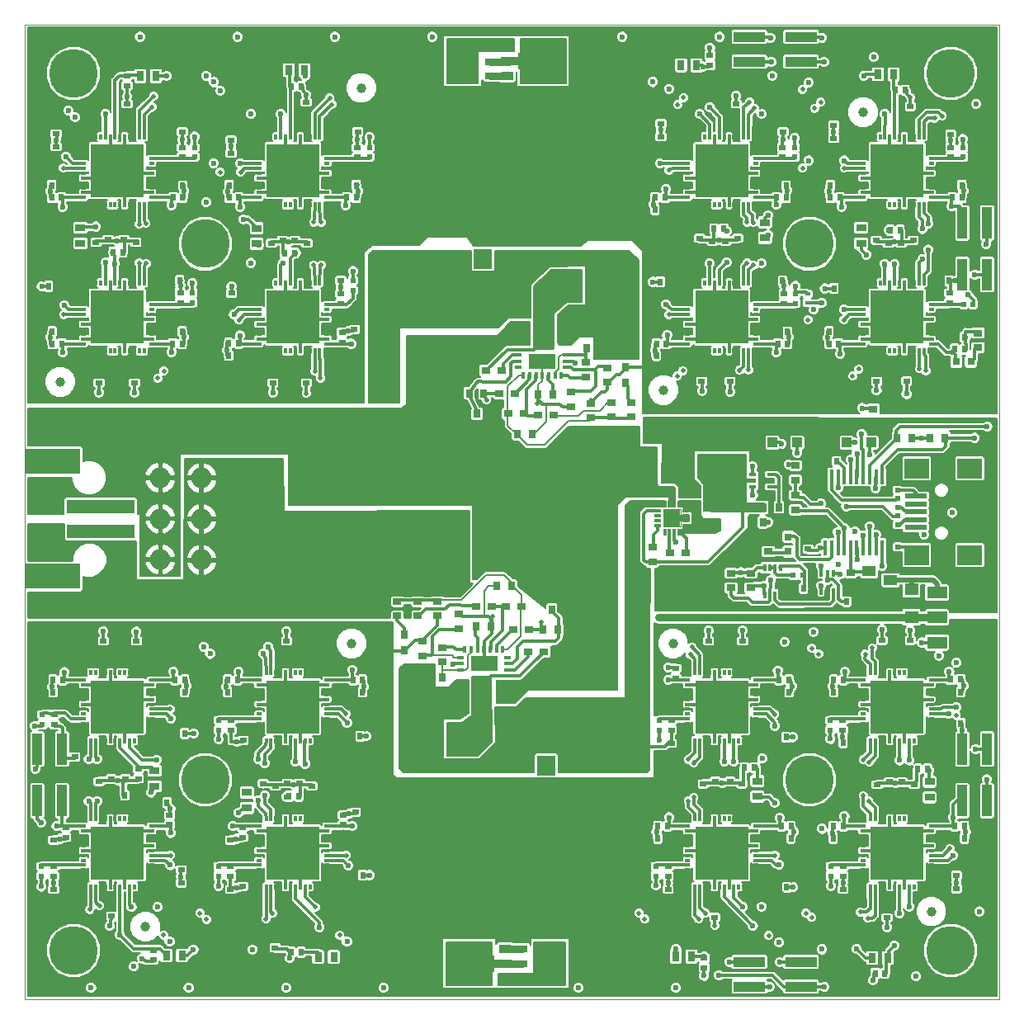
<source format=gtl>
G04 (created by PCBNEW (2013-mar-13)-testing) date Mon 12 Aug 2013 08:34:00 AM ICT*
%MOIN*%
G04 Gerber Fmt 3.4, Leading zero omitted, Abs format*
%FSLAX34Y34*%
G01*
G70*
G90*
G04 APERTURE LIST*
%ADD10C,0.00393701*%
%ADD11C,0.19685*%
%ADD12R,0.0255906X0.0334646*%
%ADD13R,0.0708X0.0629*%
%ADD14R,0.0885X0.0196*%
%ADD15R,0.0984X0.0787*%
%ADD16R,0.0259843X0.011811*%
%ADD17R,0.0157X0.059*%
%ADD18R,0.0393701X0.0393701*%
%ADD19R,0.0787402X0.05*%
%ADD20R,0.0236X0.0157*%
%ADD21C,0.0393701*%
%ADD22R,0.125984X0.0393701*%
%ADD23R,0.0393701X0.125984*%
%ADD24R,0.0196X0.0118*%
%ADD25R,0.0118X0.0196*%
%ADD26R,0.212598X0.212598*%
%ADD27R,0.0118X0.0295*%
%ADD28R,0.0295X0.0118*%
%ADD29R,0.0708661X0.0708661*%
%ADD30R,0.0393701X0.0314961*%
%ADD31R,0.0118X0.0275*%
%ADD32R,0.0275X0.0118*%
%ADD33R,0.0177165X0.0980315*%
%ADD34R,0.0838583X0.11378*%
%ADD35R,0.0401575X0.0980315*%
%ADD36R,0.105906X0.0610236*%
%ADD37R,0.023622X0.0169291*%
%ADD38R,0.0169291X0.0275591*%
%ADD39R,0.011811X0.0259843*%
%ADD40O,0.0826X0.0826*%
%ADD41R,0.019685X0.019685*%
%ADD42R,0.0511811X0.0354331*%
%ADD43R,0.0748031X0.0354331*%
%ADD44R,0.106299X0.0669291*%
%ADD45R,0.015748X0.0295276*%
%ADD46R,0.011811X0.0295276*%
%ADD47R,0.0551181X0.0393701*%
%ADD48R,0.0314961X0.0314961*%
%ADD49R,0.0551181X0.0511811*%
%ADD50R,0.0748031X0.0787402*%
%ADD51R,0.110236X0.122047*%
%ADD52R,0.0629921X0.0314961*%
%ADD53R,0.0314961X0.0393701*%
%ADD54R,0.0984252X0.15748*%
%ADD55R,0.0314961X0.0354331*%
%ADD56R,0.0354331X0.0314961*%
%ADD57R,0.0354331X0.0275591*%
%ADD58R,0.0275591X0.0354331*%
%ADD59R,0.0275591X0.019685*%
%ADD60R,0.019685X0.0275591*%
%ADD61R,0.023622X0.019685*%
%ADD62R,0.019685X0.023622*%
%ADD63R,0.220472X0.104331*%
%ADD64R,0.275591X0.0551181*%
%ADD65C,0.023622*%
%ADD66C,0.019685*%
%ADD67C,0.011811*%
%ADD68C,0.0314961*%
%ADD69C,0.00787402*%
%ADD70C,0.0118*%
%ADD71C,0.019685*%
%ADD72C,0.01*%
G04 APERTURE END LIST*
G54D10*
X38779Y-61023D02*
X78149Y-61023D01*
X78149Y-61023D02*
X78149Y-21653D01*
X78149Y-21653D02*
X38779Y-21653D01*
X38779Y-21653D02*
X38779Y-61023D01*
X65273Y-41231D02*
X64565Y-41231D01*
X64565Y-41231D02*
X64565Y-41939D01*
X64565Y-41939D02*
X65273Y-41939D01*
X65273Y-41939D02*
X65273Y-41231D01*
G54D11*
X46062Y-30511D03*
G54D12*
X69242Y-41151D03*
X68592Y-41151D03*
X69242Y-41761D03*
X68592Y-41761D03*
G54D13*
X56279Y-29960D03*
X56279Y-31062D03*
X55413Y-29960D03*
X55413Y-31062D03*
X61850Y-29980D03*
X61850Y-31082D03*
X62775Y-29980D03*
X62775Y-31082D03*
X60885Y-52607D03*
X60885Y-51505D03*
X61712Y-52587D03*
X61712Y-51485D03*
X55275Y-52657D03*
X55275Y-51555D03*
X54429Y-52657D03*
X54429Y-51555D03*
G54D14*
X74763Y-41338D03*
X74763Y-41652D03*
X74763Y-41967D03*
X74763Y-41024D03*
X74763Y-40709D03*
G54D15*
X74803Y-43089D03*
X74803Y-39587D03*
X76948Y-43089D03*
X76948Y-39587D03*
G54D16*
X68905Y-40334D03*
X68181Y-40078D03*
X68905Y-39822D03*
X68905Y-40078D03*
X68181Y-39822D03*
X68181Y-40334D03*
G54D17*
X71112Y-42785D03*
X71368Y-42785D03*
X71624Y-42785D03*
X71880Y-42785D03*
X72136Y-42785D03*
X72390Y-42785D03*
X72646Y-42785D03*
X72902Y-42785D03*
X73158Y-42785D03*
X73414Y-42785D03*
X73414Y-39931D03*
X73158Y-39931D03*
X72902Y-39931D03*
X72646Y-39931D03*
X72390Y-39931D03*
X72136Y-39931D03*
X71880Y-39931D03*
X71624Y-39931D03*
X71368Y-39931D03*
X71112Y-39931D03*
G54D18*
X71976Y-38543D03*
X70976Y-38543D03*
X69976Y-38543D03*
X72976Y-38543D03*
X68976Y-38543D03*
G54D19*
X75629Y-45610D03*
X75629Y-46614D03*
X75629Y-44606D03*
G54D20*
X70403Y-32539D03*
X70403Y-32893D03*
G54D21*
X72637Y-25196D03*
X75393Y-57480D03*
X43651Y-58100D03*
X52362Y-24212D03*
X40206Y-36082D03*
X64566Y-36417D03*
X51968Y-46653D03*
X64960Y-46653D03*
G54D22*
X68051Y-23159D03*
X68051Y-22155D03*
X70137Y-22155D03*
X70137Y-23159D03*
G54D23*
X76643Y-29665D03*
X77647Y-29665D03*
X77647Y-31751D03*
X76643Y-31751D03*
X76643Y-50925D03*
X77647Y-50925D03*
X77647Y-53011D03*
X76643Y-53011D03*
G54D22*
X70137Y-59517D03*
X70137Y-60521D03*
X68051Y-60521D03*
X68051Y-59517D03*
G54D24*
X43896Y-26477D03*
X43896Y-26674D03*
X43896Y-26871D03*
X43896Y-27067D03*
X43896Y-27264D03*
X43896Y-27461D03*
X43896Y-27657D03*
X43896Y-27854D03*
X43896Y-28051D03*
X43896Y-28247D03*
X43896Y-28444D03*
X43896Y-28641D03*
G54D25*
X43601Y-28936D03*
X43404Y-28936D03*
X43207Y-28936D03*
X43011Y-28936D03*
X42814Y-28936D03*
X42617Y-28936D03*
X42421Y-28936D03*
X42224Y-28936D03*
X42027Y-28936D03*
X41831Y-28936D03*
X41634Y-28936D03*
X41437Y-28936D03*
G54D24*
X41142Y-28641D03*
X41142Y-28444D03*
X41142Y-28247D03*
X41142Y-28051D03*
X41142Y-27854D03*
X41142Y-27657D03*
X41142Y-27461D03*
X41142Y-27264D03*
X41142Y-27067D03*
X41142Y-26871D03*
X41142Y-26674D03*
X41142Y-26477D03*
G54D25*
X41437Y-26182D03*
X41634Y-26182D03*
X41831Y-26182D03*
X42027Y-26182D03*
X42224Y-26182D03*
X42421Y-26182D03*
X42617Y-26182D03*
X42814Y-26182D03*
X43011Y-26182D03*
X43207Y-26182D03*
X43404Y-26182D03*
X43601Y-26182D03*
G54D26*
X42519Y-27559D03*
G54D24*
X43896Y-32382D03*
X43896Y-32579D03*
X43896Y-32776D03*
X43896Y-32972D03*
X43896Y-33169D03*
X43896Y-33366D03*
X43896Y-33562D03*
X43896Y-33759D03*
X43896Y-33956D03*
X43896Y-34152D03*
X43896Y-34349D03*
X43896Y-34546D03*
G54D25*
X43601Y-34841D03*
X43404Y-34841D03*
X43207Y-34841D03*
X43011Y-34841D03*
X42814Y-34841D03*
X42617Y-34841D03*
X42421Y-34841D03*
X42224Y-34841D03*
X42027Y-34841D03*
X41831Y-34841D03*
X41634Y-34841D03*
X41437Y-34841D03*
G54D24*
X41142Y-34546D03*
X41142Y-34349D03*
X41142Y-34152D03*
X41142Y-33956D03*
X41142Y-33759D03*
X41142Y-33562D03*
X41142Y-33366D03*
X41142Y-33169D03*
X41142Y-32972D03*
X41142Y-32776D03*
X41142Y-32579D03*
X41142Y-32382D03*
G54D25*
X41437Y-32087D03*
X41634Y-32087D03*
X41831Y-32087D03*
X42027Y-32087D03*
X42224Y-32087D03*
X42421Y-32087D03*
X42617Y-32087D03*
X42814Y-32087D03*
X43011Y-32087D03*
X43207Y-32087D03*
X43404Y-32087D03*
X43601Y-32087D03*
G54D26*
X42519Y-33464D03*
G54D24*
X50983Y-32382D03*
X50983Y-32579D03*
X50983Y-32776D03*
X50983Y-32972D03*
X50983Y-33169D03*
X50983Y-33366D03*
X50983Y-33562D03*
X50983Y-33759D03*
X50983Y-33956D03*
X50983Y-34152D03*
X50983Y-34349D03*
X50983Y-34546D03*
G54D25*
X50688Y-34841D03*
X50491Y-34841D03*
X50294Y-34841D03*
X50098Y-34841D03*
X49901Y-34841D03*
X49704Y-34841D03*
X49508Y-34841D03*
X49311Y-34841D03*
X49114Y-34841D03*
X48918Y-34841D03*
X48721Y-34841D03*
X48524Y-34841D03*
G54D24*
X48229Y-34546D03*
X48229Y-34349D03*
X48229Y-34152D03*
X48229Y-33956D03*
X48229Y-33759D03*
X48229Y-33562D03*
X48229Y-33366D03*
X48229Y-33169D03*
X48229Y-32972D03*
X48229Y-32776D03*
X48229Y-32579D03*
X48229Y-32382D03*
G54D25*
X48524Y-32087D03*
X48721Y-32087D03*
X48918Y-32087D03*
X49114Y-32087D03*
X49311Y-32087D03*
X49508Y-32087D03*
X49704Y-32087D03*
X49901Y-32087D03*
X50098Y-32087D03*
X50294Y-32087D03*
X50491Y-32087D03*
X50688Y-32087D03*
G54D26*
X49606Y-33464D03*
G54D24*
X50983Y-26477D03*
X50983Y-26674D03*
X50983Y-26871D03*
X50983Y-27067D03*
X50983Y-27264D03*
X50983Y-27461D03*
X50983Y-27657D03*
X50983Y-27854D03*
X50983Y-28051D03*
X50983Y-28247D03*
X50983Y-28444D03*
X50983Y-28641D03*
G54D25*
X50688Y-28936D03*
X50491Y-28936D03*
X50294Y-28936D03*
X50098Y-28936D03*
X49901Y-28936D03*
X49704Y-28936D03*
X49508Y-28936D03*
X49311Y-28936D03*
X49114Y-28936D03*
X48918Y-28936D03*
X48721Y-28936D03*
X48524Y-28936D03*
G54D24*
X48229Y-28641D03*
X48229Y-28444D03*
X48229Y-28247D03*
X48229Y-28051D03*
X48229Y-27854D03*
X48229Y-27657D03*
X48229Y-27461D03*
X48229Y-27264D03*
X48229Y-27067D03*
X48229Y-26871D03*
X48229Y-26674D03*
X48229Y-26477D03*
G54D25*
X48524Y-26182D03*
X48721Y-26182D03*
X48918Y-26182D03*
X49114Y-26182D03*
X49311Y-26182D03*
X49508Y-26182D03*
X49704Y-26182D03*
X49901Y-26182D03*
X50098Y-26182D03*
X50294Y-26182D03*
X50491Y-26182D03*
X50688Y-26182D03*
G54D26*
X49606Y-27559D03*
G54D24*
X41142Y-50294D03*
X41142Y-50097D03*
X41142Y-49900D03*
X41142Y-49704D03*
X41142Y-49507D03*
X41142Y-49310D03*
X41142Y-49114D03*
X41142Y-48917D03*
X41142Y-48720D03*
X41142Y-48524D03*
X41142Y-48327D03*
X41142Y-48130D03*
G54D25*
X41437Y-47835D03*
X41634Y-47835D03*
X41831Y-47835D03*
X42027Y-47835D03*
X42224Y-47835D03*
X42421Y-47835D03*
X42617Y-47835D03*
X42814Y-47835D03*
X43011Y-47835D03*
X43207Y-47835D03*
X43404Y-47835D03*
X43601Y-47835D03*
G54D24*
X43896Y-48130D03*
X43896Y-48327D03*
X43896Y-48524D03*
X43896Y-48720D03*
X43896Y-48917D03*
X43896Y-49114D03*
X43896Y-49310D03*
X43896Y-49507D03*
X43896Y-49704D03*
X43896Y-49900D03*
X43896Y-50097D03*
X43896Y-50294D03*
G54D25*
X43601Y-50589D03*
X43404Y-50589D03*
X43207Y-50589D03*
X43011Y-50589D03*
X42814Y-50589D03*
X42617Y-50589D03*
X42421Y-50589D03*
X42224Y-50589D03*
X42027Y-50589D03*
X41831Y-50589D03*
X41634Y-50589D03*
X41437Y-50589D03*
G54D26*
X42519Y-49212D03*
G54D24*
X41142Y-56200D03*
X41142Y-56003D03*
X41142Y-55806D03*
X41142Y-55610D03*
X41142Y-55413D03*
X41142Y-55216D03*
X41142Y-55020D03*
X41142Y-54823D03*
X41142Y-54626D03*
X41142Y-54430D03*
X41142Y-54233D03*
X41142Y-54036D03*
G54D25*
X41437Y-53741D03*
X41634Y-53741D03*
X41831Y-53741D03*
X42027Y-53741D03*
X42224Y-53741D03*
X42421Y-53741D03*
X42617Y-53741D03*
X42814Y-53741D03*
X43011Y-53741D03*
X43207Y-53741D03*
X43404Y-53741D03*
X43601Y-53741D03*
G54D24*
X43896Y-54036D03*
X43896Y-54233D03*
X43896Y-54430D03*
X43896Y-54626D03*
X43896Y-54823D03*
X43896Y-55020D03*
X43896Y-55216D03*
X43896Y-55413D03*
X43896Y-55610D03*
X43896Y-55806D03*
X43896Y-56003D03*
X43896Y-56200D03*
G54D25*
X43601Y-56495D03*
X43404Y-56495D03*
X43207Y-56495D03*
X43011Y-56495D03*
X42814Y-56495D03*
X42617Y-56495D03*
X42421Y-56495D03*
X42224Y-56495D03*
X42027Y-56495D03*
X41831Y-56495D03*
X41634Y-56495D03*
X41437Y-56495D03*
G54D26*
X42519Y-55118D03*
G54D24*
X48229Y-56200D03*
X48229Y-56003D03*
X48229Y-55806D03*
X48229Y-55610D03*
X48229Y-55413D03*
X48229Y-55216D03*
X48229Y-55020D03*
X48229Y-54823D03*
X48229Y-54626D03*
X48229Y-54430D03*
X48229Y-54233D03*
X48229Y-54036D03*
G54D25*
X48524Y-53741D03*
X48721Y-53741D03*
X48918Y-53741D03*
X49114Y-53741D03*
X49311Y-53741D03*
X49508Y-53741D03*
X49704Y-53741D03*
X49901Y-53741D03*
X50098Y-53741D03*
X50294Y-53741D03*
X50491Y-53741D03*
X50688Y-53741D03*
G54D24*
X50983Y-54036D03*
X50983Y-54233D03*
X50983Y-54430D03*
X50983Y-54626D03*
X50983Y-54823D03*
X50983Y-55020D03*
X50983Y-55216D03*
X50983Y-55413D03*
X50983Y-55610D03*
X50983Y-55806D03*
X50983Y-56003D03*
X50983Y-56200D03*
G54D25*
X50688Y-56495D03*
X50491Y-56495D03*
X50294Y-56495D03*
X50098Y-56495D03*
X49901Y-56495D03*
X49704Y-56495D03*
X49508Y-56495D03*
X49311Y-56495D03*
X49114Y-56495D03*
X48918Y-56495D03*
X48721Y-56495D03*
X48524Y-56495D03*
G54D26*
X49606Y-55118D03*
G54D24*
X48229Y-50294D03*
X48229Y-50097D03*
X48229Y-49900D03*
X48229Y-49704D03*
X48229Y-49507D03*
X48229Y-49310D03*
X48229Y-49114D03*
X48229Y-48917D03*
X48229Y-48720D03*
X48229Y-48524D03*
X48229Y-48327D03*
X48229Y-48130D03*
G54D25*
X48524Y-47835D03*
X48721Y-47835D03*
X48918Y-47835D03*
X49114Y-47835D03*
X49311Y-47835D03*
X49508Y-47835D03*
X49704Y-47835D03*
X49901Y-47835D03*
X50098Y-47835D03*
X50294Y-47835D03*
X50491Y-47835D03*
X50688Y-47835D03*
G54D24*
X50983Y-48130D03*
X50983Y-48327D03*
X50983Y-48524D03*
X50983Y-48720D03*
X50983Y-48917D03*
X50983Y-49114D03*
X50983Y-49310D03*
X50983Y-49507D03*
X50983Y-49704D03*
X50983Y-49900D03*
X50983Y-50097D03*
X50983Y-50294D03*
G54D25*
X50688Y-50589D03*
X50491Y-50589D03*
X50294Y-50589D03*
X50098Y-50589D03*
X49901Y-50589D03*
X49704Y-50589D03*
X49508Y-50589D03*
X49311Y-50589D03*
X49114Y-50589D03*
X48918Y-50589D03*
X48721Y-50589D03*
X48524Y-50589D03*
G54D26*
X49606Y-49212D03*
G54D24*
X65552Y-50294D03*
X65552Y-50097D03*
X65552Y-49900D03*
X65552Y-49704D03*
X65552Y-49507D03*
X65552Y-49310D03*
X65552Y-49114D03*
X65552Y-48917D03*
X65552Y-48720D03*
X65552Y-48524D03*
X65552Y-48327D03*
X65552Y-48130D03*
G54D25*
X65847Y-47835D03*
X66044Y-47835D03*
X66241Y-47835D03*
X66437Y-47835D03*
X66634Y-47835D03*
X66831Y-47835D03*
X67027Y-47835D03*
X67224Y-47835D03*
X67421Y-47835D03*
X67617Y-47835D03*
X67814Y-47835D03*
X68011Y-47835D03*
G54D24*
X68306Y-48130D03*
X68306Y-48327D03*
X68306Y-48524D03*
X68306Y-48720D03*
X68306Y-48917D03*
X68306Y-49114D03*
X68306Y-49310D03*
X68306Y-49507D03*
X68306Y-49704D03*
X68306Y-49900D03*
X68306Y-50097D03*
X68306Y-50294D03*
G54D25*
X68011Y-50589D03*
X67814Y-50589D03*
X67617Y-50589D03*
X67421Y-50589D03*
X67224Y-50589D03*
X67027Y-50589D03*
X66831Y-50589D03*
X66634Y-50589D03*
X66437Y-50589D03*
X66241Y-50589D03*
X66044Y-50589D03*
X65847Y-50589D03*
G54D26*
X66929Y-49212D03*
G54D24*
X65552Y-56200D03*
X65552Y-56003D03*
X65552Y-55806D03*
X65552Y-55610D03*
X65552Y-55413D03*
X65552Y-55216D03*
X65552Y-55020D03*
X65552Y-54823D03*
X65552Y-54626D03*
X65552Y-54430D03*
X65552Y-54233D03*
X65552Y-54036D03*
G54D25*
X65847Y-53741D03*
X66044Y-53741D03*
X66241Y-53741D03*
X66437Y-53741D03*
X66634Y-53741D03*
X66831Y-53741D03*
X67027Y-53741D03*
X67224Y-53741D03*
X67421Y-53741D03*
X67617Y-53741D03*
X67814Y-53741D03*
X68011Y-53741D03*
G54D24*
X68306Y-54036D03*
X68306Y-54233D03*
X68306Y-54430D03*
X68306Y-54626D03*
X68306Y-54823D03*
X68306Y-55020D03*
X68306Y-55216D03*
X68306Y-55413D03*
X68306Y-55610D03*
X68306Y-55806D03*
X68306Y-56003D03*
X68306Y-56200D03*
G54D25*
X68011Y-56495D03*
X67814Y-56495D03*
X67617Y-56495D03*
X67421Y-56495D03*
X67224Y-56495D03*
X67027Y-56495D03*
X66831Y-56495D03*
X66634Y-56495D03*
X66437Y-56495D03*
X66241Y-56495D03*
X66044Y-56495D03*
X65847Y-56495D03*
G54D26*
X66929Y-55118D03*
G54D24*
X72638Y-56200D03*
X72638Y-56003D03*
X72638Y-55806D03*
X72638Y-55610D03*
X72638Y-55413D03*
X72638Y-55216D03*
X72638Y-55020D03*
X72638Y-54823D03*
X72638Y-54626D03*
X72638Y-54430D03*
X72638Y-54233D03*
X72638Y-54036D03*
G54D25*
X72933Y-53741D03*
X73130Y-53741D03*
X73327Y-53741D03*
X73523Y-53741D03*
X73720Y-53741D03*
X73917Y-53741D03*
X74113Y-53741D03*
X74310Y-53741D03*
X74507Y-53741D03*
X74703Y-53741D03*
X74900Y-53741D03*
X75097Y-53741D03*
G54D24*
X75392Y-54036D03*
X75392Y-54233D03*
X75392Y-54430D03*
X75392Y-54626D03*
X75392Y-54823D03*
X75392Y-55020D03*
X75392Y-55216D03*
X75392Y-55413D03*
X75392Y-55610D03*
X75392Y-55806D03*
X75392Y-56003D03*
X75392Y-56200D03*
G54D25*
X75097Y-56495D03*
X74900Y-56495D03*
X74703Y-56495D03*
X74507Y-56495D03*
X74310Y-56495D03*
X74113Y-56495D03*
X73917Y-56495D03*
X73720Y-56495D03*
X73523Y-56495D03*
X73327Y-56495D03*
X73130Y-56495D03*
X72933Y-56495D03*
G54D26*
X74015Y-55118D03*
G54D24*
X72638Y-50294D03*
X72638Y-50097D03*
X72638Y-49900D03*
X72638Y-49704D03*
X72638Y-49507D03*
X72638Y-49310D03*
X72638Y-49114D03*
X72638Y-48917D03*
X72638Y-48720D03*
X72638Y-48524D03*
X72638Y-48327D03*
X72638Y-48130D03*
G54D25*
X72933Y-47835D03*
X73130Y-47835D03*
X73327Y-47835D03*
X73523Y-47835D03*
X73720Y-47835D03*
X73917Y-47835D03*
X74113Y-47835D03*
X74310Y-47835D03*
X74507Y-47835D03*
X74703Y-47835D03*
X74900Y-47835D03*
X75097Y-47835D03*
G54D24*
X75392Y-48130D03*
X75392Y-48327D03*
X75392Y-48524D03*
X75392Y-48720D03*
X75392Y-48917D03*
X75392Y-49114D03*
X75392Y-49310D03*
X75392Y-49507D03*
X75392Y-49704D03*
X75392Y-49900D03*
X75392Y-50097D03*
X75392Y-50294D03*
G54D25*
X75097Y-50589D03*
X74900Y-50589D03*
X74703Y-50589D03*
X74507Y-50589D03*
X74310Y-50589D03*
X74113Y-50589D03*
X73917Y-50589D03*
X73720Y-50589D03*
X73523Y-50589D03*
X73327Y-50589D03*
X73130Y-50589D03*
X72933Y-50589D03*
G54D26*
X74015Y-49212D03*
G54D24*
X75392Y-32382D03*
X75392Y-32579D03*
X75392Y-32776D03*
X75392Y-32972D03*
X75392Y-33169D03*
X75392Y-33366D03*
X75392Y-33562D03*
X75392Y-33759D03*
X75392Y-33956D03*
X75392Y-34152D03*
X75392Y-34349D03*
X75392Y-34546D03*
G54D25*
X75097Y-34841D03*
X74900Y-34841D03*
X74703Y-34841D03*
X74507Y-34841D03*
X74310Y-34841D03*
X74113Y-34841D03*
X73917Y-34841D03*
X73720Y-34841D03*
X73523Y-34841D03*
X73327Y-34841D03*
X73130Y-34841D03*
X72933Y-34841D03*
G54D24*
X72638Y-34546D03*
X72638Y-34349D03*
X72638Y-34152D03*
X72638Y-33956D03*
X72638Y-33759D03*
X72638Y-33562D03*
X72638Y-33366D03*
X72638Y-33169D03*
X72638Y-32972D03*
X72638Y-32776D03*
X72638Y-32579D03*
X72638Y-32382D03*
G54D25*
X72933Y-32087D03*
X73130Y-32087D03*
X73327Y-32087D03*
X73523Y-32087D03*
X73720Y-32087D03*
X73917Y-32087D03*
X74113Y-32087D03*
X74310Y-32087D03*
X74507Y-32087D03*
X74703Y-32087D03*
X74900Y-32087D03*
X75097Y-32087D03*
G54D26*
X74015Y-33464D03*
G54D24*
X75392Y-26477D03*
X75392Y-26674D03*
X75392Y-26871D03*
X75392Y-27067D03*
X75392Y-27264D03*
X75392Y-27461D03*
X75392Y-27657D03*
X75392Y-27854D03*
X75392Y-28051D03*
X75392Y-28247D03*
X75392Y-28444D03*
X75392Y-28641D03*
G54D25*
X75097Y-28936D03*
X74900Y-28936D03*
X74703Y-28936D03*
X74507Y-28936D03*
X74310Y-28936D03*
X74113Y-28936D03*
X73917Y-28936D03*
X73720Y-28936D03*
X73523Y-28936D03*
X73327Y-28936D03*
X73130Y-28936D03*
X72933Y-28936D03*
G54D24*
X72638Y-28641D03*
X72638Y-28444D03*
X72638Y-28247D03*
X72638Y-28051D03*
X72638Y-27854D03*
X72638Y-27657D03*
X72638Y-27461D03*
X72638Y-27264D03*
X72638Y-27067D03*
X72638Y-26871D03*
X72638Y-26674D03*
X72638Y-26477D03*
G54D25*
X72933Y-26182D03*
X73130Y-26182D03*
X73327Y-26182D03*
X73523Y-26182D03*
X73720Y-26182D03*
X73917Y-26182D03*
X74113Y-26182D03*
X74310Y-26182D03*
X74507Y-26182D03*
X74703Y-26182D03*
X74900Y-26182D03*
X75097Y-26182D03*
G54D26*
X74015Y-27559D03*
G54D24*
X68306Y-26477D03*
X68306Y-26674D03*
X68306Y-26871D03*
X68306Y-27067D03*
X68306Y-27264D03*
X68306Y-27461D03*
X68306Y-27657D03*
X68306Y-27854D03*
X68306Y-28051D03*
X68306Y-28247D03*
X68306Y-28444D03*
X68306Y-28641D03*
G54D25*
X68011Y-28936D03*
X67814Y-28936D03*
X67617Y-28936D03*
X67421Y-28936D03*
X67224Y-28936D03*
X67027Y-28936D03*
X66831Y-28936D03*
X66634Y-28936D03*
X66437Y-28936D03*
X66241Y-28936D03*
X66044Y-28936D03*
X65847Y-28936D03*
G54D24*
X65552Y-28641D03*
X65552Y-28444D03*
X65552Y-28247D03*
X65552Y-28051D03*
X65552Y-27854D03*
X65552Y-27657D03*
X65552Y-27461D03*
X65552Y-27264D03*
X65552Y-27067D03*
X65552Y-26871D03*
X65552Y-26674D03*
X65552Y-26477D03*
G54D25*
X65847Y-26182D03*
X66044Y-26182D03*
X66241Y-26182D03*
X66437Y-26182D03*
X66634Y-26182D03*
X66831Y-26182D03*
X67027Y-26182D03*
X67224Y-26182D03*
X67421Y-26182D03*
X67617Y-26182D03*
X67814Y-26182D03*
X68011Y-26182D03*
G54D26*
X66929Y-27559D03*
G54D24*
X68306Y-32382D03*
X68306Y-32579D03*
X68306Y-32776D03*
X68306Y-32972D03*
X68306Y-33169D03*
X68306Y-33366D03*
X68306Y-33562D03*
X68306Y-33759D03*
X68306Y-33956D03*
X68306Y-34152D03*
X68306Y-34349D03*
X68306Y-34546D03*
G54D25*
X68011Y-34841D03*
X67814Y-34841D03*
X67617Y-34841D03*
X67421Y-34841D03*
X67224Y-34841D03*
X67027Y-34841D03*
X66831Y-34841D03*
X66634Y-34841D03*
X66437Y-34841D03*
X66241Y-34841D03*
X66044Y-34841D03*
X65847Y-34841D03*
G54D24*
X65552Y-34546D03*
X65552Y-34349D03*
X65552Y-34152D03*
X65552Y-33956D03*
X65552Y-33759D03*
X65552Y-33562D03*
X65552Y-33366D03*
X65552Y-33169D03*
X65552Y-32972D03*
X65552Y-32776D03*
X65552Y-32579D03*
X65552Y-32382D03*
G54D25*
X65847Y-32087D03*
X66044Y-32087D03*
X66241Y-32087D03*
X66437Y-32087D03*
X66634Y-32087D03*
X66831Y-32087D03*
X67027Y-32087D03*
X67224Y-32087D03*
X67421Y-32087D03*
X67617Y-32087D03*
X67814Y-32087D03*
X68011Y-32087D03*
G54D26*
X66929Y-33464D03*
G54D27*
X65214Y-41015D03*
X65017Y-41015D03*
X64821Y-41015D03*
X64624Y-41015D03*
G54D28*
X64349Y-41290D03*
X64349Y-41487D03*
X64349Y-41683D03*
X64349Y-41880D03*
G54D27*
X64624Y-42155D03*
X64821Y-42155D03*
X65017Y-42155D03*
X65214Y-42155D03*
G54D28*
X65489Y-41880D03*
X65489Y-41683D03*
X65489Y-41487D03*
X65489Y-41290D03*
G54D29*
X64919Y-41585D03*
G54D30*
X65441Y-41585D03*
G54D31*
X58917Y-35816D03*
X59173Y-35816D03*
X59429Y-35816D03*
X59685Y-35816D03*
X59940Y-35816D03*
X60196Y-35816D03*
X60452Y-35816D03*
G54D32*
X60649Y-35501D03*
X60649Y-35245D03*
X60649Y-34989D03*
X58721Y-35501D03*
X58721Y-35245D03*
X58721Y-34989D03*
G54D33*
X60472Y-34123D03*
G54D34*
X59773Y-34192D03*
G54D35*
X59005Y-34123D03*
G54D36*
X59665Y-35245D03*
G54D37*
X58700Y-33710D03*
X58700Y-34123D03*
X58700Y-34536D03*
X60669Y-33710D03*
X60669Y-34123D03*
X60659Y-34536D03*
G54D38*
X59773Y-33483D03*
X59438Y-33483D03*
X60108Y-33483D03*
G54D31*
X58089Y-46902D03*
X57833Y-46902D03*
X57577Y-46902D03*
X57322Y-46902D03*
X57066Y-46902D03*
X56810Y-46902D03*
X56554Y-46902D03*
G54D32*
X56358Y-47218D03*
X56358Y-47474D03*
X56358Y-47730D03*
X58286Y-47218D03*
X58286Y-47474D03*
X58286Y-47730D03*
G54D33*
X56534Y-48595D03*
G54D34*
X57233Y-48526D03*
G54D35*
X58001Y-48595D03*
G54D36*
X57341Y-47473D03*
G54D37*
X58306Y-49008D03*
X58306Y-48595D03*
X58306Y-48182D03*
X56337Y-49008D03*
X56337Y-48595D03*
X56347Y-48182D03*
G54D38*
X57233Y-49235D03*
X57568Y-49235D03*
X56898Y-49235D03*
G54D23*
X40285Y-53011D03*
X39281Y-53011D03*
X39281Y-50925D03*
X40285Y-50925D03*
G54D11*
X40748Y-23622D03*
X40748Y-59055D03*
X46062Y-52165D03*
X70472Y-52165D03*
X76181Y-59055D03*
X76181Y-23622D03*
X70472Y-30511D03*
G54D39*
X70944Y-44545D03*
X71200Y-43820D03*
X71456Y-44545D03*
X71200Y-44545D03*
X71456Y-43820D03*
X70944Y-43820D03*
G54D40*
X44252Y-43267D03*
X44252Y-41614D03*
X44252Y-39961D03*
X45904Y-39961D03*
X45904Y-41614D03*
X45904Y-43267D03*
G54D41*
X74025Y-41496D03*
X74025Y-41850D03*
X74025Y-40807D03*
X74025Y-41161D03*
X74035Y-42401D03*
X74035Y-42755D03*
X74025Y-40118D03*
X74025Y-40472D03*
G54D42*
X58263Y-22542D03*
G54D43*
X58361Y-23133D03*
G54D42*
X58263Y-23724D03*
G54D44*
X59248Y-23133D03*
G54D42*
X58188Y-60177D03*
G54D43*
X58090Y-59586D03*
G54D42*
X58188Y-58995D03*
G54D44*
X57204Y-59586D03*
G54D45*
X69291Y-44685D03*
X68661Y-44685D03*
G54D46*
X68877Y-44685D03*
X69074Y-44685D03*
X69074Y-43602D03*
X68877Y-43602D03*
G54D45*
X68661Y-43602D03*
X69291Y-43602D03*
G54D47*
X72883Y-43740D03*
X72883Y-44488D03*
X73750Y-44104D03*
G54D48*
X69616Y-42352D03*
X69616Y-42942D03*
X76407Y-35275D03*
X76998Y-35275D03*
G54D49*
X74596Y-45600D03*
X74596Y-44458D03*
G54D50*
X57290Y-31123D03*
G54D51*
X60696Y-32205D03*
X60696Y-30040D03*
G54D50*
X59838Y-51588D03*
G54D51*
X56432Y-50505D03*
X56432Y-52670D03*
G54D52*
X66525Y-41840D03*
X66525Y-41131D03*
G54D53*
X44074Y-23740D03*
X43444Y-23740D03*
X50068Y-23494D03*
X49438Y-23494D03*
G54D30*
X48139Y-29881D03*
X48139Y-30511D03*
X41023Y-29862D03*
X41023Y-30492D03*
X44015Y-52431D03*
X44015Y-51801D03*
X47746Y-53307D03*
X47746Y-52677D03*
G54D53*
X45127Y-59261D03*
X44498Y-59261D03*
X51259Y-59320D03*
X50629Y-59320D03*
X65078Y-59301D03*
X65708Y-59301D03*
X73011Y-59360D03*
X73641Y-59360D03*
G54D30*
X68366Y-52844D03*
X68366Y-52214D03*
X75324Y-52874D03*
X75324Y-52244D03*
X68681Y-29645D03*
X68681Y-30275D03*
X72559Y-29862D03*
X72559Y-30492D03*
G54D53*
X65285Y-23307D03*
X65915Y-23307D03*
X73238Y-23661D03*
X73868Y-23661D03*
G54D54*
X50515Y-43141D03*
X50515Y-39992D03*
X54736Y-43141D03*
X54736Y-39992D03*
G54D55*
X59409Y-49015D03*
X59409Y-48385D03*
X57559Y-34370D03*
X57559Y-33740D03*
G54D56*
X53740Y-35984D03*
X54370Y-35984D03*
X57539Y-23716D03*
X56909Y-23716D03*
X57539Y-23157D03*
X56909Y-23157D03*
X58897Y-58996D03*
X59527Y-58996D03*
X58897Y-59586D03*
X59527Y-59586D03*
X66122Y-39173D03*
X65492Y-39173D03*
X66122Y-39783D03*
X65492Y-39783D03*
X64842Y-43011D03*
X65472Y-43011D03*
X58204Y-45159D03*
X58833Y-45159D03*
X57644Y-45151D03*
X57015Y-45151D03*
G54D55*
X54114Y-46929D03*
X54114Y-46299D03*
X62500Y-52293D03*
X62500Y-51663D03*
G54D56*
X59118Y-46985D03*
X59747Y-46985D03*
X62559Y-46732D03*
X63188Y-46732D03*
X58507Y-46103D03*
X59136Y-46103D03*
G54D55*
X55645Y-48017D03*
X55645Y-48646D03*
G54D56*
X58936Y-37375D03*
X58307Y-37375D03*
X59511Y-37422D03*
X60140Y-37422D03*
G54D55*
X63031Y-35511D03*
X63031Y-36141D03*
X54606Y-30354D03*
X54606Y-30984D03*
G54D56*
X58038Y-35635D03*
X57409Y-35635D03*
X58573Y-36548D03*
X57944Y-36548D03*
G54D55*
X61464Y-34713D03*
X61464Y-34084D03*
G54D18*
X63996Y-39881D03*
X64822Y-39881D03*
X63996Y-39074D03*
X64822Y-39074D03*
X60157Y-48287D03*
X60157Y-49114D03*
X60984Y-48287D03*
X60984Y-49114D03*
X61811Y-48287D03*
X61811Y-49114D03*
X62460Y-48267D03*
X63287Y-48267D03*
X62460Y-47440D03*
X63287Y-47440D03*
X56850Y-34468D03*
X56850Y-33641D03*
X56023Y-34468D03*
X56023Y-33641D03*
X55196Y-34468D03*
X55196Y-33641D03*
X54468Y-34488D03*
X53641Y-34488D03*
X54468Y-35275D03*
X53641Y-35275D03*
G54D57*
X68110Y-43818D03*
X68110Y-44409D03*
X67312Y-43818D03*
X67312Y-44409D03*
X72145Y-43799D03*
X72145Y-44389D03*
X68818Y-42942D03*
X68818Y-42352D03*
X77283Y-34704D03*
X77283Y-34114D03*
X73051Y-37185D03*
X73051Y-37775D03*
G54D58*
X75354Y-38346D03*
X75944Y-38346D03*
X74606Y-38346D03*
X74015Y-38346D03*
G54D57*
X69911Y-39468D03*
X69911Y-40059D03*
X69911Y-40669D03*
X69911Y-41259D03*
X64133Y-42775D03*
X64133Y-43366D03*
X56303Y-45477D03*
X56303Y-46068D03*
X54830Y-47154D03*
X54830Y-46563D03*
X54633Y-45540D03*
X54633Y-44949D03*
G54D58*
X57857Y-44340D03*
X58448Y-44340D03*
G54D57*
X53811Y-44945D03*
X53811Y-45536D03*
X55440Y-45540D03*
X55440Y-44949D03*
X55653Y-46815D03*
X55653Y-47406D03*
G54D58*
X60062Y-45304D03*
X60653Y-45304D03*
X59723Y-46103D03*
X60314Y-46103D03*
X57606Y-45970D03*
X57015Y-45970D03*
G54D57*
X60834Y-37095D03*
X60834Y-36504D03*
X62307Y-35516D03*
X62307Y-36107D03*
X62464Y-36914D03*
X62464Y-37505D03*
G54D58*
X59259Y-38194D03*
X58668Y-38194D03*
G54D57*
X63267Y-37509D03*
X63267Y-36918D03*
X61645Y-36945D03*
X61645Y-37536D03*
X61456Y-35902D03*
X61456Y-35311D03*
G54D58*
X57043Y-37375D03*
X56452Y-37375D03*
X57322Y-36548D03*
X56731Y-36548D03*
X59503Y-36596D03*
X60094Y-36596D03*
G54D59*
X70423Y-42450D03*
X70423Y-42844D03*
G54D60*
X71988Y-44970D03*
X72381Y-44970D03*
X69832Y-44429D03*
X70226Y-44429D03*
G54D59*
X43366Y-51722D03*
X43366Y-52116D03*
G54D60*
X49448Y-52834D03*
X49842Y-52834D03*
G54D59*
X43966Y-59045D03*
X43966Y-59438D03*
G54D60*
X49931Y-59124D03*
X49537Y-59124D03*
X68248Y-51673D03*
X67854Y-51673D03*
X75246Y-51732D03*
X74852Y-51732D03*
G54D59*
X66220Y-59370D03*
X66220Y-59763D03*
G54D60*
X73523Y-59980D03*
X73129Y-59980D03*
X73740Y-29960D03*
X74133Y-29960D03*
X67007Y-29901D03*
X66614Y-29901D03*
X73946Y-24301D03*
X74340Y-24301D03*
G54D59*
X66456Y-23297D03*
X66456Y-22903D03*
G54D60*
X49665Y-30885D03*
X49271Y-30885D03*
X42342Y-30846D03*
X42736Y-30846D03*
X49547Y-24153D03*
X49940Y-24153D03*
G54D59*
X42913Y-23740D03*
X42913Y-24133D03*
X68129Y-41259D03*
X68129Y-41653D03*
G54D60*
X71171Y-39301D03*
X71564Y-39301D03*
G54D59*
X41948Y-46948D03*
X41948Y-46555D03*
X40797Y-50846D03*
X40797Y-51240D03*
G54D60*
X40314Y-48622D03*
X39921Y-48622D03*
X43208Y-52785D03*
X42814Y-52785D03*
X44842Y-48622D03*
X45236Y-48622D03*
X44842Y-50295D03*
X45236Y-50295D03*
G54D59*
X42834Y-51732D03*
X42834Y-52125D03*
X42263Y-51732D03*
X42263Y-52125D03*
X39970Y-49537D03*
X39970Y-49931D03*
G54D60*
X40314Y-48129D03*
X39921Y-48129D03*
X44842Y-48129D03*
X45236Y-48129D03*
X51919Y-50403D03*
X52312Y-50403D03*
X47362Y-48622D03*
X46968Y-48622D03*
G54D59*
X48405Y-51919D03*
X48405Y-52312D03*
X49350Y-46948D03*
X49350Y-46555D03*
G54D60*
X52027Y-48622D03*
X52421Y-48622D03*
G54D59*
X47598Y-50177D03*
X47598Y-50570D03*
X49881Y-51909D03*
X49881Y-52303D03*
X49389Y-51909D03*
X49389Y-52303D03*
X47106Y-49763D03*
X47106Y-50157D03*
G54D60*
X47362Y-48129D03*
X46968Y-48129D03*
X52027Y-48129D03*
X52421Y-48129D03*
G54D59*
X42283Y-57273D03*
X42283Y-57667D03*
X39940Y-56988D03*
X39940Y-56594D03*
X39940Y-55000D03*
X39940Y-54606D03*
X41771Y-52637D03*
X41771Y-52244D03*
G54D60*
X44124Y-53080D03*
X44517Y-53080D03*
G54D59*
X43287Y-46948D03*
X43287Y-46555D03*
X45098Y-56732D03*
X45098Y-56338D03*
X45098Y-55413D03*
X45098Y-55807D03*
X39940Y-55669D03*
X39940Y-56062D03*
X40433Y-54094D03*
X40433Y-54488D03*
X44622Y-53976D03*
X44622Y-53582D03*
G54D60*
X52037Y-56013D03*
X52431Y-56013D03*
G54D59*
X47086Y-56988D03*
X47086Y-56594D03*
X47086Y-55000D03*
X47086Y-54606D03*
X50374Y-52814D03*
X50374Y-52421D03*
X52125Y-53070D03*
X52125Y-53464D03*
X47578Y-56082D03*
X47578Y-56476D03*
X48897Y-52814D03*
X48897Y-52421D03*
X48887Y-58553D03*
X48887Y-58946D03*
X47086Y-55669D03*
X47086Y-56062D03*
X47578Y-54094D03*
X47578Y-54488D03*
X51633Y-53976D03*
X51633Y-53582D03*
X67736Y-52736D03*
X67736Y-52342D03*
G54D60*
X64350Y-48720D03*
X63956Y-48720D03*
G54D59*
X67775Y-46948D03*
X67775Y-46555D03*
X66397Y-46948D03*
X66397Y-46555D03*
G54D60*
X69251Y-48622D03*
X69645Y-48622D03*
G54D59*
X64901Y-51082D03*
X64901Y-50688D03*
X67263Y-51830D03*
X67263Y-52224D03*
X66673Y-51830D03*
X66673Y-52224D03*
X64901Y-49763D03*
X64901Y-50157D03*
X65078Y-48070D03*
X65078Y-47677D03*
G54D60*
X69251Y-48129D03*
X69645Y-48129D03*
G54D59*
X74704Y-52755D03*
X74704Y-52362D03*
X74547Y-46929D03*
X74547Y-46535D03*
G54D60*
X71850Y-48622D03*
X71456Y-48622D03*
G54D59*
X73405Y-46929D03*
X73405Y-46535D03*
G54D60*
X76181Y-48622D03*
X76574Y-48622D03*
X72234Y-50669D03*
X71840Y-50669D03*
G54D59*
X74212Y-51850D03*
X74212Y-52244D03*
X73700Y-51850D03*
X73700Y-52244D03*
X71811Y-49763D03*
X71811Y-50157D03*
G54D60*
X71850Y-48129D03*
X71456Y-48129D03*
X76181Y-48110D03*
X76574Y-48110D03*
X69163Y-56505D03*
X69557Y-56505D03*
X64350Y-49212D03*
X63956Y-49212D03*
X64744Y-54527D03*
X64350Y-54527D03*
G54D59*
X66181Y-52736D03*
X66181Y-52342D03*
G54D60*
X69330Y-54527D03*
X69724Y-54527D03*
G54D59*
X64763Y-56988D03*
X64763Y-56594D03*
G54D60*
X69143Y-50442D03*
X69537Y-50442D03*
G54D59*
X66649Y-57334D03*
X66649Y-57728D03*
X64763Y-55669D03*
X64763Y-56062D03*
G54D60*
X64744Y-54035D03*
X64350Y-54035D03*
X69330Y-54035D03*
X69724Y-54035D03*
G54D59*
X73610Y-57350D03*
X73610Y-57744D03*
X76417Y-56968D03*
X76417Y-56574D03*
G54D60*
X71830Y-54527D03*
X71437Y-54527D03*
G54D59*
X73208Y-52755D03*
X73208Y-52362D03*
G54D60*
X76338Y-54527D03*
X76732Y-54527D03*
G54D59*
X71830Y-56988D03*
X71830Y-56594D03*
X76417Y-55629D03*
X76417Y-56023D03*
G54D60*
X76181Y-49881D03*
X76574Y-49881D03*
G54D59*
X71830Y-55669D03*
X71830Y-56062D03*
G54D60*
X71830Y-54035D03*
X71437Y-54035D03*
X76338Y-54035D03*
X76732Y-54035D03*
G54D59*
X73188Y-35669D03*
X73188Y-36062D03*
G54D60*
X76338Y-34281D03*
X76732Y-34281D03*
G54D59*
X67263Y-35673D03*
X67263Y-36066D03*
X74397Y-35653D03*
X74397Y-36047D03*
G54D60*
X71653Y-34055D03*
X71259Y-34055D03*
G54D59*
X73661Y-30885D03*
X73661Y-30492D03*
X74173Y-30885D03*
X74173Y-30492D03*
G54D60*
X75728Y-32007D03*
X76122Y-32007D03*
G54D59*
X76141Y-32893D03*
X76141Y-32500D03*
G54D60*
X76338Y-34763D03*
X76732Y-34763D03*
X71653Y-34547D03*
X71259Y-34547D03*
X69192Y-34074D03*
X69586Y-34074D03*
X64842Y-32047D03*
X64448Y-32047D03*
G54D59*
X66043Y-29901D03*
X66043Y-30295D03*
G54D60*
X68996Y-32007D03*
X69389Y-32007D03*
X64685Y-35039D03*
X64291Y-35039D03*
G54D59*
X66122Y-35669D03*
X66122Y-36062D03*
X67086Y-30807D03*
X67086Y-30413D03*
X66535Y-30807D03*
X66535Y-30413D03*
X69448Y-32913D03*
X69448Y-32519D03*
G54D60*
X69192Y-34547D03*
X69586Y-34547D03*
X64685Y-34547D03*
X64291Y-34547D03*
G54D59*
X71456Y-26653D03*
X71456Y-26259D03*
X76181Y-25688D03*
X76181Y-26082D03*
G54D60*
X76240Y-28149D03*
X76633Y-28149D03*
G54D59*
X74665Y-29980D03*
X74665Y-30374D03*
G54D60*
X71712Y-28149D03*
X71318Y-28149D03*
G54D59*
X71456Y-25334D03*
X71456Y-25728D03*
X73169Y-29980D03*
X73169Y-30374D03*
X74551Y-25370D03*
X74551Y-24976D03*
X76181Y-27007D03*
X76181Y-26614D03*
G54D60*
X76240Y-28641D03*
X76633Y-28641D03*
X71712Y-28641D03*
X71318Y-28641D03*
G54D59*
X64468Y-25255D03*
X64468Y-25649D03*
G54D60*
X69133Y-28169D03*
X69527Y-28169D03*
G54D59*
X69409Y-25590D03*
X69409Y-25984D03*
X67578Y-29901D03*
X67578Y-30295D03*
G54D60*
X71860Y-32312D03*
X71466Y-32312D03*
X64625Y-29133D03*
X64232Y-29133D03*
G54D59*
X64468Y-26574D03*
X64468Y-26181D03*
X67519Y-25255D03*
X67519Y-24862D03*
X69389Y-27007D03*
X69389Y-26614D03*
G54D60*
X69133Y-28641D03*
X69527Y-28641D03*
X64625Y-28641D03*
X64232Y-28641D03*
G54D59*
X47125Y-32893D03*
X47125Y-32500D03*
X50177Y-30885D03*
X50177Y-30492D03*
X48740Y-30885D03*
X48740Y-30492D03*
X52086Y-33582D03*
X52086Y-33976D03*
X49192Y-29980D03*
X49192Y-30374D03*
X48799Y-35748D03*
X48799Y-36141D03*
G54D60*
X47401Y-35019D03*
X47007Y-35019D03*
G54D59*
X51535Y-31594D03*
X51535Y-31988D03*
X51535Y-32913D03*
X51535Y-32519D03*
X51594Y-34488D03*
X51594Y-34094D03*
G54D60*
X47401Y-34527D03*
X47007Y-34527D03*
G54D59*
X43208Y-35748D03*
X43208Y-36141D03*
X43259Y-30842D03*
X43259Y-30448D03*
X41653Y-30846D03*
X41653Y-30452D03*
G54D60*
X44744Y-34055D03*
X45137Y-34055D03*
G54D59*
X41771Y-35748D03*
X41771Y-36141D03*
G54D60*
X40275Y-34055D03*
X39881Y-34055D03*
X44645Y-31988D03*
X45039Y-31988D03*
X40127Y-32234D03*
X39734Y-32234D03*
G54D59*
X45059Y-32893D03*
X45059Y-32500D03*
G54D60*
X40275Y-34547D03*
X39881Y-34547D03*
X44744Y-34547D03*
X45137Y-34547D03*
G54D59*
X50137Y-25188D03*
X50137Y-24795D03*
X47106Y-27244D03*
X47106Y-26850D03*
X52224Y-25590D03*
X52224Y-25984D03*
X50149Y-35748D03*
X50149Y-36141D03*
G54D60*
X51771Y-28149D03*
X52165Y-28149D03*
G54D59*
X49685Y-29980D03*
X49685Y-30374D03*
X47106Y-25925D03*
X47106Y-26318D03*
G54D60*
X47421Y-28149D03*
X47027Y-28149D03*
G54D59*
X52204Y-27007D03*
X52204Y-26614D03*
G54D60*
X47421Y-28641D03*
X47027Y-28641D03*
X51771Y-28641D03*
X52165Y-28641D03*
G54D59*
X40039Y-26988D03*
X40039Y-26594D03*
X42145Y-29940D03*
X42145Y-30334D03*
X42775Y-29940D03*
X42775Y-30334D03*
G54D60*
X44763Y-28169D03*
X45157Y-28169D03*
G54D59*
X45137Y-25590D03*
X45137Y-25984D03*
G54D60*
X40255Y-28149D03*
X39862Y-28149D03*
G54D59*
X45137Y-27007D03*
X45137Y-26614D03*
G54D60*
X44763Y-28641D03*
X45157Y-28641D03*
G54D59*
X40039Y-25669D03*
X40039Y-26062D03*
X42905Y-25251D03*
X42905Y-24858D03*
G54D60*
X40255Y-28641D03*
X39862Y-28641D03*
G54D61*
X45629Y-27007D03*
X45629Y-26614D03*
X45551Y-32893D03*
X45551Y-32500D03*
X52027Y-32401D03*
X52027Y-32007D03*
X52696Y-27007D03*
X52696Y-26614D03*
X46614Y-49763D03*
X46614Y-50157D03*
X46594Y-55669D03*
X46594Y-56062D03*
X39448Y-55669D03*
X39448Y-56062D03*
X39478Y-49537D03*
X39478Y-49931D03*
G54D62*
X70216Y-43897D03*
X69822Y-43897D03*
G54D61*
X76673Y-27007D03*
X76673Y-26614D03*
G54D62*
X76692Y-32952D03*
X77086Y-32952D03*
G54D61*
X69921Y-32913D03*
X69921Y-32519D03*
X69881Y-27007D03*
X69881Y-26614D03*
X64409Y-49763D03*
X64409Y-50157D03*
X64271Y-55669D03*
X64271Y-56062D03*
X71338Y-55669D03*
X71338Y-56062D03*
X71318Y-49763D03*
X71318Y-50157D03*
G54D63*
X39911Y-43937D03*
X39911Y-39311D03*
G54D64*
X41840Y-41131D03*
X41840Y-42116D03*
G54D65*
X62578Y-45610D03*
X64389Y-45610D03*
X57952Y-48267D03*
X56062Y-47480D03*
X59015Y-34389D03*
X61023Y-35314D03*
X62519Y-42559D03*
X65078Y-42559D03*
G54D66*
X59665Y-35393D03*
X59665Y-35098D03*
X60039Y-35393D03*
X59291Y-35393D03*
X60039Y-35098D03*
X59311Y-35098D03*
X57437Y-36828D03*
X59484Y-36946D03*
X57342Y-47323D03*
X57342Y-47618D03*
X57716Y-47618D03*
X56968Y-47618D03*
X57716Y-47322D03*
X56988Y-47322D03*
X57688Y-45578D03*
X59641Y-45804D03*
G54D65*
X65266Y-23307D03*
X72559Y-29862D03*
X72667Y-23730D03*
X50098Y-23720D03*
X47608Y-29517D03*
X41653Y-29812D03*
X44507Y-23740D03*
X57874Y-23724D03*
X68976Y-23724D03*
X46102Y-23720D03*
X46102Y-28838D03*
X68809Y-29350D03*
X69074Y-53100D03*
X72381Y-59005D03*
X65088Y-58996D03*
X75344Y-52844D03*
X43877Y-52677D03*
X51278Y-59320D03*
X45590Y-59025D03*
X58582Y-58995D03*
X47972Y-59015D03*
X70984Y-59011D03*
X70984Y-54143D03*
X47421Y-53484D03*
X73523Y-31318D03*
X49212Y-31279D03*
X49114Y-25275D03*
X68543Y-31299D03*
X66437Y-31299D03*
X42047Y-31259D03*
X42027Y-25275D03*
X47913Y-25275D03*
X47913Y-31279D03*
X68169Y-39507D03*
X68543Y-25275D03*
X73523Y-25275D03*
X66043Y-25275D03*
X68188Y-40669D03*
X44094Y-51358D03*
X67421Y-51437D03*
X74507Y-51377D03*
X50098Y-51515D03*
G54D66*
X50511Y-57303D03*
G54D65*
X43090Y-57303D03*
X68562Y-51299D03*
X68543Y-57283D03*
X74507Y-57283D03*
X67785Y-57303D03*
X44129Y-57307D03*
X68818Y-41751D03*
X71624Y-42155D03*
G54D66*
X73011Y-46830D03*
X70570Y-46850D03*
X70326Y-57559D03*
X66271Y-57549D03*
X72724Y-47090D03*
X70846Y-47086D03*
X70561Y-57724D03*
X66003Y-57793D03*
X72889Y-51448D03*
X72866Y-53019D03*
X72645Y-52807D03*
X72641Y-51358D03*
X65807Y-52870D03*
X65807Y-51484D03*
X65580Y-51338D03*
X65578Y-53015D03*
X48789Y-57559D03*
X63582Y-57549D03*
X65728Y-46801D03*
X48523Y-57785D03*
X63818Y-57795D03*
X65669Y-47106D03*
G54D65*
X48602Y-46781D03*
X46003Y-46781D03*
G54D66*
X45856Y-57549D03*
X41791Y-57253D03*
X41407Y-57401D03*
X46122Y-57805D03*
G54D65*
X46259Y-47076D03*
X48415Y-47066D03*
X48464Y-51486D03*
X48464Y-52795D03*
X48198Y-53001D03*
X48198Y-51328D03*
X41692Y-51318D03*
X41692Y-53021D03*
X41358Y-53021D03*
X41358Y-51318D03*
G54D66*
X50492Y-35657D03*
X44393Y-35645D03*
X43980Y-24555D03*
X50716Y-35937D03*
X44145Y-35937D03*
X43917Y-24984D03*
X65381Y-24610D03*
X65374Y-35633D03*
X67645Y-35625D03*
X51098Y-24618D03*
X65149Y-24889D03*
X65127Y-35860D03*
X68011Y-35606D03*
X51181Y-24881D03*
X43405Y-31287D03*
X43397Y-29716D03*
X43677Y-31311D03*
X43673Y-29688D03*
X50440Y-31374D03*
X50444Y-29633D03*
X50751Y-29641D03*
X50751Y-31366D03*
X68051Y-24779D03*
X70935Y-24789D03*
X72468Y-35570D03*
X74909Y-35561D03*
X75177Y-35637D03*
X72214Y-35856D03*
X70679Y-25033D03*
X68248Y-25043D03*
G54D65*
X72913Y-41919D03*
X76240Y-41377D03*
G54D66*
X75836Y-25354D03*
G54D65*
X73159Y-42273D03*
X75098Y-42263D03*
G54D66*
X75531Y-25437D03*
X67952Y-29641D03*
X67952Y-31283D03*
X68212Y-29645D03*
X68208Y-31370D03*
G54D65*
X75031Y-31133D03*
X75031Y-29909D03*
X75275Y-30748D03*
X75283Y-29696D03*
X72637Y-42283D03*
X71643Y-43445D03*
G54D66*
X72824Y-57755D03*
G54D65*
X72411Y-43277D03*
G54D66*
X72529Y-57507D03*
G54D65*
X72391Y-38986D03*
X69350Y-38582D03*
X69980Y-38956D03*
X72145Y-39232D03*
X71889Y-41988D03*
X72893Y-39025D03*
X73415Y-43523D03*
X71692Y-43868D03*
X73149Y-40383D03*
X72312Y-42116D03*
X70935Y-43523D03*
X69084Y-49990D03*
X70944Y-44320D03*
X68917Y-44104D03*
X44645Y-55610D03*
X44625Y-58700D03*
X44685Y-49685D03*
X51850Y-55629D03*
X51791Y-58700D03*
X51791Y-49862D03*
X76102Y-49488D03*
X69251Y-55590D03*
X69251Y-58740D03*
X76259Y-55216D03*
X64429Y-27263D03*
X64153Y-23976D03*
X64685Y-32952D03*
X46397Y-27263D03*
X47480Y-27263D03*
X46397Y-23976D03*
X47224Y-33366D03*
X40433Y-26988D03*
X40374Y-32992D03*
X40531Y-25127D03*
X70452Y-23996D03*
X70452Y-27145D03*
X71889Y-27145D03*
X71870Y-33169D03*
X70649Y-33169D03*
X75708Y-47155D03*
X76397Y-49232D03*
G54D66*
X76141Y-54940D03*
X76397Y-49547D03*
G54D65*
X69468Y-46594D03*
X76417Y-47440D03*
X64803Y-24251D03*
X68651Y-44320D03*
X46673Y-24330D03*
G54D66*
X44665Y-55216D03*
X44389Y-58444D03*
X44645Y-49311D03*
X51763Y-55212D03*
X51503Y-58444D03*
X51744Y-49496D03*
X69074Y-55212D03*
X68830Y-58456D03*
X69070Y-49519D03*
X64803Y-27539D03*
X64791Y-33370D03*
X70196Y-24271D03*
X71877Y-27460D03*
X70196Y-27460D03*
X70413Y-33582D03*
X71870Y-33582D03*
X47500Y-27618D03*
X46673Y-27618D03*
X47429Y-33590D03*
X40342Y-33366D03*
X40334Y-27452D03*
G54D65*
X40807Y-25403D03*
X39202Y-51722D03*
X77185Y-50925D03*
X68897Y-22185D03*
X68858Y-60531D03*
X77145Y-38346D03*
X77145Y-31751D03*
X43179Y-59704D03*
X39429Y-53897D03*
X66820Y-60059D03*
X77637Y-52145D03*
X70984Y-22185D03*
X71082Y-60531D03*
X77618Y-30531D03*
X77657Y-37893D03*
X70935Y-41003D03*
X70639Y-46190D03*
X75019Y-46614D03*
X72588Y-38208D03*
X70964Y-32903D03*
X72598Y-37145D03*
X73385Y-44576D03*
X73769Y-44566D03*
X73779Y-44891D03*
X72696Y-44468D03*
X73385Y-44891D03*
X70954Y-40610D03*
G54D66*
X55954Y-43129D03*
X55954Y-42736D03*
X55954Y-42342D03*
X53582Y-43129D03*
X53582Y-42736D03*
X53582Y-42342D03*
X53582Y-41948D03*
X53976Y-41948D03*
X53976Y-42342D03*
X53976Y-42736D03*
X51299Y-43129D03*
X51692Y-43139D03*
X51692Y-42746D03*
X51692Y-42352D03*
X51692Y-41958D03*
X51299Y-41958D03*
X51299Y-42352D03*
X51299Y-42746D03*
X49744Y-43120D03*
X49350Y-43129D03*
X49350Y-42736D03*
X49350Y-42342D03*
X49350Y-41948D03*
X49744Y-41948D03*
X49744Y-42342D03*
X49744Y-42736D03*
G54D65*
X73041Y-60265D03*
X66220Y-60078D03*
X67244Y-59517D03*
X66456Y-22588D03*
X49478Y-59370D03*
X71210Y-44822D03*
X69448Y-44429D03*
X67805Y-45068D03*
X64586Y-45088D03*
X43523Y-59389D03*
X40285Y-50925D03*
X47125Y-32244D03*
X74393Y-36578D03*
X67519Y-24537D03*
X50137Y-24488D03*
X42906Y-24562D03*
G54D66*
X74015Y-55551D03*
X74015Y-55984D03*
X74448Y-55984D03*
X74881Y-55984D03*
X74881Y-55551D03*
X74448Y-55551D03*
X74015Y-55118D03*
X74015Y-55137D03*
X74448Y-54704D03*
X74448Y-54271D03*
X74881Y-54271D03*
X74881Y-54704D03*
X74881Y-55137D03*
X74448Y-55137D03*
X74005Y-54694D03*
X74005Y-54261D03*
X73572Y-54261D03*
X73139Y-54261D03*
X73139Y-54694D03*
X73572Y-54694D03*
X74005Y-55127D03*
X74005Y-55127D03*
X73572Y-55561D03*
X73572Y-55994D03*
X73139Y-55994D03*
X73139Y-55561D03*
X73139Y-55127D03*
X73572Y-55127D03*
X66929Y-55551D03*
X66929Y-55984D03*
X67362Y-55984D03*
X67795Y-55984D03*
X67795Y-55551D03*
X67362Y-55551D03*
X66929Y-55118D03*
X66929Y-55137D03*
X67362Y-54704D03*
X67362Y-54271D03*
X67795Y-54271D03*
X67795Y-54704D03*
X67795Y-55137D03*
X67362Y-55137D03*
X66919Y-54694D03*
X66919Y-54261D03*
X66486Y-54261D03*
X66053Y-54261D03*
X66053Y-54694D03*
X66486Y-54694D03*
X66919Y-55127D03*
X66919Y-55127D03*
X66486Y-55561D03*
X66486Y-55994D03*
X66053Y-55994D03*
X66053Y-55561D03*
X66053Y-55127D03*
X66486Y-55127D03*
X74015Y-49645D03*
X74015Y-50078D03*
X74448Y-50078D03*
X74881Y-50078D03*
X74881Y-49645D03*
X74448Y-49645D03*
X74015Y-49212D03*
X74015Y-49232D03*
X74448Y-48799D03*
X74448Y-48366D03*
X74881Y-48366D03*
X74881Y-48799D03*
X74881Y-49232D03*
X74448Y-49232D03*
X74005Y-48789D03*
X74005Y-48356D03*
X73572Y-48356D03*
X73139Y-48356D03*
X73139Y-48789D03*
X73572Y-48789D03*
X74005Y-49222D03*
X74005Y-49222D03*
X73572Y-49655D03*
X73572Y-50088D03*
X73139Y-50088D03*
X73139Y-49655D03*
X73139Y-49222D03*
X73572Y-49222D03*
X66486Y-49222D03*
X66053Y-49222D03*
X66053Y-49655D03*
X66053Y-50088D03*
X66486Y-50088D03*
X66486Y-49655D03*
X66919Y-49222D03*
X66919Y-49222D03*
X66486Y-48789D03*
X66053Y-48789D03*
X66053Y-48356D03*
X66486Y-48356D03*
X66919Y-48356D03*
X66919Y-48789D03*
X67362Y-49232D03*
X67795Y-49232D03*
X67795Y-48799D03*
X67795Y-48366D03*
X67362Y-48366D03*
X67362Y-48799D03*
X66929Y-49232D03*
X66929Y-49212D03*
X67362Y-49645D03*
X67795Y-49645D03*
X67795Y-50078D03*
X67362Y-50078D03*
X66929Y-50078D03*
X66929Y-49645D03*
X49163Y-55127D03*
X48730Y-55127D03*
X48730Y-55561D03*
X48730Y-55994D03*
X49163Y-55994D03*
X49163Y-55561D03*
X49596Y-55127D03*
X49596Y-55127D03*
X49163Y-54694D03*
X48730Y-54694D03*
X48730Y-54261D03*
X49163Y-54261D03*
X49596Y-54261D03*
X49596Y-54694D03*
X50039Y-55137D03*
X50472Y-55137D03*
X50472Y-54704D03*
X50472Y-54271D03*
X50039Y-54271D03*
X50039Y-54704D03*
X49606Y-55137D03*
X49606Y-55118D03*
X50039Y-55551D03*
X50472Y-55551D03*
X50472Y-55984D03*
X50039Y-55984D03*
X49606Y-55984D03*
X49606Y-55551D03*
X49163Y-49222D03*
X48730Y-49222D03*
X48730Y-49655D03*
X48730Y-50088D03*
X49163Y-50088D03*
X49163Y-49655D03*
X49596Y-49222D03*
X49596Y-49222D03*
X49163Y-48789D03*
X48730Y-48789D03*
X48730Y-48356D03*
X49163Y-48356D03*
X49596Y-48356D03*
X49596Y-48789D03*
X50039Y-49232D03*
X50472Y-49232D03*
X50472Y-48799D03*
X50472Y-48366D03*
X50039Y-48366D03*
X50039Y-48799D03*
X49606Y-49232D03*
X49606Y-49212D03*
X50039Y-49645D03*
X50472Y-49645D03*
X50472Y-50078D03*
X50039Y-50078D03*
X49606Y-50078D03*
X49606Y-49645D03*
X42076Y-55127D03*
X41643Y-55127D03*
X41643Y-55561D03*
X41643Y-55994D03*
X42076Y-55994D03*
X42076Y-55561D03*
X42509Y-55127D03*
X42509Y-55127D03*
X42076Y-54694D03*
X41643Y-54694D03*
X41643Y-54261D03*
X42076Y-54261D03*
X42509Y-54261D03*
X42509Y-54694D03*
X42952Y-55137D03*
X43385Y-55137D03*
X43385Y-54704D03*
X43385Y-54271D03*
X42952Y-54271D03*
X42952Y-54704D03*
X42519Y-55137D03*
X42519Y-55118D03*
X42952Y-55551D03*
X43385Y-55551D03*
X43385Y-55984D03*
X42952Y-55984D03*
X42519Y-55984D03*
X42519Y-55551D03*
X42519Y-49645D03*
X42519Y-50078D03*
X42952Y-50078D03*
X43385Y-50078D03*
X43385Y-49645D03*
X42952Y-49645D03*
X42519Y-49212D03*
X42519Y-49232D03*
X42952Y-48799D03*
X42952Y-48366D03*
X43385Y-48366D03*
X43385Y-48799D03*
X43385Y-49232D03*
X42952Y-49232D03*
X42509Y-48789D03*
X42509Y-48356D03*
X42076Y-48356D03*
X41643Y-48356D03*
X41643Y-48789D03*
X42076Y-48789D03*
X42509Y-49222D03*
X42509Y-49222D03*
X42076Y-49655D03*
X42076Y-50088D03*
X41643Y-50088D03*
X41643Y-49655D03*
X41643Y-49222D03*
X42076Y-49222D03*
X74458Y-33454D03*
X74891Y-33454D03*
X74891Y-33021D03*
X74891Y-32588D03*
X74458Y-32588D03*
X74458Y-33021D03*
X74025Y-33454D03*
X74025Y-33454D03*
X74458Y-33887D03*
X74891Y-33887D03*
X74891Y-34320D03*
X74458Y-34320D03*
X74025Y-34320D03*
X74025Y-33887D03*
X73582Y-33444D03*
X73149Y-33444D03*
X73149Y-33877D03*
X73149Y-34311D03*
X73582Y-34311D03*
X73582Y-33877D03*
X74015Y-33444D03*
X74015Y-33464D03*
X73582Y-33031D03*
X73149Y-33031D03*
X73149Y-32598D03*
X73582Y-32598D03*
X74015Y-32598D03*
X74015Y-33031D03*
X67372Y-33454D03*
X67805Y-33454D03*
X67805Y-33021D03*
X67805Y-32588D03*
X67372Y-32588D03*
X67372Y-33021D03*
X66938Y-33454D03*
X66938Y-33454D03*
X67372Y-33887D03*
X67805Y-33887D03*
X67805Y-34320D03*
X67372Y-34320D03*
X66938Y-34320D03*
X66938Y-33887D03*
X66496Y-33444D03*
X66062Y-33444D03*
X66062Y-33877D03*
X66062Y-34311D03*
X66496Y-34311D03*
X66496Y-33877D03*
X66929Y-33444D03*
X66929Y-33464D03*
X66496Y-33031D03*
X66062Y-33031D03*
X66062Y-32598D03*
X66496Y-32598D03*
X66929Y-32598D03*
X66929Y-33031D03*
X74458Y-27549D03*
X74891Y-27549D03*
X74891Y-27116D03*
X74891Y-26683D03*
X74458Y-26683D03*
X74458Y-27116D03*
X74025Y-27549D03*
X74025Y-27549D03*
X74458Y-27982D03*
X74891Y-27982D03*
X74891Y-28415D03*
X74458Y-28415D03*
X74025Y-28415D03*
X74025Y-27982D03*
X73582Y-27539D03*
X73149Y-27539D03*
X73149Y-27972D03*
X73149Y-28405D03*
X73582Y-28405D03*
X73582Y-27972D03*
X74015Y-27539D03*
X74015Y-27559D03*
X73582Y-27125D03*
X73149Y-27125D03*
X73149Y-26692D03*
X73582Y-26692D03*
X74015Y-26692D03*
X74015Y-27125D03*
X66929Y-27125D03*
X66929Y-26692D03*
X66496Y-26692D03*
X66062Y-26692D03*
X66062Y-27125D03*
X66496Y-27125D03*
X66929Y-27559D03*
X66929Y-27539D03*
X66496Y-27972D03*
X66496Y-28405D03*
X66062Y-28405D03*
X66062Y-27972D03*
X66062Y-27539D03*
X66496Y-27539D03*
X66938Y-27982D03*
X66938Y-28415D03*
X67372Y-28415D03*
X67805Y-28415D03*
X67805Y-27982D03*
X67372Y-27982D03*
X66938Y-27549D03*
X66938Y-27549D03*
X67372Y-27116D03*
X67372Y-26683D03*
X67805Y-26683D03*
X67805Y-27116D03*
X67805Y-27549D03*
X67372Y-27549D03*
X49606Y-33031D03*
X49606Y-32598D03*
X49173Y-32598D03*
X48740Y-32598D03*
X48740Y-33031D03*
X49173Y-33031D03*
X49606Y-33464D03*
X49606Y-33444D03*
X49173Y-33877D03*
X49173Y-34311D03*
X48740Y-34311D03*
X48740Y-33877D03*
X48740Y-33444D03*
X49173Y-33444D03*
X49616Y-33887D03*
X49616Y-34320D03*
X50049Y-34320D03*
X50482Y-34320D03*
X50482Y-33887D03*
X50049Y-33887D03*
X49616Y-33454D03*
X49616Y-33454D03*
X50049Y-33021D03*
X50049Y-32588D03*
X50482Y-32588D03*
X50482Y-33021D03*
X50482Y-33454D03*
X50049Y-33454D03*
X42519Y-33031D03*
X42519Y-32598D03*
X42086Y-32598D03*
X41653Y-32598D03*
X41653Y-33031D03*
X42086Y-33031D03*
X42519Y-33464D03*
X42519Y-33444D03*
X42086Y-33877D03*
X42086Y-34311D03*
X41653Y-34311D03*
X41653Y-33877D03*
X41653Y-33444D03*
X42086Y-33444D03*
X42529Y-33887D03*
X42529Y-34320D03*
X42962Y-34320D03*
X43395Y-34320D03*
X43395Y-33887D03*
X42962Y-33887D03*
X42529Y-33454D03*
X42529Y-33454D03*
X42962Y-33021D03*
X42962Y-32588D03*
X43395Y-32588D03*
X43395Y-33021D03*
X43395Y-33454D03*
X42962Y-33454D03*
X49606Y-27125D03*
X49606Y-26692D03*
X49173Y-26692D03*
X48740Y-26692D03*
X48740Y-27125D03*
X49173Y-27125D03*
X49606Y-27559D03*
X49606Y-27539D03*
X49173Y-27972D03*
X49173Y-28405D03*
X48740Y-28405D03*
X48740Y-27972D03*
X48740Y-27539D03*
X49173Y-27539D03*
X49616Y-27982D03*
X49616Y-28415D03*
X50049Y-28415D03*
X50482Y-28415D03*
X50482Y-27982D03*
X50049Y-27982D03*
X49616Y-27549D03*
X49616Y-27549D03*
X50049Y-27116D03*
X50049Y-26683D03*
X50482Y-26683D03*
X50482Y-27116D03*
X50482Y-27549D03*
X50049Y-27549D03*
X42962Y-27549D03*
X43395Y-27549D03*
X43395Y-27116D03*
X43395Y-26683D03*
X42962Y-26683D03*
X42962Y-27116D03*
X42529Y-27549D03*
X42529Y-27549D03*
X42962Y-27982D03*
X43395Y-27982D03*
X43395Y-28415D03*
X42962Y-28415D03*
X42529Y-28415D03*
X42529Y-27982D03*
X42086Y-27539D03*
X41653Y-27539D03*
X41653Y-27972D03*
X41653Y-28405D03*
X42086Y-28405D03*
X42086Y-27972D03*
X42519Y-27539D03*
X42519Y-27559D03*
X42086Y-27125D03*
X41653Y-27125D03*
X41653Y-26692D03*
X42086Y-26692D03*
X42519Y-26692D03*
X42519Y-27125D03*
G54D65*
X62913Y-22145D03*
X66850Y-22145D03*
X77204Y-24862D03*
X76417Y-56318D03*
X77342Y-57480D03*
X74783Y-60098D03*
X42194Y-58070D03*
X53267Y-60570D03*
X49330Y-60570D03*
X45393Y-60570D03*
X41456Y-60570D03*
X73614Y-58122D03*
G54D66*
X58937Y-60216D03*
X59409Y-60216D03*
X59881Y-60216D03*
X60354Y-60216D03*
G54D65*
X65078Y-60570D03*
X61141Y-60570D03*
X68031Y-42322D03*
X67362Y-42992D03*
X66535Y-43759D03*
X65433Y-43799D03*
X64566Y-43996D03*
X68110Y-37775D03*
X66535Y-37775D03*
X64566Y-37775D03*
X63700Y-44350D03*
X63700Y-46318D03*
X63700Y-48287D03*
X63700Y-51043D03*
X63070Y-51574D03*
X59448Y-49625D03*
X59842Y-49625D03*
X60236Y-49625D03*
X60629Y-49625D03*
X61023Y-49625D03*
X61417Y-49625D03*
X61811Y-49625D03*
X59055Y-51555D03*
X57165Y-51555D03*
X54133Y-51082D03*
X54133Y-49507D03*
X54133Y-48326D03*
G54D66*
X74551Y-24598D03*
G54D65*
X73070Y-22972D03*
X56614Y-22539D03*
X56141Y-22539D03*
X57086Y-22539D03*
X57559Y-22539D03*
X43425Y-22145D03*
X47362Y-22145D03*
X51299Y-22145D03*
X55236Y-22145D03*
X57559Y-33110D03*
X57165Y-33110D03*
X56771Y-33110D03*
X56377Y-33110D03*
X55984Y-33110D03*
X55590Y-33110D03*
X55196Y-33110D03*
X63307Y-31377D03*
X63307Y-32952D03*
X63307Y-34704D03*
X61988Y-34704D03*
X58031Y-31082D03*
X59881Y-31082D03*
X53661Y-36732D03*
X52992Y-36732D03*
X52992Y-34960D03*
X52992Y-32992D03*
X52992Y-31023D03*
X54133Y-30984D03*
G54D66*
X48188Y-45098D03*
X48582Y-45098D03*
X48976Y-45098D03*
X49370Y-45098D03*
X49763Y-45098D03*
X52125Y-45098D03*
X51732Y-45098D03*
X51338Y-45098D03*
X50944Y-45098D03*
X50551Y-45098D03*
X50157Y-45098D03*
X53976Y-43129D03*
X55954Y-41948D03*
X55561Y-41948D03*
X55561Y-42342D03*
X55561Y-42736D03*
X55561Y-43129D03*
G54D65*
X66948Y-52282D03*
X71830Y-56318D03*
X76377Y-32007D03*
G54D66*
X50141Y-36555D03*
X66653Y-58055D03*
G54D65*
X39823Y-34291D03*
X76181Y-26338D03*
X39940Y-56318D03*
X43287Y-46181D03*
X45610Y-50295D03*
X45294Y-48366D03*
X46969Y-28405D03*
X39804Y-28385D03*
X76692Y-28366D03*
X67775Y-46141D03*
X64763Y-47618D03*
X69783Y-48385D03*
X66397Y-46141D03*
X64763Y-56338D03*
X64292Y-54271D03*
X69842Y-54271D03*
X76790Y-34291D03*
X76790Y-54271D03*
X73956Y-52302D03*
X74547Y-46141D03*
X73405Y-46102D03*
X71811Y-50413D03*
X71201Y-34311D03*
X76712Y-48366D03*
X76643Y-50177D03*
X71260Y-28385D03*
X71092Y-32312D03*
X71456Y-25984D03*
X73917Y-30433D03*
X66830Y-30355D03*
X67263Y-36480D03*
X69448Y-32204D03*
X66141Y-36456D03*
X73188Y-36437D03*
X52204Y-26299D03*
X43208Y-36535D03*
X48799Y-36515D03*
X45059Y-32204D03*
X41771Y-36515D03*
X64232Y-34822D03*
X69409Y-26299D03*
X64173Y-28917D03*
X52706Y-56013D03*
X45078Y-56082D03*
X52480Y-48405D03*
X49350Y-46161D03*
X49625Y-52361D03*
X51889Y-53524D03*
X44655Y-53316D03*
X42539Y-52184D03*
X51535Y-32263D03*
X46948Y-34803D03*
X49448Y-30432D03*
X42519Y-30392D03*
X68937Y-23169D03*
X62224Y-33169D03*
X62224Y-33562D03*
X62224Y-33956D03*
X62224Y-34350D03*
X63425Y-41968D03*
X63425Y-41574D03*
X63425Y-41181D03*
X55118Y-49507D03*
X55118Y-49114D03*
X55118Y-48720D03*
X55118Y-48326D03*
X66496Y-38543D03*
X66102Y-38543D03*
X65708Y-38543D03*
X65314Y-38543D03*
G54D66*
X65098Y-41751D03*
X64744Y-41751D03*
X65098Y-41417D03*
X64744Y-41417D03*
G54D65*
X68543Y-40078D03*
X47342Y-56534D03*
X41948Y-46161D03*
X47342Y-50629D03*
X52568Y-50403D03*
X69793Y-50442D03*
X69812Y-56505D03*
X69566Y-28346D03*
X64468Y-25905D03*
X69625Y-34271D03*
X64153Y-32047D03*
X51850Y-34034D03*
X52224Y-28385D03*
X45196Y-34271D03*
X45137Y-26299D03*
X45216Y-28366D03*
X47106Y-26574D03*
X39458Y-32234D03*
X40039Y-26318D03*
X46909Y-48405D03*
X71397Y-54330D03*
X47322Y-54546D03*
X40196Y-54546D03*
X39881Y-48405D03*
X71417Y-48385D03*
X71958Y-41112D03*
X71633Y-40374D03*
X42421Y-31318D03*
X41092Y-30511D03*
X49723Y-30885D03*
X48238Y-30551D03*
X50679Y-58120D03*
X50620Y-59370D03*
X42618Y-58425D03*
X47746Y-52658D03*
X49350Y-52854D03*
X49704Y-51437D03*
X66456Y-25000D03*
X66171Y-23346D03*
X67125Y-31259D03*
X67125Y-30000D03*
X68809Y-30147D03*
X72765Y-30954D03*
X73917Y-31338D03*
X73661Y-29960D03*
X68306Y-51673D03*
X67027Y-51427D03*
X75305Y-51791D03*
X74114Y-51377D03*
X66220Y-59311D03*
X68188Y-58061D03*
X74114Y-57559D03*
X73897Y-58858D03*
X70905Y-42795D03*
X69635Y-39419D03*
X69133Y-34901D03*
X71200Y-44094D03*
X67706Y-43780D03*
X76279Y-34901D03*
X39183Y-49990D03*
G54D66*
X57440Y-60275D03*
X57007Y-60275D03*
X56535Y-60275D03*
X56062Y-60275D03*
X56082Y-59340D03*
X56545Y-59340D03*
G54D65*
X60374Y-23366D03*
X60374Y-22952D03*
X60374Y-22500D03*
X59921Y-22480D03*
X59488Y-22460D03*
X59035Y-22460D03*
X76663Y-26279D03*
X47480Y-29015D03*
X40314Y-34901D03*
X64409Y-50551D03*
X64763Y-48129D03*
X69192Y-47755D03*
X64271Y-56437D03*
X64803Y-53681D03*
X69271Y-53700D03*
X71338Y-56456D03*
X76279Y-53681D03*
X71889Y-53641D03*
X71318Y-50511D03*
X71712Y-34960D03*
X76122Y-47795D03*
X71909Y-47795D03*
X71771Y-29015D03*
X76889Y-32578D03*
X76220Y-28996D03*
X69911Y-32214D03*
X64724Y-34192D03*
X69881Y-26240D03*
X69133Y-28937D03*
X64685Y-28307D03*
X52007Y-47716D03*
X46614Y-50531D03*
X47421Y-47795D03*
X46594Y-56456D03*
X52007Y-54035D03*
X47185Y-54035D03*
X44665Y-54311D03*
X39448Y-56476D03*
X40059Y-54035D03*
X40374Y-47814D03*
X44783Y-47795D03*
X52027Y-31614D03*
X51968Y-34547D03*
X47460Y-34212D03*
X45551Y-32106D03*
X52696Y-26200D03*
X45629Y-26181D03*
X40295Y-29015D03*
X72303Y-38543D03*
X67086Y-40019D03*
X66692Y-40019D03*
X66692Y-39625D03*
X67086Y-39625D03*
X67086Y-39232D03*
X66692Y-39232D03*
X75000Y-38346D03*
X51732Y-28956D03*
X44704Y-34881D03*
X44704Y-28956D03*
X69271Y-59527D03*
X71062Y-23169D03*
G54D67*
X74596Y-45600D02*
X75620Y-45600D01*
X75620Y-45600D02*
X75629Y-45610D01*
G54D68*
X75629Y-45610D02*
X64389Y-45610D01*
G54D67*
X56358Y-47474D02*
X56069Y-47474D01*
X56069Y-47474D02*
X56062Y-47480D01*
X60649Y-35245D02*
X60953Y-35245D01*
X60953Y-35245D02*
X61023Y-35314D01*
X65017Y-42155D02*
X65017Y-42497D01*
X65017Y-42497D02*
X65078Y-42559D01*
X59666Y-35225D02*
X59666Y-35393D01*
X59666Y-35393D02*
X59665Y-35393D01*
X59666Y-35225D02*
X59666Y-35099D01*
X59666Y-35099D02*
X59665Y-35098D01*
X59666Y-35225D02*
X59870Y-35225D01*
X59870Y-35225D02*
X60039Y-35393D01*
X59666Y-35225D02*
X59460Y-35225D01*
X59460Y-35225D02*
X59291Y-35393D01*
X59666Y-35225D02*
X59912Y-35225D01*
X59912Y-35225D02*
X60039Y-35098D01*
X59666Y-35225D02*
X59437Y-35225D01*
X59437Y-35225D02*
X59311Y-35098D01*
G54D69*
X59665Y-35816D02*
X59665Y-36056D01*
X59523Y-36198D02*
X59523Y-36537D01*
X59665Y-35816D02*
X59665Y-35226D01*
X59665Y-36056D02*
X59523Y-36198D01*
G54D70*
X59523Y-36537D02*
X59464Y-36596D01*
X57362Y-36548D02*
X57925Y-36548D01*
X59523Y-36537D02*
X59523Y-36828D01*
X57437Y-36828D02*
X57358Y-36741D01*
X57358Y-36741D02*
X57362Y-36548D01*
G54D69*
X59299Y-38194D02*
X59338Y-38194D01*
X59838Y-37694D02*
X59838Y-36985D01*
X59338Y-38194D02*
X59838Y-37694D01*
G54D70*
X59563Y-36867D02*
X59681Y-36985D01*
X59523Y-36828D02*
X59563Y-36867D01*
X59484Y-36946D02*
X59563Y-36867D01*
X59838Y-36985D02*
X60389Y-36985D01*
X59838Y-36985D02*
X59681Y-36985D01*
X60389Y-36985D02*
X60507Y-37103D01*
X60811Y-37159D02*
X60834Y-37135D01*
X60507Y-37103D02*
X60803Y-37103D01*
X60803Y-37103D02*
X60834Y-37135D01*
G54D67*
X57341Y-47494D02*
X57341Y-47324D01*
X57341Y-47324D02*
X57342Y-47323D01*
X57341Y-47494D02*
X57341Y-47616D01*
X57341Y-47616D02*
X57342Y-47618D01*
X57341Y-47494D02*
X57592Y-47494D01*
X57592Y-47494D02*
X57716Y-47618D01*
X57341Y-47494D02*
X57092Y-47494D01*
X57092Y-47494D02*
X56968Y-47618D01*
X57341Y-47494D02*
X57545Y-47494D01*
X57545Y-47494D02*
X57716Y-47322D01*
X57341Y-47494D02*
X57159Y-47494D01*
X57159Y-47494D02*
X56988Y-47322D01*
G54D69*
X57818Y-44340D02*
X57523Y-44340D01*
X57338Y-45529D02*
X57318Y-45568D01*
X57338Y-44525D02*
X57338Y-45529D01*
X57523Y-44340D02*
X57338Y-44525D01*
G54D70*
X57515Y-45568D02*
X57318Y-45568D01*
X57645Y-45698D02*
X57515Y-45568D01*
X57621Y-45645D02*
X57688Y-45578D01*
X57342Y-46903D02*
X57342Y-46548D01*
X57342Y-46548D02*
X57633Y-46257D01*
X57342Y-46903D02*
X57342Y-47493D01*
X59685Y-46103D02*
X59157Y-46103D01*
X57633Y-46257D02*
X57633Y-45981D01*
X57633Y-45981D02*
X57645Y-45970D01*
X57645Y-45970D02*
X57645Y-45698D01*
X59641Y-45804D02*
X59641Y-46060D01*
X59641Y-46060D02*
X59685Y-46103D01*
X57645Y-45970D02*
X57621Y-45645D01*
X57318Y-45568D02*
X56433Y-45568D01*
X56433Y-45568D02*
X56303Y-45438D01*
G54D67*
X72559Y-29843D02*
X72559Y-29862D01*
X73219Y-23661D02*
X72736Y-23661D01*
X72736Y-23661D02*
X72667Y-23730D01*
X68681Y-29626D02*
X68681Y-29478D01*
X68681Y-29478D02*
X68809Y-29350D01*
X50087Y-23494D02*
X50087Y-23709D01*
X50087Y-23709D02*
X50098Y-23720D01*
X47608Y-29517D02*
X47794Y-29517D01*
X47794Y-29517D02*
X48139Y-29862D01*
X41023Y-29843D02*
X41623Y-29843D01*
X41623Y-29843D02*
X41653Y-29812D01*
X44093Y-23740D02*
X44507Y-23740D01*
G54D68*
X58263Y-23724D02*
X57874Y-23724D01*
X57874Y-23724D02*
X57566Y-23724D01*
X57566Y-23724D02*
X57558Y-23716D01*
G54D67*
X68837Y-52863D02*
X68366Y-52863D01*
X69074Y-53100D02*
X68837Y-52863D01*
X72381Y-59005D02*
X72726Y-59350D01*
X72726Y-59350D02*
X72942Y-59350D01*
X65059Y-59301D02*
X65059Y-59024D01*
X65059Y-59024D02*
X65088Y-58996D01*
X75334Y-52834D02*
X75334Y-52814D01*
X75344Y-52844D02*
X75334Y-52834D01*
X44015Y-52450D02*
X43887Y-52686D01*
X43887Y-52686D02*
X43877Y-52677D01*
X47746Y-53326D02*
X47579Y-53326D01*
X47579Y-53326D02*
X47421Y-53484D01*
X45146Y-59261D02*
X45354Y-59261D01*
X45354Y-59261D02*
X45590Y-59025D01*
G54D68*
X58188Y-58995D02*
X58582Y-58995D01*
X58582Y-58995D02*
X58878Y-58995D01*
X58878Y-58995D02*
X58878Y-58996D01*
G54D67*
X73523Y-31555D02*
X73523Y-32087D01*
X73524Y-31319D02*
X73523Y-31555D01*
X73523Y-31318D02*
X73524Y-31319D01*
X73523Y-32087D02*
X73523Y-32087D01*
X66446Y-25679D02*
X66437Y-25728D01*
X66437Y-25728D02*
X66437Y-26181D01*
X66437Y-26181D02*
X66437Y-26182D01*
X49114Y-32087D02*
X49114Y-31377D01*
X49114Y-31377D02*
X49212Y-31279D01*
X49114Y-26182D02*
X49114Y-25275D01*
X49114Y-25275D02*
X49114Y-25275D01*
X42027Y-32087D02*
X42027Y-31279D01*
X42027Y-31279D02*
X42047Y-31259D01*
X66437Y-31496D02*
X66437Y-31300D01*
X66437Y-31299D02*
X66437Y-31300D01*
X73524Y-25276D02*
X73523Y-26181D01*
X73523Y-25275D02*
X73524Y-25276D01*
X66044Y-25276D02*
X66446Y-25679D01*
X66446Y-25679D02*
X66446Y-25679D01*
X66043Y-25275D02*
X66044Y-25276D01*
X42048Y-31260D02*
X42047Y-31259D01*
X42047Y-31259D02*
X42047Y-31259D01*
X42047Y-31259D02*
X42047Y-31259D01*
X42047Y-31259D02*
X42048Y-31260D01*
X66437Y-32086D02*
X66437Y-31496D01*
X42027Y-25708D02*
X42027Y-25885D01*
X42027Y-25551D02*
X42027Y-25708D01*
X42027Y-25275D02*
X42027Y-25551D01*
X42027Y-26181D02*
X42027Y-26182D01*
X42027Y-25885D02*
X42027Y-26181D01*
X68181Y-39519D02*
X68169Y-39507D01*
X68181Y-39822D02*
X68181Y-39519D01*
X68181Y-40661D02*
X68181Y-40334D01*
X68181Y-40661D02*
X68188Y-40669D01*
X74507Y-57283D02*
X74507Y-56495D01*
X74507Y-56495D02*
X74507Y-56495D01*
X43011Y-50589D02*
X43011Y-50862D01*
X43507Y-51358D02*
X44094Y-51358D01*
X43011Y-50862D02*
X43507Y-51358D01*
X67421Y-50589D02*
X67421Y-51436D01*
X67421Y-51436D02*
X67421Y-51437D01*
X67421Y-56495D02*
X67421Y-56938D01*
X67421Y-56938D02*
X67785Y-57303D01*
X67785Y-57303D02*
X67785Y-57303D01*
X74507Y-51377D02*
X74507Y-50589D01*
X74507Y-51377D02*
X74507Y-51377D01*
X50082Y-50589D02*
X50098Y-50589D01*
X50082Y-51499D02*
X50082Y-50589D01*
X50098Y-51515D02*
X50082Y-51499D01*
X50098Y-56495D02*
X50098Y-56889D01*
X50098Y-56889D02*
X50511Y-57303D01*
X50511Y-57303D02*
X50511Y-57303D01*
X43011Y-56495D02*
X43011Y-57224D01*
X43011Y-57224D02*
X43090Y-57303D01*
X74507Y-57283D02*
X74506Y-57282D01*
X67785Y-57303D02*
X67784Y-57302D01*
X71624Y-42785D02*
X71624Y-42156D01*
X71624Y-42156D02*
X71624Y-42155D01*
X68809Y-41761D02*
X68592Y-41761D01*
X68818Y-41751D02*
X68809Y-41761D01*
X71630Y-42161D02*
X71624Y-42155D01*
X74763Y-41338D02*
X74360Y-41338D01*
X74183Y-41161D02*
X74025Y-41161D01*
X74360Y-41338D02*
X74183Y-41161D01*
X74763Y-41652D02*
X74321Y-41652D01*
X74124Y-41850D02*
X74025Y-41850D01*
X74321Y-41652D02*
X74124Y-41850D01*
X73011Y-46830D02*
X73000Y-47271D01*
X73130Y-47402D02*
X73130Y-47835D01*
X73000Y-47271D02*
X73130Y-47402D01*
X66044Y-56495D02*
X66044Y-57321D01*
X66044Y-57321D02*
X66271Y-57549D01*
X66271Y-57549D02*
X66261Y-57559D01*
X72933Y-47835D02*
X72933Y-47507D01*
X72723Y-47287D02*
X72724Y-47090D01*
X72933Y-47507D02*
X72723Y-47287D01*
X65847Y-56495D02*
X65847Y-57636D01*
X65847Y-57636D02*
X66003Y-57793D01*
X73130Y-53741D02*
X73130Y-53284D01*
X73130Y-53284D02*
X72866Y-53019D01*
X73130Y-50589D02*
X73130Y-51207D01*
X72846Y-53019D02*
X72866Y-53019D01*
X72846Y-53019D02*
X72827Y-53038D01*
X73130Y-51207D02*
X72889Y-51448D01*
X72933Y-50589D02*
X72933Y-51062D01*
X72933Y-53524D02*
X72933Y-53741D01*
X72645Y-52807D02*
X72641Y-53240D01*
X72641Y-53240D02*
X72933Y-53524D01*
X72933Y-51062D02*
X72641Y-51358D01*
X66044Y-50589D02*
X66044Y-51247D01*
X66044Y-51247D02*
X65807Y-51484D01*
X66044Y-53741D02*
X66044Y-53406D01*
X65807Y-51484D02*
X65807Y-51444D01*
X65807Y-53169D02*
X65807Y-52870D01*
X66044Y-53406D02*
X65807Y-53169D01*
X65570Y-53247D02*
X65570Y-53023D01*
X65846Y-51072D02*
X65640Y-51278D01*
X65846Y-51072D02*
X65847Y-50589D01*
X65640Y-51278D02*
X65580Y-51338D01*
X65570Y-53023D02*
X65578Y-53015D01*
X65578Y-53255D02*
X65570Y-53247D01*
X65570Y-53247D02*
X65846Y-53535D01*
X65846Y-53535D02*
X65847Y-53741D01*
X48721Y-56495D02*
X48721Y-57490D01*
X48721Y-57490D02*
X48789Y-57559D01*
X66044Y-47835D02*
X66043Y-47116D01*
X66043Y-47116D02*
X65728Y-46801D01*
X48524Y-57784D02*
X48524Y-56495D01*
X48523Y-57785D02*
X48524Y-57784D01*
X65847Y-47835D02*
X65846Y-47283D01*
X65846Y-47283D02*
X65669Y-47106D01*
X41791Y-57253D02*
X41781Y-57253D01*
X48721Y-47835D02*
X48720Y-46948D01*
X48602Y-46781D02*
X48720Y-46948D01*
X41634Y-57107D02*
X41634Y-56495D01*
X41781Y-57253D02*
X41634Y-57107D01*
X48524Y-47835D02*
X48523Y-47303D01*
X41437Y-57371D02*
X41437Y-56495D01*
X41407Y-57401D02*
X41437Y-57371D01*
X48523Y-47303D02*
X48415Y-47066D01*
X48464Y-51486D02*
X48464Y-51141D01*
X48720Y-53375D02*
X48464Y-53120D01*
X48464Y-53120D02*
X48464Y-52795D01*
X48720Y-53395D02*
X48720Y-53375D01*
X48721Y-50885D02*
X48721Y-50589D01*
X48464Y-51141D02*
X48721Y-50885D01*
X48721Y-53741D02*
X48720Y-53395D01*
X48720Y-53395D02*
X48720Y-53395D01*
X48198Y-51092D02*
X48198Y-51328D01*
X48524Y-53741D02*
X48523Y-53543D01*
X48198Y-53218D02*
X48523Y-53543D01*
X48207Y-53010D02*
X48198Y-53001D01*
X48523Y-50767D02*
X48524Y-50589D01*
X48198Y-51092D02*
X48523Y-50767D01*
X48198Y-53218D02*
X48207Y-53010D01*
X41634Y-53741D02*
X41634Y-53079D01*
X41634Y-51260D02*
X41634Y-50589D01*
X41692Y-51318D02*
X41634Y-51260D01*
X41634Y-53079D02*
X41692Y-53021D01*
X41437Y-50589D02*
X41437Y-51239D01*
X41437Y-53101D02*
X41437Y-53741D01*
X41358Y-53021D02*
X41437Y-53101D01*
X41437Y-51239D02*
X41358Y-51318D01*
X50491Y-34841D02*
X50491Y-35656D01*
X50491Y-35656D02*
X50492Y-35657D01*
X50491Y-35656D02*
X50492Y-35657D01*
X43404Y-25130D02*
X43404Y-26182D01*
X43980Y-24555D02*
X43404Y-25130D01*
X50716Y-35177D02*
X50688Y-35148D01*
X50688Y-34841D02*
X50688Y-35148D01*
X50716Y-35937D02*
X50716Y-35177D01*
X43601Y-25299D02*
X43601Y-26182D01*
X43917Y-24984D02*
X43601Y-25299D01*
X67645Y-35625D02*
X67818Y-35452D01*
X67818Y-34846D02*
X67814Y-34841D01*
X67818Y-35452D02*
X67818Y-34846D01*
X67644Y-35625D02*
X67645Y-35625D01*
X50492Y-25224D02*
X50491Y-26182D01*
X51098Y-24618D02*
X50492Y-25224D01*
X68011Y-35606D02*
X68011Y-34842D01*
X68011Y-34842D02*
X68011Y-34841D01*
X68011Y-35606D02*
X68031Y-35586D01*
X50688Y-25374D02*
X50688Y-26182D01*
X51181Y-24881D02*
X50688Y-25374D01*
X43404Y-32087D02*
X43404Y-31288D01*
X43404Y-31288D02*
X43405Y-31287D01*
X43404Y-29709D02*
X43404Y-28936D01*
X43397Y-29716D02*
X43404Y-29709D01*
X43594Y-31433D02*
X43601Y-32087D01*
X43677Y-31311D02*
X43594Y-31433D01*
X43601Y-28936D02*
X43594Y-29570D01*
X43594Y-29570D02*
X43673Y-29688D01*
X50491Y-28936D02*
X50488Y-29507D01*
X50484Y-31488D02*
X50491Y-32087D01*
X50440Y-31374D02*
X50484Y-31488D01*
X50488Y-29507D02*
X50444Y-29633D01*
X50688Y-32087D02*
X50692Y-31425D01*
X50692Y-29582D02*
X50688Y-28936D01*
X50751Y-29641D02*
X50692Y-29582D01*
X50692Y-31425D02*
X50751Y-31366D01*
X74900Y-34841D02*
X74908Y-35560D01*
X67822Y-25007D02*
X67814Y-26182D01*
X68051Y-24779D02*
X67822Y-25007D01*
X74908Y-35560D02*
X74909Y-35561D01*
X68011Y-26182D02*
X68015Y-25279D01*
X75098Y-34960D02*
X75097Y-34841D01*
X75177Y-35049D02*
X75098Y-34960D01*
X75177Y-35637D02*
X75177Y-35049D01*
X68015Y-25279D02*
X68248Y-25043D01*
X72903Y-42795D02*
X72913Y-41919D01*
X75836Y-25354D02*
X75836Y-25348D01*
X75836Y-25348D02*
X75688Y-25206D01*
X75688Y-25206D02*
X75204Y-25204D01*
X75204Y-25204D02*
X74900Y-25508D01*
X74900Y-25508D02*
X74900Y-26182D01*
X73158Y-42785D02*
X73158Y-42274D01*
X73159Y-42273D02*
X73164Y-42268D01*
X73158Y-42274D02*
X73159Y-42273D01*
X75531Y-25437D02*
X75251Y-25437D01*
X75251Y-25437D02*
X75097Y-25591D01*
X75097Y-25591D02*
X75097Y-26182D01*
X67952Y-29641D02*
X67952Y-29460D01*
X67814Y-29322D02*
X67814Y-28936D01*
X67952Y-29460D02*
X67814Y-29322D01*
X67814Y-32087D02*
X67814Y-31426D01*
X67952Y-29622D02*
X67952Y-29641D01*
X67814Y-31426D02*
X67952Y-31283D01*
X68011Y-32087D02*
X68011Y-31566D01*
X68011Y-31566D02*
X68168Y-31410D01*
X68172Y-29605D02*
X68173Y-29350D01*
X68173Y-29350D02*
X68011Y-29192D01*
X68011Y-29192D02*
X68011Y-28936D01*
X68212Y-29645D02*
X68172Y-29605D01*
X68168Y-31410D02*
X68208Y-31370D01*
X75031Y-29909D02*
X75031Y-29551D01*
X74900Y-31264D02*
X75031Y-31133D01*
X74900Y-32087D02*
X74900Y-31264D01*
X74900Y-29420D02*
X74900Y-28936D01*
X75031Y-29551D02*
X74900Y-29420D01*
X75097Y-28936D02*
X75097Y-29255D01*
X75287Y-29444D02*
X75283Y-29696D01*
X75097Y-29255D02*
X75287Y-29444D01*
X75275Y-30748D02*
X75279Y-31586D01*
X75097Y-31768D02*
X75097Y-32087D01*
X75279Y-31586D02*
X75097Y-31768D01*
X75255Y-30748D02*
X75275Y-30748D01*
X72647Y-42509D02*
X72647Y-42293D01*
X72647Y-42293D02*
X72637Y-42283D01*
X72646Y-42785D02*
X72647Y-42509D01*
X72647Y-42509D02*
X72647Y-42509D01*
X73130Y-57646D02*
X73130Y-56495D01*
X73011Y-57765D02*
X73130Y-57646D01*
X72834Y-57765D02*
X73011Y-57765D01*
X72824Y-57755D02*
X72834Y-57765D01*
X72411Y-43277D02*
X72411Y-42805D01*
X72411Y-42805D02*
X72390Y-42785D01*
X72933Y-56495D02*
X72933Y-56633D01*
X72411Y-43277D02*
X72396Y-43262D01*
X72771Y-57507D02*
X72529Y-57507D01*
X72933Y-56633D02*
X72937Y-57346D01*
X72937Y-57346D02*
X72771Y-57507D01*
G54D71*
X74596Y-44458D02*
X74596Y-44084D01*
X73700Y-44084D02*
X74596Y-44084D01*
X74596Y-44084D02*
X75462Y-44084D01*
X75462Y-44084D02*
X75636Y-44258D01*
X75636Y-44258D02*
X75629Y-44606D01*
G54D67*
X69350Y-38582D02*
X69311Y-38543D01*
X69311Y-38543D02*
X68976Y-38543D01*
X72391Y-39940D02*
X72391Y-38986D01*
X69976Y-38952D02*
X69976Y-38543D01*
X69980Y-38956D02*
X69976Y-38952D01*
X72145Y-39921D02*
X72145Y-39232D01*
X71368Y-42785D02*
X71368Y-43158D01*
X69862Y-42313D02*
X69616Y-42313D01*
X69960Y-42411D02*
X69862Y-42313D01*
X69960Y-43139D02*
X69960Y-42411D01*
X70078Y-43257D02*
X69960Y-43139D01*
X71269Y-43257D02*
X70078Y-43257D01*
X71368Y-43158D02*
X71269Y-43257D01*
X72913Y-38553D02*
X72907Y-39011D01*
X71883Y-41994D02*
X71883Y-41994D01*
X71889Y-41988D02*
X71883Y-41994D01*
X72907Y-39011D02*
X72893Y-39025D01*
X71200Y-41309D02*
X71190Y-41309D01*
X71190Y-41309D02*
X69911Y-41309D01*
X71889Y-42795D02*
X71883Y-41994D01*
X71883Y-41994D02*
X71200Y-41309D01*
X73415Y-43523D02*
X73415Y-42785D01*
X73415Y-42785D02*
X73414Y-42785D01*
X71456Y-43820D02*
X71645Y-43820D01*
X73415Y-43523D02*
X73405Y-43513D01*
X71645Y-43820D02*
X71692Y-43868D01*
X73139Y-40374D02*
X73139Y-39950D01*
X73139Y-39950D02*
X73158Y-39931D01*
X70944Y-43820D02*
X70944Y-43533D01*
X73149Y-40383D02*
X73139Y-40374D01*
X73139Y-40374D02*
X73154Y-40388D01*
X70944Y-43533D02*
X70935Y-43523D01*
X68740Y-49507D02*
X68740Y-49507D01*
X69084Y-49852D02*
X69084Y-49990D01*
X68740Y-49507D02*
X69084Y-49852D01*
X70954Y-44311D02*
X70944Y-44545D01*
X70944Y-44320D02*
X70954Y-44311D01*
X68877Y-44685D02*
X68877Y-44931D01*
X68877Y-44931D02*
X68809Y-45000D01*
X68809Y-45000D02*
X68179Y-45000D01*
X68179Y-45000D02*
X67992Y-44812D01*
X67992Y-44812D02*
X67421Y-44812D01*
X67421Y-44812D02*
X67312Y-44704D01*
X67312Y-44704D02*
X67312Y-44448D01*
X68917Y-44104D02*
X68917Y-44409D01*
X68877Y-44507D02*
X68877Y-44685D01*
X68877Y-44470D02*
X68877Y-44507D01*
X68917Y-44409D02*
X68877Y-44470D01*
X43896Y-55413D02*
X44448Y-55413D01*
X44448Y-55413D02*
X44645Y-55610D01*
X43896Y-49507D02*
X44507Y-49507D01*
X44507Y-49507D02*
X44685Y-49685D01*
X50983Y-55413D02*
X51633Y-55413D01*
X51633Y-55413D02*
X51850Y-55629D01*
X50983Y-49507D02*
X51436Y-49507D01*
X51791Y-49862D02*
X51436Y-49507D01*
X75392Y-49507D02*
X75984Y-49507D01*
X75984Y-49507D02*
X76102Y-49488D01*
X68306Y-49507D02*
X68740Y-49507D01*
X68740Y-49507D02*
X68739Y-49507D01*
X68306Y-55413D02*
X68936Y-55413D01*
X69114Y-55590D02*
X69251Y-55590D01*
X68936Y-55413D02*
X69114Y-55590D01*
X76063Y-55413D02*
X75392Y-55413D01*
X76259Y-55216D02*
X76063Y-55413D01*
X65552Y-27264D02*
X64429Y-27264D01*
X64429Y-27264D02*
X64429Y-27263D01*
X65552Y-33169D02*
X64901Y-33169D01*
X64901Y-33169D02*
X64685Y-32952D01*
X48229Y-27264D02*
X47480Y-27264D01*
X47480Y-27264D02*
X47480Y-27263D01*
X48229Y-33169D02*
X47420Y-33169D01*
X47420Y-33169D02*
X47224Y-33366D01*
X41142Y-27264D02*
X40708Y-27264D01*
X40708Y-27264D02*
X40433Y-26988D01*
X40551Y-33169D02*
X40374Y-32992D01*
X40551Y-33169D02*
X41142Y-33169D01*
X72638Y-27264D02*
X72008Y-27264D01*
X72008Y-27264D02*
X71889Y-27145D01*
X72638Y-33169D02*
X72224Y-33169D01*
X72224Y-33169D02*
X71870Y-33169D01*
X68651Y-44320D02*
X68237Y-44320D01*
X68237Y-44320D02*
X68110Y-44448D01*
X68651Y-44320D02*
X68651Y-44657D01*
X68651Y-44657D02*
X68679Y-44685D01*
X68632Y-44339D02*
X68651Y-44320D01*
X68651Y-44320D02*
X68651Y-44320D01*
X75392Y-49310D02*
X75787Y-49310D01*
X75885Y-49232D02*
X76397Y-49232D01*
X75787Y-49310D02*
X75885Y-49232D01*
X75866Y-55216D02*
X75392Y-55216D01*
X76141Y-54940D02*
X75866Y-55216D01*
X68651Y-44320D02*
X68637Y-44334D01*
X76394Y-49550D02*
X76397Y-49547D01*
X43896Y-55216D02*
X44664Y-55216D01*
X44664Y-55216D02*
X44665Y-55216D01*
X43896Y-49310D02*
X44397Y-49310D01*
X44397Y-49310D02*
X44645Y-49311D01*
X50983Y-55216D02*
X51760Y-55216D01*
X51760Y-55216D02*
X51763Y-55212D01*
X50983Y-49310D02*
X51558Y-49310D01*
X51558Y-49310D02*
X51744Y-49496D01*
X68306Y-55216D02*
X69071Y-55216D01*
X69071Y-55216D02*
X69074Y-55212D01*
X68306Y-49310D02*
X68861Y-49310D01*
X68861Y-49310D02*
X69070Y-49519D01*
X65552Y-33366D02*
X64794Y-33366D01*
X64806Y-27535D02*
X64940Y-27460D01*
X64940Y-27460D02*
X65552Y-27461D01*
X64803Y-27539D02*
X64806Y-27535D01*
X64794Y-33366D02*
X64791Y-33370D01*
X72638Y-27461D02*
X71878Y-27461D01*
X71878Y-27461D02*
X71877Y-27460D01*
X72638Y-33366D02*
X72086Y-33366D01*
X72086Y-33366D02*
X71870Y-33582D01*
X48229Y-27461D02*
X47653Y-27461D01*
X47653Y-27461D02*
X47500Y-27618D01*
X48229Y-33366D02*
X47653Y-33366D01*
X47653Y-33366D02*
X47429Y-33590D01*
X41142Y-33366D02*
X40342Y-33366D01*
X40342Y-33366D02*
X40342Y-33366D01*
X41142Y-27461D02*
X40342Y-27461D01*
X40342Y-27461D02*
X40334Y-27452D01*
X68877Y-43602D02*
X69074Y-43602D01*
X69074Y-43602D02*
X69074Y-43809D01*
X69074Y-43809D02*
X69163Y-43897D01*
X69163Y-43897D02*
X69764Y-43897D01*
X39281Y-51643D02*
X39281Y-50925D01*
X39202Y-51722D02*
X39281Y-51643D01*
X77647Y-50925D02*
X77185Y-50925D01*
X68868Y-22155D02*
X68051Y-22155D01*
X68897Y-22185D02*
X68868Y-22155D01*
X68848Y-60521D02*
X68090Y-60521D01*
X68858Y-60531D02*
X68848Y-60521D01*
X75983Y-38346D02*
X76614Y-38346D01*
X73405Y-39950D02*
X73405Y-39458D01*
X75983Y-38681D02*
X75983Y-38346D01*
X75846Y-38818D02*
X75983Y-38681D01*
X74035Y-38818D02*
X75846Y-38818D01*
X73405Y-39458D02*
X74035Y-38818D01*
X77027Y-38346D02*
X77145Y-38346D01*
X76614Y-38346D02*
X77027Y-38346D01*
X77647Y-31751D02*
X77145Y-31751D01*
X72904Y-39467D02*
X72903Y-39940D01*
X72904Y-39467D02*
X73977Y-38395D01*
X73977Y-38346D02*
X73977Y-38395D01*
X39429Y-53897D02*
X39281Y-53750D01*
X39281Y-53011D02*
X39281Y-53750D01*
X70137Y-60521D02*
X69448Y-60521D01*
X68986Y-60059D02*
X66820Y-60059D01*
X69448Y-60521D02*
X68986Y-60059D01*
X77647Y-53011D02*
X77647Y-52155D01*
X77647Y-52155D02*
X77637Y-52145D01*
X70984Y-22185D02*
X70954Y-22155D01*
X70954Y-22155D02*
X70137Y-22155D01*
X71082Y-60531D02*
X71072Y-60521D01*
X73977Y-38346D02*
X73977Y-38050D01*
X73977Y-38050D02*
X74133Y-37893D01*
X71072Y-60521D02*
X70177Y-60521D01*
X77647Y-29665D02*
X77647Y-30501D01*
X77647Y-30501D02*
X77618Y-30531D01*
X77086Y-37893D02*
X77657Y-37893D01*
X77657Y-37893D02*
X77677Y-37893D01*
X76555Y-37893D02*
X77086Y-37893D01*
X74133Y-37893D02*
X76555Y-37893D01*
G54D70*
X59759Y-34348D02*
X59759Y-33873D01*
X59759Y-33873D02*
X59753Y-33867D01*
X59326Y-34781D02*
X59759Y-34348D01*
X58263Y-34781D02*
X59326Y-34781D01*
X57389Y-35635D02*
X57409Y-35635D01*
X57409Y-35635D02*
X58263Y-34781D01*
X57259Y-48324D02*
X57259Y-48846D01*
X57259Y-48846D02*
X57253Y-48852D01*
X57614Y-47970D02*
X57259Y-48324D01*
X58775Y-47970D02*
X57614Y-47970D01*
X59334Y-47411D02*
X58775Y-47970D01*
X59767Y-46985D02*
X59334Y-47411D01*
G54D67*
X65214Y-42155D02*
X65492Y-42401D01*
X65492Y-42401D02*
X65492Y-43011D01*
X69911Y-40630D02*
X69911Y-40097D01*
X70944Y-41013D02*
X70944Y-41023D01*
X70935Y-41003D02*
X70944Y-41013D01*
X70935Y-41013D02*
X70944Y-41023D01*
X70944Y-41023D02*
X70501Y-41023D01*
X70501Y-41023D02*
X70226Y-40748D01*
X70226Y-40748D02*
X70059Y-40748D01*
X70059Y-40748D02*
X69901Y-40620D01*
X75629Y-46614D02*
X75019Y-46614D01*
X72588Y-38208D02*
X72588Y-38779D01*
X72646Y-38837D02*
X72646Y-39931D01*
X72588Y-38779D02*
X72646Y-38837D01*
X70954Y-32893D02*
X70403Y-32893D01*
X70964Y-32903D02*
X70954Y-32893D01*
X72599Y-37146D02*
X73051Y-37146D01*
X72598Y-37145D02*
X72599Y-37146D01*
X63031Y-35492D02*
X63799Y-35492D01*
X63799Y-35492D02*
X63818Y-35511D01*
X61645Y-36907D02*
X61675Y-36907D01*
X62307Y-36393D02*
X62307Y-36146D01*
X62204Y-36496D02*
X62307Y-36393D01*
X62086Y-36496D02*
X62204Y-36496D01*
X61675Y-36907D02*
X62086Y-36496D01*
X63031Y-35492D02*
X63031Y-35551D01*
X63031Y-35551D02*
X62795Y-35787D01*
X62795Y-35787D02*
X62665Y-35787D01*
X62665Y-35787D02*
X62307Y-36146D01*
X63031Y-35492D02*
X62960Y-35492D01*
X61645Y-36808D02*
X61645Y-36907D01*
X54114Y-46948D02*
X53583Y-46948D01*
X53583Y-46948D02*
X53582Y-46948D01*
X54830Y-46525D02*
X54537Y-46525D01*
X54537Y-46525D02*
X54114Y-46948D01*
G54D70*
X55440Y-45580D02*
X55440Y-45915D01*
X55440Y-45915D02*
X54830Y-46525D01*
G54D67*
X73375Y-44566D02*
X73385Y-44576D01*
X73769Y-44566D02*
X73779Y-44576D01*
X73779Y-44576D02*
X73779Y-44891D01*
X73248Y-44458D02*
X73375Y-44566D01*
X73248Y-44458D02*
X72696Y-44468D01*
X71112Y-39931D02*
X71112Y-40452D01*
X71112Y-40452D02*
X70954Y-40610D01*
X55954Y-42342D02*
X55954Y-42736D01*
X53582Y-42342D02*
X53582Y-42736D01*
X53976Y-41948D02*
X53582Y-41948D01*
X53976Y-42736D02*
X53976Y-42342D01*
X51291Y-43121D02*
X51299Y-43129D01*
X50492Y-43120D02*
X51291Y-43121D01*
X51692Y-42352D02*
X51692Y-42746D01*
X51299Y-41958D02*
X51692Y-41958D01*
X51299Y-42746D02*
X51299Y-42352D01*
X49752Y-43112D02*
X49744Y-43120D01*
X50472Y-43110D02*
X49752Y-43112D01*
X49350Y-42342D02*
X49350Y-42736D01*
X49744Y-41948D02*
X49350Y-41948D01*
X49744Y-42736D02*
X49744Y-42342D01*
X73071Y-59980D02*
X73071Y-60235D01*
X73071Y-60235D02*
X73041Y-60265D01*
X67796Y-51673D02*
X67796Y-52224D01*
X67796Y-52224D02*
X67736Y-52284D01*
X66220Y-59821D02*
X66220Y-60078D01*
X68051Y-59517D02*
X67244Y-59517D01*
X74794Y-51732D02*
X74794Y-52214D01*
X74794Y-52214D02*
X74704Y-52304D01*
X66456Y-22845D02*
X66456Y-22588D01*
X42756Y-52785D02*
X42756Y-52261D01*
X42756Y-52261D02*
X42834Y-52184D01*
X49479Y-59124D02*
X49479Y-59369D01*
X49479Y-59369D02*
X49478Y-59370D01*
X48887Y-59005D02*
X49360Y-59005D01*
X49360Y-59005D02*
X49479Y-59124D01*
X71200Y-44812D02*
X71200Y-44545D01*
X71210Y-44822D02*
X71200Y-44812D01*
X69774Y-44429D02*
X69448Y-44429D01*
X69273Y-44604D02*
X69273Y-44685D01*
X69448Y-44429D02*
X69273Y-44604D01*
X64606Y-45068D02*
X67805Y-45068D01*
X64586Y-45088D02*
X64606Y-45068D01*
X48897Y-52363D02*
X48413Y-52363D01*
X48413Y-52363D02*
X48405Y-52371D01*
X68002Y-23111D02*
X68051Y-23159D01*
X43966Y-59497D02*
X43661Y-59498D01*
X43523Y-59407D02*
X43523Y-59389D01*
X43661Y-59498D02*
X43523Y-59407D01*
X77283Y-34075D02*
X76810Y-34075D01*
X76810Y-34075D02*
X76790Y-34055D01*
X40797Y-51298D02*
X40285Y-51299D01*
X40285Y-51299D02*
X40295Y-50078D01*
X39970Y-49989D02*
X40206Y-49990D01*
X40206Y-49990D02*
X40206Y-49990D01*
X40206Y-49990D02*
X40295Y-50078D01*
X65441Y-41585D02*
X64919Y-41585D01*
X47125Y-32441D02*
X47125Y-32244D01*
X74393Y-36578D02*
X74397Y-36098D01*
X43336Y-52194D02*
X43328Y-52184D01*
X43328Y-52184D02*
X43326Y-52185D01*
X49900Y-52834D02*
X49900Y-52380D01*
X49900Y-52380D02*
X49881Y-52361D01*
X74211Y-52303D02*
X74212Y-52302D01*
X73603Y-58132D02*
X73614Y-58122D01*
X74192Y-29960D02*
X74192Y-30415D01*
X74192Y-30415D02*
X74173Y-30433D01*
X66614Y-29901D02*
X66604Y-30334D01*
X66604Y-30334D02*
X66583Y-30355D01*
X74419Y-24311D02*
X74421Y-24468D01*
X74421Y-24468D02*
X74551Y-24598D01*
X67519Y-24537D02*
X67519Y-24804D01*
X42794Y-30846D02*
X42794Y-30411D01*
X42794Y-30411D02*
X42775Y-30392D01*
X49213Y-30885D02*
X49213Y-30452D01*
X49213Y-30452D02*
X49192Y-30432D01*
X49999Y-24153D02*
X49999Y-24303D01*
X50137Y-24488D02*
X50136Y-24736D01*
X49999Y-24303D02*
X50137Y-24488D01*
X42906Y-24562D02*
X42906Y-24179D01*
X42906Y-24818D02*
X42906Y-24562D01*
X42906Y-24179D02*
X42912Y-24173D01*
X74015Y-55551D02*
X74015Y-55984D01*
X74448Y-55984D02*
X74881Y-55984D01*
X74448Y-55551D02*
X74881Y-55551D01*
X74448Y-54704D02*
X74448Y-54271D01*
X74881Y-54704D02*
X74881Y-54271D01*
X74448Y-55137D02*
X74881Y-55137D01*
X74005Y-54694D02*
X74005Y-54261D01*
X73572Y-54261D02*
X73139Y-54261D01*
X73572Y-54694D02*
X73139Y-54694D01*
X73572Y-55561D02*
X73572Y-55994D01*
X73139Y-55561D02*
X73139Y-55994D01*
X73572Y-55127D02*
X73139Y-55127D01*
X74920Y-54233D02*
X74881Y-54271D01*
X75392Y-54233D02*
X74920Y-54233D01*
X75000Y-54823D02*
X74881Y-54704D01*
X75392Y-54823D02*
X75000Y-54823D01*
X73031Y-55020D02*
X73139Y-55127D01*
X72638Y-55020D02*
X73031Y-55020D01*
X73111Y-54233D02*
X73139Y-54261D01*
X72638Y-54233D02*
X73111Y-54233D01*
X73720Y-54113D02*
X73572Y-54261D01*
X73720Y-53741D02*
X73720Y-54113D01*
X73720Y-56142D02*
X73572Y-55994D01*
X73720Y-56495D02*
X73720Y-56142D01*
X74310Y-56122D02*
X74448Y-55984D01*
X74310Y-56495D02*
X74310Y-56122D01*
X66929Y-55551D02*
X66929Y-55984D01*
X67362Y-55984D02*
X67795Y-55984D01*
X67362Y-55551D02*
X67795Y-55551D01*
X67362Y-54704D02*
X67362Y-54271D01*
X67795Y-54704D02*
X67795Y-54271D01*
X67362Y-55137D02*
X67795Y-55137D01*
X66919Y-54694D02*
X66919Y-54261D01*
X66486Y-54261D02*
X66053Y-54261D01*
X66486Y-54694D02*
X66053Y-54694D01*
X66486Y-55561D02*
X66486Y-55994D01*
X66053Y-55561D02*
X66053Y-55994D01*
X66486Y-55127D02*
X66053Y-55127D01*
X67833Y-54233D02*
X67795Y-54271D01*
X68306Y-54233D02*
X67833Y-54233D01*
X67913Y-54823D02*
X67795Y-54704D01*
X68306Y-54823D02*
X67913Y-54823D01*
X65945Y-55020D02*
X66053Y-55127D01*
X65552Y-55020D02*
X65945Y-55020D01*
X66024Y-54233D02*
X66053Y-54261D01*
X65552Y-54233D02*
X66024Y-54233D01*
X66634Y-54113D02*
X66486Y-54261D01*
X66634Y-53741D02*
X66634Y-54113D01*
X66634Y-56142D02*
X66486Y-55994D01*
X66634Y-56495D02*
X66634Y-56142D01*
X67224Y-56122D02*
X67362Y-55984D01*
X67224Y-56495D02*
X67224Y-56122D01*
X74015Y-49645D02*
X74015Y-50078D01*
X74448Y-50078D02*
X74881Y-50078D01*
X74448Y-49645D02*
X74881Y-49645D01*
X74448Y-48799D02*
X74448Y-48366D01*
X74881Y-48799D02*
X74881Y-48366D01*
X74448Y-49232D02*
X74881Y-49232D01*
X74005Y-48789D02*
X74005Y-48356D01*
X73572Y-48356D02*
X73139Y-48356D01*
X73572Y-48789D02*
X73139Y-48789D01*
X73572Y-49655D02*
X73572Y-50088D01*
X73139Y-49655D02*
X73139Y-50088D01*
X73572Y-49222D02*
X73139Y-49222D01*
X74920Y-48327D02*
X74881Y-48366D01*
X75392Y-48327D02*
X74920Y-48327D01*
X75000Y-48917D02*
X74881Y-48799D01*
X75392Y-48917D02*
X75000Y-48917D01*
X73031Y-49114D02*
X73139Y-49222D01*
X72638Y-49114D02*
X73031Y-49114D01*
X73111Y-48327D02*
X73139Y-48356D01*
X72638Y-48327D02*
X73111Y-48327D01*
X73720Y-48208D02*
X73572Y-48356D01*
X73720Y-47835D02*
X73720Y-48208D01*
X73720Y-50236D02*
X73572Y-50088D01*
X73720Y-50589D02*
X73720Y-50236D01*
X74310Y-50216D02*
X74448Y-50078D01*
X74310Y-50589D02*
X74310Y-50216D01*
X67224Y-50589D02*
X67224Y-50216D01*
X67224Y-50216D02*
X67362Y-50078D01*
X66634Y-50589D02*
X66634Y-50236D01*
X66634Y-50236D02*
X66486Y-50088D01*
X66634Y-47835D02*
X66634Y-48208D01*
X66634Y-48208D02*
X66486Y-48356D01*
X65552Y-48327D02*
X66024Y-48327D01*
X66024Y-48327D02*
X66053Y-48356D01*
X65552Y-49114D02*
X65945Y-49114D01*
X65945Y-49114D02*
X66053Y-49222D01*
X68306Y-48917D02*
X67913Y-48917D01*
X67913Y-48917D02*
X67795Y-48799D01*
X68306Y-48327D02*
X67833Y-48327D01*
X67833Y-48327D02*
X67795Y-48366D01*
X66486Y-49222D02*
X66053Y-49222D01*
X66053Y-49655D02*
X66053Y-50088D01*
X66486Y-49655D02*
X66486Y-50088D01*
X66486Y-48789D02*
X66053Y-48789D01*
X66486Y-48356D02*
X66053Y-48356D01*
X66919Y-48789D02*
X66919Y-48356D01*
X67362Y-49232D02*
X67795Y-49232D01*
X67795Y-48799D02*
X67795Y-48366D01*
X67362Y-48799D02*
X67362Y-48366D01*
X67362Y-49645D02*
X67795Y-49645D01*
X67362Y-50078D02*
X67795Y-50078D01*
X66929Y-49645D02*
X66929Y-50078D01*
X49901Y-56495D02*
X49901Y-56122D01*
X49901Y-56122D02*
X50039Y-55984D01*
X49311Y-56495D02*
X49311Y-56142D01*
X49311Y-56142D02*
X49163Y-55994D01*
X49311Y-53741D02*
X49311Y-54113D01*
X49311Y-54113D02*
X49163Y-54261D01*
X48229Y-54233D02*
X48701Y-54233D01*
X48701Y-54233D02*
X48730Y-54261D01*
X48229Y-55020D02*
X48622Y-55020D01*
X48622Y-55020D02*
X48730Y-55127D01*
X50983Y-54823D02*
X50590Y-54823D01*
X50590Y-54823D02*
X50472Y-54704D01*
X50983Y-54233D02*
X50510Y-54233D01*
X50510Y-54233D02*
X50472Y-54271D01*
X49163Y-55127D02*
X48730Y-55127D01*
X48730Y-55561D02*
X48730Y-55994D01*
X49163Y-55561D02*
X49163Y-55994D01*
X49163Y-54694D02*
X48730Y-54694D01*
X49163Y-54261D02*
X48730Y-54261D01*
X49596Y-54694D02*
X49596Y-54261D01*
X50039Y-55137D02*
X50472Y-55137D01*
X50472Y-54704D02*
X50472Y-54271D01*
X50039Y-54704D02*
X50039Y-54271D01*
X50039Y-55551D02*
X50472Y-55551D01*
X50039Y-55984D02*
X50472Y-55984D01*
X49606Y-55551D02*
X49606Y-55984D01*
X49901Y-50589D02*
X49901Y-50216D01*
X49901Y-50216D02*
X50039Y-50078D01*
X49311Y-50589D02*
X49311Y-50236D01*
X49311Y-50236D02*
X49163Y-50088D01*
X49311Y-47835D02*
X49311Y-48208D01*
X49311Y-48208D02*
X49163Y-48356D01*
X48229Y-48327D02*
X48701Y-48327D01*
X48701Y-48327D02*
X48730Y-48356D01*
X48229Y-49114D02*
X48622Y-49114D01*
X48622Y-49114D02*
X48730Y-49222D01*
X50983Y-48917D02*
X50590Y-48917D01*
X50590Y-48917D02*
X50472Y-48799D01*
X50983Y-48327D02*
X50510Y-48327D01*
X50510Y-48327D02*
X50472Y-48366D01*
X49163Y-49222D02*
X48730Y-49222D01*
X48730Y-49655D02*
X48730Y-50088D01*
X49163Y-49655D02*
X49163Y-50088D01*
X49163Y-48789D02*
X48730Y-48789D01*
X49163Y-48356D02*
X48730Y-48356D01*
X49596Y-48789D02*
X49596Y-48356D01*
X50039Y-49232D02*
X50472Y-49232D01*
X50472Y-48799D02*
X50472Y-48366D01*
X50039Y-48799D02*
X50039Y-48366D01*
X50039Y-49645D02*
X50472Y-49645D01*
X50039Y-50078D02*
X50472Y-50078D01*
X49606Y-49645D02*
X49606Y-50078D01*
X42814Y-56495D02*
X42814Y-56122D01*
X42814Y-56122D02*
X42952Y-55984D01*
X42224Y-56495D02*
X42224Y-56142D01*
X42224Y-56142D02*
X42076Y-55994D01*
X42224Y-53741D02*
X42224Y-54113D01*
X42224Y-54113D02*
X42076Y-54261D01*
X41142Y-54233D02*
X41615Y-54233D01*
X41615Y-54233D02*
X41643Y-54261D01*
X41142Y-55020D02*
X41535Y-55020D01*
X41535Y-55020D02*
X41643Y-55127D01*
X43896Y-54823D02*
X43504Y-54823D01*
X43504Y-54823D02*
X43385Y-54704D01*
X43896Y-54233D02*
X43424Y-54233D01*
X43424Y-54233D02*
X43385Y-54271D01*
X42076Y-55127D02*
X41643Y-55127D01*
X41643Y-55561D02*
X41643Y-55994D01*
X42076Y-55561D02*
X42076Y-55994D01*
X42076Y-54694D02*
X41643Y-54694D01*
X42076Y-54261D02*
X41643Y-54261D01*
X42509Y-54694D02*
X42509Y-54261D01*
X42952Y-55137D02*
X43385Y-55137D01*
X43385Y-54704D02*
X43385Y-54271D01*
X42952Y-54704D02*
X42952Y-54271D01*
X42952Y-55551D02*
X43385Y-55551D01*
X42952Y-55984D02*
X43385Y-55984D01*
X42519Y-55551D02*
X42519Y-55984D01*
X42519Y-49645D02*
X42519Y-50078D01*
X42952Y-50078D02*
X43385Y-50078D01*
X42952Y-49645D02*
X43385Y-49645D01*
X42952Y-48799D02*
X42952Y-48366D01*
X43385Y-48799D02*
X43385Y-48366D01*
X42952Y-49232D02*
X43385Y-49232D01*
X42509Y-48789D02*
X42509Y-48356D01*
X42076Y-48356D02*
X41643Y-48356D01*
X42076Y-48789D02*
X41643Y-48789D01*
X42076Y-49655D02*
X42076Y-50088D01*
X41643Y-49655D02*
X41643Y-50088D01*
X42076Y-49222D02*
X41643Y-49222D01*
X43424Y-48327D02*
X43385Y-48366D01*
X43896Y-48327D02*
X43424Y-48327D01*
X43504Y-48917D02*
X43385Y-48799D01*
X43896Y-48917D02*
X43504Y-48917D01*
X41535Y-49114D02*
X41643Y-49222D01*
X41142Y-49114D02*
X41535Y-49114D01*
X41615Y-48327D02*
X41643Y-48356D01*
X41142Y-48327D02*
X41615Y-48327D01*
X42224Y-48208D02*
X42076Y-48356D01*
X42224Y-47835D02*
X42224Y-48208D01*
X42224Y-50236D02*
X42076Y-50088D01*
X42224Y-50589D02*
X42224Y-50236D01*
X42814Y-50216D02*
X42952Y-50078D01*
X42814Y-50589D02*
X42814Y-50216D01*
X73720Y-32087D02*
X73720Y-32460D01*
X73720Y-32460D02*
X73582Y-32598D01*
X74310Y-32087D02*
X74310Y-32440D01*
X74310Y-32440D02*
X74458Y-32588D01*
X74310Y-34841D02*
X74310Y-34468D01*
X74310Y-34468D02*
X74458Y-34320D01*
X75392Y-34349D02*
X74920Y-34349D01*
X74920Y-34349D02*
X74891Y-34320D01*
X75392Y-33562D02*
X74999Y-33562D01*
X74999Y-33562D02*
X74891Y-33454D01*
X72638Y-33759D02*
X73031Y-33759D01*
X73031Y-33759D02*
X73149Y-33877D01*
X72638Y-34349D02*
X73111Y-34349D01*
X73111Y-34349D02*
X73149Y-34311D01*
X74458Y-33454D02*
X74891Y-33454D01*
X74891Y-33021D02*
X74891Y-32588D01*
X74458Y-33021D02*
X74458Y-32588D01*
X74458Y-33887D02*
X74891Y-33887D01*
X74458Y-34320D02*
X74891Y-34320D01*
X74025Y-33887D02*
X74025Y-34320D01*
X73582Y-33444D02*
X73149Y-33444D01*
X73149Y-33877D02*
X73149Y-34311D01*
X73582Y-33877D02*
X73582Y-34311D01*
X73582Y-33031D02*
X73149Y-33031D01*
X73582Y-32598D02*
X73149Y-32598D01*
X74015Y-33031D02*
X74015Y-32598D01*
X66634Y-32087D02*
X66634Y-32460D01*
X66634Y-32460D02*
X66496Y-32598D01*
X67224Y-32087D02*
X67224Y-32440D01*
X67224Y-32440D02*
X67372Y-32588D01*
X67224Y-34841D02*
X67224Y-34468D01*
X67224Y-34468D02*
X67372Y-34320D01*
X68306Y-34349D02*
X67833Y-34349D01*
X67833Y-34349D02*
X67805Y-34320D01*
X68306Y-33562D02*
X67912Y-33562D01*
X67912Y-33562D02*
X67805Y-33454D01*
X65552Y-33759D02*
X65944Y-33759D01*
X65944Y-33759D02*
X66062Y-33877D01*
X65552Y-34349D02*
X66024Y-34349D01*
X66024Y-34349D02*
X66062Y-34311D01*
X67372Y-33454D02*
X67805Y-33454D01*
X67805Y-33021D02*
X67805Y-32588D01*
X67372Y-33021D02*
X67372Y-32588D01*
X67372Y-33887D02*
X67805Y-33887D01*
X67372Y-34320D02*
X67805Y-34320D01*
X66938Y-33887D02*
X66938Y-34320D01*
X66496Y-33444D02*
X66062Y-33444D01*
X66062Y-33877D02*
X66062Y-34311D01*
X66496Y-33877D02*
X66496Y-34311D01*
X66496Y-33031D02*
X66062Y-33031D01*
X66496Y-32598D02*
X66062Y-32598D01*
X66929Y-33031D02*
X66929Y-32598D01*
X73720Y-26182D02*
X73720Y-26554D01*
X73720Y-26554D02*
X73582Y-26692D01*
X74310Y-26182D02*
X74310Y-26535D01*
X74310Y-26535D02*
X74458Y-26683D01*
X74310Y-28936D02*
X74310Y-28563D01*
X74310Y-28563D02*
X74458Y-28415D01*
X75392Y-28444D02*
X74920Y-28444D01*
X74920Y-28444D02*
X74891Y-28415D01*
X75392Y-27657D02*
X74999Y-27657D01*
X74999Y-27657D02*
X74891Y-27549D01*
X72638Y-27854D02*
X73031Y-27854D01*
X73031Y-27854D02*
X73149Y-27972D01*
X72638Y-28444D02*
X73111Y-28444D01*
X73111Y-28444D02*
X73149Y-28405D01*
X74458Y-27549D02*
X74891Y-27549D01*
X74891Y-27116D02*
X74891Y-26683D01*
X74458Y-27116D02*
X74458Y-26683D01*
X74458Y-27982D02*
X74891Y-27982D01*
X74458Y-28415D02*
X74891Y-28415D01*
X74025Y-27982D02*
X74025Y-28415D01*
X73582Y-27539D02*
X73149Y-27539D01*
X73149Y-27972D02*
X73149Y-28405D01*
X73582Y-27972D02*
X73582Y-28405D01*
X73582Y-27125D02*
X73149Y-27125D01*
X73582Y-26692D02*
X73149Y-26692D01*
X74015Y-27125D02*
X74015Y-26692D01*
X66929Y-27125D02*
X66929Y-26692D01*
X66496Y-26692D02*
X66062Y-26692D01*
X66496Y-27125D02*
X66062Y-27125D01*
X66496Y-27972D02*
X66496Y-28405D01*
X66062Y-27972D02*
X66062Y-28405D01*
X66496Y-27539D02*
X66062Y-27539D01*
X66938Y-27982D02*
X66938Y-28415D01*
X67372Y-28415D02*
X67805Y-28415D01*
X67372Y-27982D02*
X67805Y-27982D01*
X67372Y-27116D02*
X67372Y-26683D01*
X67805Y-27116D02*
X67805Y-26683D01*
X67372Y-27549D02*
X67805Y-27549D01*
X66024Y-28444D02*
X66062Y-28405D01*
X65552Y-28444D02*
X66024Y-28444D01*
X65944Y-27854D02*
X66062Y-27972D01*
X65552Y-27854D02*
X65944Y-27854D01*
X67912Y-27657D02*
X67805Y-27549D01*
X68306Y-27657D02*
X67912Y-27657D01*
X67833Y-28444D02*
X67805Y-28415D01*
X68306Y-28444D02*
X67833Y-28444D01*
X67224Y-28563D02*
X67372Y-28415D01*
X67224Y-28936D02*
X67224Y-28563D01*
X67224Y-26535D02*
X67372Y-26683D01*
X67224Y-26182D02*
X67224Y-26535D01*
X66634Y-26554D02*
X66496Y-26692D01*
X66634Y-26182D02*
X66634Y-26554D01*
X49606Y-33031D02*
X49606Y-32598D01*
X49173Y-32598D02*
X48740Y-32598D01*
X49173Y-33031D02*
X48740Y-33031D01*
X49173Y-33877D02*
X49173Y-34311D01*
X48740Y-33877D02*
X48740Y-34311D01*
X49173Y-33444D02*
X48740Y-33444D01*
X49616Y-33887D02*
X49616Y-34320D01*
X50049Y-34320D02*
X50482Y-34320D01*
X50049Y-33887D02*
X50482Y-33887D01*
X50049Y-33021D02*
X50049Y-32588D01*
X50482Y-33021D02*
X50482Y-32588D01*
X50049Y-33454D02*
X50482Y-33454D01*
X48701Y-34349D02*
X48740Y-34311D01*
X48229Y-34349D02*
X48701Y-34349D01*
X48621Y-33759D02*
X48740Y-33877D01*
X48229Y-33759D02*
X48621Y-33759D01*
X50590Y-33562D02*
X50482Y-33454D01*
X50983Y-33562D02*
X50590Y-33562D01*
X50510Y-34349D02*
X50482Y-34320D01*
X50983Y-34349D02*
X50510Y-34349D01*
X49901Y-34468D02*
X50049Y-34320D01*
X49901Y-34841D02*
X49901Y-34468D01*
X49901Y-32440D02*
X50049Y-32588D01*
X49901Y-32087D02*
X49901Y-32440D01*
X49311Y-32460D02*
X49173Y-32598D01*
X49311Y-32087D02*
X49311Y-32460D01*
X42519Y-33031D02*
X42519Y-32598D01*
X42086Y-32598D02*
X41653Y-32598D01*
X42086Y-33031D02*
X41653Y-33031D01*
X42086Y-33877D02*
X42086Y-34311D01*
X41653Y-33877D02*
X41653Y-34311D01*
X42086Y-33444D02*
X41653Y-33444D01*
X42529Y-33887D02*
X42529Y-34320D01*
X42962Y-34320D02*
X43395Y-34320D01*
X42962Y-33887D02*
X43395Y-33887D01*
X42962Y-33021D02*
X42962Y-32588D01*
X43395Y-33021D02*
X43395Y-32588D01*
X42962Y-33454D02*
X43395Y-33454D01*
X41615Y-34349D02*
X41653Y-34311D01*
X41142Y-34349D02*
X41615Y-34349D01*
X41535Y-33759D02*
X41653Y-33877D01*
X41142Y-33759D02*
X41535Y-33759D01*
X43503Y-33562D02*
X43395Y-33454D01*
X43896Y-33562D02*
X43503Y-33562D01*
X43424Y-34349D02*
X43395Y-34320D01*
X43896Y-34349D02*
X43424Y-34349D01*
X42814Y-34468D02*
X42962Y-34320D01*
X42814Y-34841D02*
X42814Y-34468D01*
X42814Y-32440D02*
X42962Y-32588D01*
X42814Y-32087D02*
X42814Y-32440D01*
X42224Y-32460D02*
X42086Y-32598D01*
X42224Y-32087D02*
X42224Y-32460D01*
X49606Y-27125D02*
X49606Y-26692D01*
X49173Y-26692D02*
X48740Y-26692D01*
X49173Y-27125D02*
X48740Y-27125D01*
X49173Y-27972D02*
X49173Y-28405D01*
X48740Y-27972D02*
X48740Y-28405D01*
X49173Y-27539D02*
X48740Y-27539D01*
X49616Y-27982D02*
X49616Y-28415D01*
X50049Y-28415D02*
X50482Y-28415D01*
X50049Y-27982D02*
X50482Y-27982D01*
X50049Y-27116D02*
X50049Y-26683D01*
X50482Y-27116D02*
X50482Y-26683D01*
X50049Y-27549D02*
X50482Y-27549D01*
X48701Y-28444D02*
X48740Y-28405D01*
X48229Y-28444D02*
X48701Y-28444D01*
X48621Y-27854D02*
X48740Y-27972D01*
X48229Y-27854D02*
X48621Y-27854D01*
X50590Y-27657D02*
X50482Y-27549D01*
X50983Y-27657D02*
X50590Y-27657D01*
X50510Y-28444D02*
X50482Y-28415D01*
X50983Y-28444D02*
X50510Y-28444D01*
X49901Y-28563D02*
X50049Y-28415D01*
X49901Y-28936D02*
X49901Y-28563D01*
X49901Y-26535D02*
X50049Y-26683D01*
X49901Y-26182D02*
X49901Y-26535D01*
X49311Y-26554D02*
X49173Y-26692D01*
X49311Y-26182D02*
X49311Y-26554D01*
X42224Y-26182D02*
X42224Y-26554D01*
X42224Y-26554D02*
X42086Y-26692D01*
X42814Y-26182D02*
X42814Y-26535D01*
X42814Y-26535D02*
X42962Y-26683D01*
X42814Y-28936D02*
X42814Y-28563D01*
X42814Y-28563D02*
X42962Y-28415D01*
X43896Y-28444D02*
X43424Y-28444D01*
X43424Y-28444D02*
X43395Y-28415D01*
X43896Y-27657D02*
X43503Y-27657D01*
X43503Y-27657D02*
X43395Y-27549D01*
X41142Y-27854D02*
X41535Y-27854D01*
X41535Y-27854D02*
X41653Y-27972D01*
X41142Y-28444D02*
X41615Y-28444D01*
X41615Y-28444D02*
X41653Y-28405D01*
X42962Y-27549D02*
X43395Y-27549D01*
X43395Y-27116D02*
X43395Y-26683D01*
X42962Y-27116D02*
X42962Y-26683D01*
X42962Y-27982D02*
X43395Y-27982D01*
X42962Y-28415D02*
X43395Y-28415D01*
X42529Y-27982D02*
X42529Y-28415D01*
X42086Y-27539D02*
X41653Y-27539D01*
X41653Y-27972D02*
X41653Y-28405D01*
X42086Y-27972D02*
X42086Y-28405D01*
X42086Y-27125D02*
X41653Y-27125D01*
X42086Y-26692D02*
X41653Y-26692D01*
X42519Y-27125D02*
X42519Y-26692D01*
X42283Y-57716D02*
X42194Y-58070D01*
X73610Y-58118D02*
X73614Y-58122D01*
X73610Y-57802D02*
X73610Y-58118D01*
X58898Y-60177D02*
X58937Y-60216D01*
X59409Y-60216D02*
X59881Y-60216D01*
X58188Y-60177D02*
X58898Y-60177D01*
X68129Y-42224D02*
X68031Y-42322D01*
X67362Y-42992D02*
X66594Y-43759D01*
X66594Y-43759D02*
X66535Y-43759D01*
X65433Y-43799D02*
X65236Y-43996D01*
X65236Y-43996D02*
X64566Y-43996D01*
X68129Y-41711D02*
X68129Y-42224D01*
X62519Y-51555D02*
X63051Y-51555D01*
X63700Y-46318D02*
X63700Y-44350D01*
X63700Y-51043D02*
X63700Y-48287D01*
X63051Y-51555D02*
X63070Y-51574D01*
X61811Y-49074D02*
X61811Y-49625D01*
X59842Y-49625D02*
X59448Y-49625D01*
X60629Y-49625D02*
X60236Y-49625D01*
X61417Y-49625D02*
X61023Y-49625D01*
X55275Y-51555D02*
X57165Y-51555D01*
X57165Y-51555D02*
X57165Y-51555D01*
X55118Y-48326D02*
X54133Y-48326D01*
X54133Y-49507D02*
X54133Y-51082D01*
X74551Y-24918D02*
X74551Y-24598D01*
X56890Y-22539D02*
X56614Y-22539D01*
X57086Y-22539D02*
X56890Y-22539D01*
X57562Y-22542D02*
X57559Y-22539D01*
X58263Y-22542D02*
X57562Y-22542D01*
X55196Y-33681D02*
X55196Y-33110D01*
X57165Y-33110D02*
X57559Y-33110D01*
X56377Y-33110D02*
X56771Y-33110D01*
X55590Y-33110D02*
X55984Y-33110D01*
X62224Y-34350D02*
X62224Y-34724D01*
X63307Y-34704D02*
X63307Y-32952D01*
X62224Y-34724D02*
X61988Y-34704D01*
X61850Y-31082D02*
X59882Y-31082D01*
X59882Y-31082D02*
X59881Y-31082D01*
X54606Y-30963D02*
X54154Y-30963D01*
X52992Y-34960D02*
X52992Y-36732D01*
X52992Y-31023D02*
X52992Y-32992D01*
X54154Y-30963D02*
X54133Y-30984D01*
X50157Y-45098D02*
X49763Y-45098D01*
X48582Y-45098D02*
X48188Y-45098D01*
X49370Y-45098D02*
X48976Y-45098D01*
X50515Y-43121D02*
X50515Y-45094D01*
X51338Y-45098D02*
X51732Y-45098D01*
X50551Y-45098D02*
X50944Y-45098D01*
X50161Y-45094D02*
X50157Y-45098D01*
X54714Y-43120D02*
X53984Y-43121D01*
X53984Y-43121D02*
X53976Y-43129D01*
X54734Y-43120D02*
X55553Y-43121D01*
X55561Y-41948D02*
X55954Y-41948D01*
X55561Y-42736D02*
X55561Y-42342D01*
X55553Y-43121D02*
X55561Y-43129D01*
X64901Y-50630D02*
X64821Y-50630D01*
X64625Y-50826D02*
X63996Y-50826D01*
X64821Y-50630D02*
X64625Y-50826D01*
X67263Y-52282D02*
X67734Y-52282D01*
X67734Y-52282D02*
X67736Y-52284D01*
X66673Y-52282D02*
X66948Y-52282D01*
X66948Y-52282D02*
X67263Y-52282D01*
X66181Y-52284D02*
X66671Y-52284D01*
X66671Y-52284D02*
X66673Y-52282D01*
X71830Y-56121D02*
X71830Y-56318D01*
X71830Y-56318D02*
X71830Y-56536D01*
X42834Y-52184D02*
X42539Y-52184D01*
X42263Y-52184D02*
X42539Y-52184D01*
X76180Y-32007D02*
X76377Y-32007D01*
X76377Y-32007D02*
X76387Y-32007D01*
X76387Y-32007D02*
X76643Y-31751D01*
X76181Y-32461D02*
X76181Y-32008D01*
X76181Y-32008D02*
X76180Y-32007D01*
X56890Y-23716D02*
X56890Y-23157D01*
X49685Y-30432D02*
X50175Y-30432D01*
X50175Y-30432D02*
X50177Y-30433D01*
X49448Y-30432D02*
X49685Y-30432D01*
X50149Y-36199D02*
X50149Y-36547D01*
X50149Y-36547D02*
X50141Y-36555D01*
X66649Y-57786D02*
X66649Y-58051D01*
X66649Y-58051D02*
X66653Y-58055D01*
X64901Y-50215D02*
X64901Y-50630D01*
X39823Y-34291D02*
X39823Y-34547D01*
X39823Y-34055D02*
X39823Y-34291D01*
X76181Y-26556D02*
X76181Y-26338D01*
X76181Y-26338D02*
X76181Y-26140D01*
X43287Y-46496D02*
X43287Y-46181D01*
X45274Y-50295D02*
X45610Y-50295D01*
X45294Y-48129D02*
X45294Y-48366D01*
X45294Y-48366D02*
X45294Y-48622D01*
X46969Y-28149D02*
X46969Y-28405D01*
X46969Y-28405D02*
X46969Y-28641D01*
X39804Y-28149D02*
X39804Y-28385D01*
X39804Y-28385D02*
X39804Y-28641D01*
X76692Y-28641D02*
X76692Y-28366D01*
X76692Y-28366D02*
X76710Y-28130D01*
X76710Y-28130D02*
X76712Y-28129D01*
X67775Y-46496D02*
X67775Y-46141D01*
X65078Y-47619D02*
X64763Y-47618D01*
X69703Y-48129D02*
X69783Y-48385D01*
X69783Y-48385D02*
X69703Y-48622D01*
X66397Y-46496D02*
X66397Y-46141D01*
X64763Y-56121D02*
X64763Y-56338D01*
X64763Y-56338D02*
X64763Y-56536D01*
X64292Y-54035D02*
X64292Y-54271D01*
X64292Y-54271D02*
X64292Y-54527D01*
X69782Y-54035D02*
X69842Y-54271D01*
X69842Y-54271D02*
X69782Y-54527D01*
X76790Y-34055D02*
X76790Y-34291D01*
X76790Y-34291D02*
X76791Y-34803D01*
X76417Y-56516D02*
X76417Y-56318D01*
X76417Y-56318D02*
X76417Y-56081D01*
X76790Y-54035D02*
X76790Y-54271D01*
X76790Y-54271D02*
X76790Y-54527D01*
X74212Y-52302D02*
X74702Y-52302D01*
X74702Y-52302D02*
X74704Y-52304D01*
X73700Y-52302D02*
X73956Y-52302D01*
X73956Y-52302D02*
X74212Y-52302D01*
X73208Y-52304D02*
X73698Y-52304D01*
X73698Y-52304D02*
X73700Y-52302D01*
X74547Y-46477D02*
X74547Y-46141D01*
X73405Y-46477D02*
X73405Y-46102D01*
X71811Y-50215D02*
X71811Y-50413D01*
X71811Y-50413D02*
X71811Y-50630D01*
X71201Y-34547D02*
X71201Y-34311D01*
X71201Y-34311D02*
X71201Y-34055D01*
X76632Y-48110D02*
X76712Y-48366D01*
X76712Y-48366D02*
X76632Y-48622D01*
X76643Y-50925D02*
X76643Y-50177D01*
X76643Y-50177D02*
X76643Y-49892D01*
X76643Y-49892D02*
X76632Y-49881D01*
X71260Y-28641D02*
X71260Y-28385D01*
X71260Y-28385D02*
X71260Y-28149D01*
X69389Y-26556D02*
X69389Y-26318D01*
X69389Y-26318D02*
X69409Y-26299D01*
X71408Y-32312D02*
X71092Y-32312D01*
X71456Y-26201D02*
X71456Y-25984D01*
X71456Y-25984D02*
X71456Y-25786D01*
X74173Y-30433D02*
X74663Y-30433D01*
X74663Y-30433D02*
X74665Y-30432D01*
X73661Y-30433D02*
X73917Y-30433D01*
X73917Y-30433D02*
X74173Y-30433D01*
X73169Y-30432D02*
X73659Y-30432D01*
X73659Y-30432D02*
X73661Y-30433D01*
X67086Y-30355D02*
X67576Y-30355D01*
X67576Y-30355D02*
X67578Y-30353D01*
X66583Y-30355D02*
X66830Y-30355D01*
X66830Y-30355D02*
X67086Y-30355D01*
X66043Y-30353D02*
X66581Y-30353D01*
X66581Y-30353D02*
X66583Y-30355D01*
X67263Y-36125D02*
X67263Y-36480D01*
X69448Y-32461D02*
X69448Y-32204D01*
X69448Y-32204D02*
X69448Y-32008D01*
X69448Y-32008D02*
X69447Y-32007D01*
X66141Y-36121D02*
X66141Y-36456D01*
X73188Y-36121D02*
X73188Y-36437D01*
X52204Y-26556D02*
X52204Y-26299D01*
X52204Y-26299D02*
X52204Y-26062D01*
X52204Y-26062D02*
X52224Y-26042D01*
X43208Y-36199D02*
X43208Y-36535D01*
X48799Y-36199D02*
X48799Y-36515D01*
X45059Y-32441D02*
X45059Y-32204D01*
X45059Y-32204D02*
X45059Y-32026D01*
X45059Y-32026D02*
X45097Y-31988D01*
X41771Y-36199D02*
X41771Y-36515D01*
X64232Y-34547D02*
X64232Y-34822D01*
X64232Y-34822D02*
X64234Y-35058D01*
X64234Y-35058D02*
X64232Y-35059D01*
X69409Y-26042D02*
X69409Y-26299D01*
X64173Y-28641D02*
X64173Y-28917D01*
X64173Y-28917D02*
X64194Y-29152D01*
X64194Y-29152D02*
X64192Y-29154D01*
X42854Y-30392D02*
X43344Y-30392D01*
X43344Y-30392D02*
X43346Y-30394D01*
X42519Y-30392D02*
X42854Y-30392D01*
X39676Y-32234D02*
X39458Y-32234D01*
X40059Y-26121D02*
X40059Y-26299D01*
X40059Y-26299D02*
X40039Y-26318D01*
X45078Y-56279D02*
X45078Y-56082D01*
X52460Y-48149D02*
X52480Y-48405D01*
X52480Y-48405D02*
X52480Y-48641D01*
X49350Y-46496D02*
X49350Y-46161D01*
X49881Y-52361D02*
X50372Y-52361D01*
X50372Y-52361D02*
X50374Y-52363D01*
X49389Y-52361D02*
X49625Y-52361D01*
X49625Y-52361D02*
X49881Y-52361D01*
X48897Y-52363D02*
X49387Y-52363D01*
X49387Y-52363D02*
X49389Y-52361D01*
X47106Y-50215D02*
X47106Y-50630D01*
X47086Y-56536D02*
X47086Y-56121D01*
X51633Y-53524D02*
X51889Y-53524D01*
X51889Y-53524D02*
X52125Y-53524D01*
X45078Y-56082D02*
X45078Y-55865D01*
X44629Y-53531D02*
X44655Y-53316D01*
X44655Y-53316D02*
X44537Y-53090D01*
X39940Y-56536D02*
X39940Y-56318D01*
X39940Y-56318D02*
X39940Y-56121D01*
X41771Y-52185D02*
X42261Y-52185D01*
X42261Y-52185D02*
X42263Y-52184D01*
X42539Y-52184D02*
X43324Y-52184D01*
X43324Y-52184D02*
X43326Y-52185D01*
X51535Y-32461D02*
X51535Y-32263D01*
X51535Y-32263D02*
X51535Y-32046D01*
X46948Y-35039D02*
X46948Y-34803D01*
X48740Y-30433D02*
X49210Y-30433D01*
X49210Y-30433D02*
X49212Y-30432D01*
X49212Y-30432D02*
X49448Y-30432D01*
X49448Y-30432D02*
X49448Y-30432D01*
X41653Y-30394D02*
X42143Y-30394D01*
X42143Y-30394D02*
X42145Y-30392D01*
X42145Y-30392D02*
X42519Y-30392D01*
X68051Y-23159D02*
X68927Y-23159D01*
X68927Y-23159D02*
X68937Y-23169D01*
X61464Y-34065D02*
X61939Y-34065D01*
X62224Y-33956D02*
X62224Y-33562D01*
X61939Y-34065D02*
X62224Y-34350D01*
X64624Y-41015D02*
X63669Y-41015D01*
X63425Y-41574D02*
X63425Y-41968D01*
X63669Y-41015D02*
X63425Y-41181D01*
X55645Y-48666D02*
X55457Y-48666D01*
X55118Y-48720D02*
X55118Y-49114D01*
X55457Y-48666D02*
X55118Y-48326D01*
X64783Y-39074D02*
X64783Y-39074D01*
X65708Y-38543D02*
X66102Y-38543D01*
X64783Y-39074D02*
X65314Y-38543D01*
X64919Y-41585D02*
X64932Y-41585D01*
X64932Y-41585D02*
X65098Y-41751D01*
X64919Y-41585D02*
X64910Y-41585D01*
X64910Y-41585D02*
X64744Y-41751D01*
X64919Y-41585D02*
X64929Y-41585D01*
X64929Y-41585D02*
X65098Y-41417D01*
X64919Y-41585D02*
X64912Y-41585D01*
X64912Y-41585D02*
X64744Y-41417D01*
X68905Y-40078D02*
X68543Y-40078D01*
X52706Y-56013D02*
X52489Y-56013D01*
X47578Y-56534D02*
X47342Y-56534D01*
X47342Y-56534D02*
X47088Y-56534D01*
X47088Y-56534D02*
X47086Y-56536D01*
X47322Y-54546D02*
X47088Y-54546D01*
X47088Y-54546D02*
X47086Y-54548D01*
X40196Y-54546D02*
X39942Y-54546D01*
X39942Y-54546D02*
X39940Y-54548D01*
X41948Y-46496D02*
X41948Y-46161D01*
X39881Y-48405D02*
X39883Y-48640D01*
X39883Y-48640D02*
X39881Y-48642D01*
X46909Y-48405D02*
X46930Y-48640D01*
X46930Y-48640D02*
X46929Y-48642D01*
X47598Y-50629D02*
X47342Y-50629D01*
X47342Y-50629D02*
X47108Y-50629D01*
X47108Y-50629D02*
X47106Y-50630D01*
X52372Y-50403D02*
X52568Y-50403D01*
X69596Y-50442D02*
X69793Y-50442D01*
X69616Y-56505D02*
X69812Y-56505D01*
X71397Y-54330D02*
X71399Y-54546D01*
X71399Y-54546D02*
X71397Y-54548D01*
X71417Y-48385D02*
X71419Y-48640D01*
X71419Y-48640D02*
X71417Y-48642D01*
X69566Y-28641D02*
X69566Y-28346D01*
X69566Y-28346D02*
X69565Y-28130D01*
X69565Y-28130D02*
X69566Y-28129D01*
X64468Y-26122D02*
X64468Y-25905D01*
X64468Y-25905D02*
X64468Y-25708D01*
X69625Y-34566D02*
X69625Y-34271D01*
X69625Y-34271D02*
X69624Y-34036D01*
X69624Y-34036D02*
X69625Y-34034D01*
X64370Y-32047D02*
X64153Y-32047D01*
X52086Y-34034D02*
X51850Y-34034D01*
X51850Y-34034D02*
X51596Y-34034D01*
X51596Y-34034D02*
X51594Y-34036D01*
X52224Y-28641D02*
X52224Y-28385D01*
X52224Y-28385D02*
X52222Y-28130D01*
X52222Y-28130D02*
X52224Y-28129D01*
X45196Y-34566D02*
X45196Y-34271D01*
X45196Y-34271D02*
X45195Y-34036D01*
X45195Y-34036D02*
X45196Y-34034D01*
X45137Y-26555D02*
X45137Y-26299D01*
X45137Y-26299D02*
X45135Y-26044D01*
X45135Y-26044D02*
X45137Y-26042D01*
X45216Y-28661D02*
X45216Y-28366D01*
X45216Y-28366D02*
X45196Y-28129D01*
X45196Y-28129D02*
X45198Y-28128D01*
X47106Y-26358D02*
X47106Y-26574D01*
X47106Y-26574D02*
X47106Y-26792D01*
X40039Y-26536D02*
X40039Y-26318D01*
X46948Y-34803D02*
X46948Y-34507D01*
X39881Y-48129D02*
X39881Y-48405D01*
X40433Y-54546D02*
X40196Y-54546D01*
X47578Y-54546D02*
X47322Y-54546D01*
X46909Y-48129D02*
X46909Y-48405D01*
X71417Y-48149D02*
X71417Y-48385D01*
X71397Y-54055D02*
X71397Y-54330D01*
X72696Y-44468D02*
X72185Y-44468D01*
X72185Y-44468D02*
X72145Y-44428D01*
X72700Y-44464D02*
X72696Y-44468D01*
X73064Y-44464D02*
X72700Y-44464D01*
G54D70*
X59921Y-35816D02*
X59921Y-36005D01*
X59921Y-36005D02*
X60114Y-36198D01*
X60114Y-36198D02*
X60114Y-36576D01*
X60114Y-36576D02*
X60133Y-36596D01*
X60649Y-35501D02*
X60834Y-35501D01*
X60834Y-35501D02*
X60940Y-35607D01*
X60940Y-35607D02*
X61807Y-35607D01*
X61846Y-36277D02*
X61846Y-35647D01*
X61846Y-35647D02*
X61807Y-35607D01*
X61937Y-35478D02*
X61807Y-35607D01*
X61657Y-36466D02*
X61846Y-36277D01*
X60834Y-36466D02*
X61657Y-36466D01*
X62307Y-35478D02*
X61937Y-35478D01*
G54D67*
X48917Y-32086D02*
X48918Y-32087D01*
G54D70*
X58421Y-35863D02*
X58421Y-35332D01*
X58421Y-35332D02*
X58500Y-35253D01*
X58500Y-35253D02*
X58712Y-35253D01*
X58712Y-35253D02*
X58720Y-35245D01*
X58204Y-36080D02*
X58421Y-35863D01*
X57397Y-36080D02*
X58204Y-36080D01*
X57086Y-36076D02*
X57397Y-36080D01*
X56692Y-36548D02*
X57086Y-36076D01*
X56692Y-36548D02*
X57047Y-37261D01*
X57047Y-37261D02*
X57082Y-37375D01*
G54D67*
X57853Y-46903D02*
X57853Y-46738D01*
X57853Y-46738D02*
X58488Y-46103D01*
G54D70*
X60649Y-34989D02*
X61405Y-34989D01*
G54D69*
X60196Y-35826D02*
X60216Y-35688D01*
X60216Y-35688D02*
X60330Y-35548D01*
X60330Y-35548D02*
X60330Y-35096D01*
X60330Y-35096D02*
X60429Y-34997D01*
X60429Y-34997D02*
X60622Y-34997D01*
X60622Y-34997D02*
X60649Y-34989D01*
G54D70*
X61456Y-35273D02*
X61456Y-34938D01*
X61456Y-34938D02*
X61456Y-34741D01*
X61456Y-34741D02*
X61464Y-34733D01*
X61405Y-34989D02*
X61456Y-34938D01*
X63322Y-36934D02*
X63148Y-36760D01*
X63148Y-36760D02*
X63148Y-36248D01*
X63148Y-36248D02*
X63118Y-36218D01*
G54D69*
X60744Y-37654D02*
X61565Y-37654D01*
X61565Y-37654D02*
X61645Y-37575D01*
G54D67*
X62464Y-37544D02*
X61676Y-37544D01*
X61676Y-37544D02*
X61645Y-37575D01*
G54D69*
X58736Y-35820D02*
X58897Y-35816D01*
X59074Y-38639D02*
X58629Y-38194D01*
X59759Y-38639D02*
X59074Y-38639D01*
X60744Y-37654D02*
X59759Y-38639D01*
X58263Y-37352D02*
X58287Y-37375D01*
X58263Y-36277D02*
X58263Y-37352D01*
X58287Y-37852D02*
X58629Y-38194D01*
X58287Y-37375D02*
X58287Y-37852D01*
X58263Y-36277D02*
X58736Y-35820D01*
G54D70*
X63267Y-37548D02*
X62468Y-37548D01*
X62468Y-37548D02*
X62464Y-37544D01*
G54D69*
X56358Y-47729D02*
X55669Y-47729D01*
X55669Y-47729D02*
X55645Y-47753D01*
X56830Y-46903D02*
X56830Y-46981D01*
X56830Y-46981D02*
X56669Y-47143D01*
X56669Y-47143D02*
X56669Y-47635D01*
X56669Y-47635D02*
X56570Y-47733D01*
X56570Y-47733D02*
X56362Y-47733D01*
X56362Y-47733D02*
X56358Y-47729D01*
X55645Y-47753D02*
X55645Y-47997D01*
X55645Y-47997D02*
X55645Y-47454D01*
X55645Y-47454D02*
X55653Y-47446D01*
X58110Y-46903D02*
X58287Y-46903D01*
X58500Y-44328D02*
X58488Y-44340D01*
X58480Y-44229D02*
X58500Y-44328D01*
X58126Y-43895D02*
X58480Y-44229D01*
X57417Y-43895D02*
X58126Y-43895D01*
X56401Y-44911D02*
X57417Y-43895D01*
X55440Y-44911D02*
X56401Y-44911D01*
X58854Y-44706D02*
X58488Y-44340D01*
X58854Y-45159D02*
X58854Y-44706D01*
X58815Y-45316D02*
X58854Y-45159D01*
X58815Y-46375D02*
X58815Y-45316D01*
X58287Y-46903D02*
X58815Y-46375D01*
G54D70*
X53811Y-44907D02*
X54610Y-44907D01*
X54610Y-44907D02*
X54633Y-44911D01*
X54633Y-44911D02*
X55440Y-44911D01*
G54D67*
X43896Y-32972D02*
X45038Y-32972D01*
X45038Y-32972D02*
X45059Y-32951D01*
X45059Y-32951D02*
X45551Y-32951D01*
X43896Y-27067D02*
X45136Y-27067D01*
X45136Y-27067D02*
X45137Y-27066D01*
X45137Y-27066D02*
X45629Y-27066D01*
G54D70*
X56996Y-45151D02*
X56921Y-45151D01*
X56921Y-45151D02*
X56885Y-45115D01*
X56885Y-45115D02*
X55925Y-45111D01*
X55925Y-45111D02*
X55744Y-45253D01*
X55744Y-45253D02*
X54960Y-45253D01*
X54960Y-45253D02*
X54633Y-45580D01*
X64821Y-42156D02*
X64822Y-42992D01*
X64822Y-42992D02*
X64830Y-43039D01*
G54D67*
X57664Y-45151D02*
X58177Y-45151D01*
X58177Y-45151D02*
X58185Y-45159D01*
G54D70*
X57598Y-46903D02*
X57598Y-46607D01*
X57598Y-46607D02*
X58086Y-46119D01*
X58086Y-46119D02*
X58086Y-45237D01*
X58086Y-45237D02*
X58185Y-45159D01*
G54D67*
X54114Y-46280D02*
X54114Y-46043D01*
X53811Y-45740D02*
X53811Y-45575D01*
X54114Y-46043D02*
X53811Y-45740D01*
G54D69*
X56358Y-47218D02*
X56114Y-47218D01*
X56039Y-47143D02*
X55212Y-47143D01*
X56114Y-47218D02*
X56039Y-47143D01*
G54D70*
X55252Y-46375D02*
X55252Y-47103D01*
X55252Y-47103D02*
X55212Y-47143D01*
X55519Y-46107D02*
X55252Y-46375D01*
X55212Y-47143D02*
X54881Y-47143D01*
X54881Y-47143D02*
X54830Y-47194D01*
X56303Y-46107D02*
X55519Y-46107D01*
G54D67*
X73838Y-41515D02*
X74005Y-41515D01*
X74005Y-41515D02*
X74025Y-41496D01*
X71958Y-41122D02*
X73444Y-41122D01*
G54D70*
X71953Y-41117D02*
X71958Y-41122D01*
G54D67*
X73444Y-41122D02*
X73838Y-41515D01*
X73838Y-41515D02*
X73818Y-41496D01*
X71958Y-41112D02*
X71953Y-41117D01*
X71953Y-41117D02*
X71953Y-41117D01*
G54D70*
X71948Y-41112D02*
X71953Y-41117D01*
X71629Y-40410D02*
X71633Y-40374D01*
G54D67*
X71633Y-40374D02*
X71633Y-39940D01*
X71633Y-39940D02*
X71624Y-39931D01*
X73818Y-40856D02*
X73976Y-40856D01*
G54D70*
X71368Y-40452D02*
X71771Y-40856D01*
G54D67*
X71771Y-40856D02*
X73818Y-40856D01*
X73976Y-40856D02*
X74025Y-40807D01*
G54D70*
X71363Y-40447D02*
X71368Y-40452D01*
G54D67*
X71368Y-40452D02*
X71368Y-39931D01*
X71368Y-39931D02*
X71368Y-39931D01*
G54D70*
X59405Y-35820D02*
X59409Y-35816D01*
X59405Y-35820D02*
X59405Y-36041D01*
X59405Y-36041D02*
X59051Y-36395D01*
X59051Y-36395D02*
X59051Y-37281D01*
X59051Y-37281D02*
X58956Y-37375D01*
X59051Y-37281D02*
X59051Y-37418D01*
X59051Y-37418D02*
X59090Y-37458D01*
X59090Y-37458D02*
X59456Y-37458D01*
X59456Y-37458D02*
X59492Y-37422D01*
X57086Y-46903D02*
X57086Y-46438D01*
X57086Y-46438D02*
X56964Y-46316D01*
X56964Y-46316D02*
X56964Y-45981D01*
X56964Y-45981D02*
X56976Y-45970D01*
X58287Y-47474D02*
X58464Y-47474D01*
X58464Y-47474D02*
X58677Y-47261D01*
X58677Y-47261D02*
X58677Y-46808D01*
X58677Y-46808D02*
X58913Y-46572D01*
X58913Y-46572D02*
X60212Y-46572D01*
X60212Y-46572D02*
X60350Y-46434D01*
X60350Y-46434D02*
X60350Y-46127D01*
X60350Y-46127D02*
X60354Y-46103D01*
X60354Y-46103D02*
X60354Y-45635D01*
X60354Y-45635D02*
X60023Y-45304D01*
G54D67*
X71880Y-39931D02*
X71880Y-39558D01*
X71880Y-39558D02*
X71623Y-39301D01*
G54D69*
X62464Y-36875D02*
X62389Y-36875D01*
X60232Y-37452D02*
X60197Y-37416D01*
X61137Y-37458D02*
X60232Y-37452D01*
X61334Y-37261D02*
X61137Y-37458D01*
X62003Y-37261D02*
X61334Y-37261D01*
X62389Y-36875D02*
X62003Y-37261D01*
G54D70*
X56535Y-46903D02*
X56192Y-46903D01*
X56192Y-46903D02*
X56078Y-46789D01*
X56078Y-46789D02*
X55665Y-46789D01*
X55665Y-46789D02*
X55653Y-46777D01*
X58559Y-47733D02*
X58291Y-47733D01*
X58291Y-47733D02*
X58287Y-47729D01*
X59098Y-47194D02*
X58559Y-47733D01*
X59098Y-46985D02*
X59098Y-47194D01*
G54D67*
X69389Y-27066D02*
X69881Y-27066D01*
X68306Y-27067D02*
X69388Y-27067D01*
X69388Y-27067D02*
X69389Y-27066D01*
G54D70*
X64175Y-42258D02*
X64173Y-42755D01*
X64349Y-41881D02*
X64349Y-42085D01*
X64349Y-42085D02*
X64175Y-42258D01*
G54D67*
X69074Y-44685D02*
X69074Y-44891D01*
X69074Y-44891D02*
X69252Y-45069D01*
X69252Y-45069D02*
X71320Y-45063D01*
X71320Y-45063D02*
X71456Y-44922D01*
X71456Y-44922D02*
X71456Y-44545D01*
X70274Y-43897D02*
X70274Y-43719D01*
X69362Y-43513D02*
X69273Y-43602D01*
X70068Y-43513D02*
X69362Y-43513D01*
X70274Y-43719D02*
X70068Y-43513D01*
X70274Y-43897D02*
X70274Y-44419D01*
X70274Y-44419D02*
X70284Y-44429D01*
X72185Y-43760D02*
X72135Y-43769D01*
X72136Y-43563D02*
X72136Y-42785D01*
X72135Y-43769D02*
X72136Y-43563D01*
X72904Y-43741D02*
X72933Y-43769D01*
X72933Y-43769D02*
X72214Y-43769D01*
X42913Y-23682D02*
X43367Y-23682D01*
X43367Y-23682D02*
X43425Y-23740D01*
X42421Y-23956D02*
X42421Y-23907D01*
X42421Y-26182D02*
X42421Y-23956D01*
X42874Y-23720D02*
X42913Y-23682D01*
X42608Y-23720D02*
X42874Y-23720D01*
X42421Y-23907D02*
X42608Y-23720D01*
X42421Y-26182D02*
X42405Y-26182D01*
X49489Y-24153D02*
X49489Y-23563D01*
X49489Y-23563D02*
X49419Y-23494D01*
X49508Y-26182D02*
X49508Y-24172D01*
X49508Y-24172D02*
X49489Y-24153D01*
X42421Y-31259D02*
X42421Y-31318D01*
X41091Y-30511D02*
X41023Y-30511D01*
X41092Y-30511D02*
X41091Y-30511D01*
X42421Y-31259D02*
X42421Y-30983D01*
X42421Y-30983D02*
X42284Y-30846D01*
X42421Y-31328D02*
X42421Y-32087D01*
X49507Y-31101D02*
X49723Y-30885D01*
X48217Y-30530D02*
X48139Y-30530D01*
X48238Y-30551D02*
X48217Y-30530D01*
X49508Y-32087D02*
X49507Y-31102D01*
X50620Y-59143D02*
X50620Y-59369D01*
X49704Y-56968D02*
X50679Y-57942D01*
X50679Y-57942D02*
X50679Y-58120D01*
X49704Y-56850D02*
X49704Y-56495D01*
X49704Y-56850D02*
X49704Y-56968D01*
X50620Y-59369D02*
X50620Y-59370D01*
X49989Y-59124D02*
X50601Y-59124D01*
X50601Y-59124D02*
X50620Y-59143D01*
X43611Y-58987D02*
X43179Y-58986D01*
X43966Y-58987D02*
X43611Y-58987D01*
X42617Y-56495D02*
X42617Y-58424D01*
X42618Y-58425D02*
X42617Y-58424D01*
X42617Y-58426D02*
X42618Y-58425D01*
X43179Y-58986D02*
X42618Y-58425D01*
X44478Y-59261D02*
X44478Y-59223D01*
X44243Y-58987D02*
X43966Y-58987D01*
X44478Y-59223D02*
X44243Y-58987D01*
X49704Y-51437D02*
X49704Y-51436D01*
X49704Y-50589D02*
X49704Y-51436D01*
X43366Y-51664D02*
X43897Y-51664D01*
X43897Y-51664D02*
X44015Y-51782D01*
X42617Y-50865D02*
X42617Y-50589D01*
X43395Y-51663D02*
X42617Y-50865D01*
X74478Y-42755D02*
X74035Y-42755D01*
X74803Y-43089D02*
X74478Y-42755D01*
X74763Y-40709D02*
X74763Y-40570D01*
X74763Y-40570D02*
X74655Y-40472D01*
X74655Y-40472D02*
X74025Y-40472D01*
X69242Y-41151D02*
X69242Y-40344D01*
X69242Y-40344D02*
X69232Y-40334D01*
X68905Y-40334D02*
X69232Y-40334D01*
X68905Y-39822D02*
X69114Y-39822D01*
X69232Y-39940D02*
X69232Y-40334D01*
X69114Y-39822D02*
X69232Y-39940D01*
X66456Y-23355D02*
X66180Y-23355D01*
X66180Y-23355D02*
X66171Y-23346D01*
X66830Y-25383D02*
X66457Y-25000D01*
X66831Y-26182D02*
X66830Y-25383D01*
X66457Y-25000D02*
X66456Y-25000D01*
X66131Y-23307D02*
X65934Y-23307D01*
X66171Y-23346D02*
X66131Y-23307D01*
X73888Y-24301D02*
X73888Y-23662D01*
X73888Y-23662D02*
X73887Y-23661D01*
X73917Y-24311D02*
X73917Y-26182D01*
G54D70*
X60472Y-35816D02*
X60716Y-35816D01*
X60716Y-35816D02*
X60822Y-35922D01*
X60822Y-35922D02*
X61437Y-35922D01*
X61437Y-35922D02*
X61456Y-35942D01*
G54D67*
X67007Y-29901D02*
X67027Y-29901D01*
X67027Y-29901D02*
X67125Y-30000D01*
X66831Y-32087D02*
X66830Y-31555D01*
X67125Y-31259D02*
X66830Y-31555D01*
X68681Y-30275D02*
X68681Y-30294D01*
X68809Y-30147D02*
X68681Y-30275D01*
X72559Y-30511D02*
X72559Y-30748D01*
X72559Y-30748D02*
X72765Y-30954D01*
X73682Y-29960D02*
X73661Y-29960D01*
X73917Y-32087D02*
X73917Y-31338D01*
X73917Y-31338D02*
X73917Y-31319D01*
X68366Y-51733D02*
X68306Y-51673D01*
X68366Y-52195D02*
X68366Y-51733D01*
X67027Y-51319D02*
X67027Y-50589D01*
X75314Y-52097D02*
X75314Y-51801D01*
X75314Y-51801D02*
X75305Y-51791D01*
X74113Y-50589D02*
X74113Y-51377D01*
X74114Y-51377D02*
X74113Y-51377D01*
X67027Y-56495D02*
X67027Y-56899D01*
X67027Y-56899D02*
X68188Y-58061D01*
X66209Y-59301D02*
X66220Y-59311D01*
X66209Y-59301D02*
X65727Y-59301D01*
X73660Y-59360D02*
X73660Y-59095D01*
X74113Y-57558D02*
X74113Y-56495D01*
X74113Y-57558D02*
X74114Y-57559D01*
X73660Y-59095D02*
X73897Y-58858D01*
X73581Y-59980D02*
X73581Y-59439D01*
X73581Y-59439D02*
X73660Y-59360D01*
X41142Y-55610D02*
X39941Y-55610D01*
X39941Y-55610D02*
X39940Y-55611D01*
X39940Y-55611D02*
X39448Y-55611D01*
X48229Y-55610D02*
X47087Y-55610D01*
X47087Y-55610D02*
X47086Y-55611D01*
X47086Y-55611D02*
X46594Y-55611D01*
X48229Y-49704D02*
X47107Y-49704D01*
X47107Y-49704D02*
X47106Y-49705D01*
X47106Y-49705D02*
X46614Y-49705D01*
X69448Y-32971D02*
X69921Y-32971D01*
X68306Y-32972D02*
X69447Y-32972D01*
X69447Y-32972D02*
X69448Y-32971D01*
G54D70*
X59169Y-35832D02*
X59153Y-35816D01*
X59153Y-35816D02*
X59153Y-35989D01*
X59153Y-35989D02*
X58594Y-36548D01*
G54D67*
X76141Y-32951D02*
X76633Y-32951D01*
X76633Y-32951D02*
X76634Y-32952D01*
X75392Y-32972D02*
X76121Y-32972D01*
X76121Y-32972D02*
X76141Y-32951D01*
X76614Y-32972D02*
X76634Y-32952D01*
X76181Y-27066D02*
X76673Y-27066D01*
X75392Y-27067D02*
X76180Y-27067D01*
X76180Y-27067D02*
X76181Y-27066D01*
X71811Y-49705D02*
X71318Y-49705D01*
X72637Y-49704D02*
X71812Y-49704D01*
X71812Y-49704D02*
X71811Y-49705D01*
X41142Y-49704D02*
X40649Y-49704D01*
X40649Y-49704D02*
X40423Y-49478D01*
X40423Y-49478D02*
X39980Y-49478D01*
X39980Y-49478D02*
X39979Y-49479D01*
X39979Y-49479D02*
X39498Y-49478D01*
X72638Y-55610D02*
X71831Y-55610D01*
X71831Y-55610D02*
X71830Y-55611D01*
X71830Y-55611D02*
X71338Y-55611D01*
X71831Y-55610D02*
X71830Y-55611D01*
X64763Y-55611D02*
X64271Y-55611D01*
X65552Y-55610D02*
X64764Y-55610D01*
X64764Y-55610D02*
X64763Y-55611D01*
X64901Y-49705D02*
X64409Y-49705D01*
X65552Y-49704D02*
X64902Y-49704D01*
X64902Y-49704D02*
X64901Y-49705D01*
X77204Y-34753D02*
X77145Y-34753D01*
X77145Y-35157D02*
X77036Y-35275D01*
X77145Y-34753D02*
X77145Y-35157D01*
X69616Y-42981D02*
X68818Y-42981D01*
X50983Y-27067D02*
X52203Y-27067D01*
X52203Y-27067D02*
X52204Y-27066D01*
X52204Y-27066D02*
X52696Y-27066D01*
G54D70*
X58720Y-34989D02*
X58488Y-34989D01*
X58488Y-34989D02*
X58106Y-35371D01*
X58106Y-35371D02*
X58106Y-35588D01*
X58106Y-35588D02*
X58059Y-35635D01*
G54D67*
X50983Y-32972D02*
X51534Y-32972D01*
X52027Y-32716D02*
X52027Y-32459D01*
X51771Y-32972D02*
X52027Y-32716D01*
X51534Y-32972D02*
X51771Y-32972D01*
X51534Y-32972D02*
X51534Y-32972D01*
X70413Y-42903D02*
X70798Y-42902D01*
X70915Y-42785D02*
X70905Y-42795D01*
X70915Y-42785D02*
X71112Y-42785D01*
X70798Y-42902D02*
X70905Y-42795D01*
X71220Y-44074D02*
X71407Y-44074D01*
X71761Y-44970D02*
X71930Y-44970D01*
X71653Y-44862D02*
X71761Y-44970D01*
X71653Y-44311D02*
X71653Y-44862D01*
X71407Y-44074D02*
X71653Y-44311D01*
X69911Y-39429D02*
X69646Y-39429D01*
X69646Y-39429D02*
X69635Y-39419D01*
X69921Y-32461D02*
X70325Y-32461D01*
X70325Y-32461D02*
X70403Y-32539D01*
X69134Y-34901D02*
X69133Y-34901D01*
X71210Y-44084D02*
X71220Y-44074D01*
X71220Y-44074D02*
X71200Y-44094D01*
X71200Y-43820D02*
X71210Y-44084D01*
X68110Y-43780D02*
X68188Y-43780D01*
X68366Y-43602D02*
X68679Y-43602D01*
X68188Y-43780D02*
X68366Y-43602D01*
X67312Y-43780D02*
X67706Y-43780D01*
X67706Y-43780D02*
X68110Y-43780D01*
X76368Y-35275D02*
X76368Y-34990D01*
X76280Y-34900D02*
X76279Y-34901D01*
X76280Y-34900D02*
X76013Y-34901D01*
X76013Y-34901D02*
X75659Y-34547D01*
X76368Y-34990D02*
X76279Y-34901D01*
X40285Y-53011D02*
X40285Y-54035D01*
X40285Y-54035D02*
X40433Y-54036D01*
X39478Y-49989D02*
X39183Y-49989D01*
X39183Y-49989D02*
X39183Y-49990D01*
X41123Y-28641D02*
X40807Y-28641D01*
X43897Y-28641D02*
X44704Y-28641D01*
G54D68*
X57558Y-23157D02*
X58338Y-23157D01*
G54D67*
X75392Y-54036D02*
X76279Y-54036D01*
X76279Y-54036D02*
X76280Y-54035D01*
X57145Y-59586D02*
X57145Y-59980D01*
X57145Y-59980D02*
X57440Y-60275D01*
X57007Y-60275D02*
X56535Y-60275D01*
X56062Y-60275D02*
X56082Y-60255D01*
X56082Y-60255D02*
X56082Y-59340D01*
X59306Y-23133D02*
X58361Y-23133D01*
X57145Y-59586D02*
X58090Y-59586D01*
G54D68*
X58090Y-59586D02*
X58878Y-59586D01*
G54D67*
X59306Y-23133D02*
X59306Y-22732D01*
X60374Y-22500D02*
X60374Y-22952D01*
X59507Y-22480D02*
X59921Y-22480D01*
X59488Y-22460D02*
X59507Y-22480D01*
X59306Y-22732D02*
X59035Y-22460D01*
G54D68*
X58338Y-23157D02*
X58361Y-23133D01*
G54D67*
X76673Y-26556D02*
X76663Y-26279D01*
X67765Y-41978D02*
X67765Y-41289D01*
X63905Y-41290D02*
X63779Y-41417D01*
X63779Y-41417D02*
X63779Y-43287D01*
X63779Y-43287D02*
X63877Y-43366D01*
X63877Y-43366D02*
X64133Y-43366D01*
X64349Y-41290D02*
X63905Y-41290D01*
X64133Y-43366D02*
X66358Y-43366D01*
X66358Y-43366D02*
X67755Y-41988D01*
X67755Y-41988D02*
X67765Y-41978D01*
X67765Y-41289D02*
X67755Y-41279D01*
X47479Y-28641D02*
X47479Y-29014D01*
X47479Y-29014D02*
X47480Y-29015D01*
X48229Y-28641D02*
X47480Y-28641D01*
X47480Y-28641D02*
X47479Y-28641D01*
X40315Y-34902D02*
X40314Y-34901D01*
X64409Y-50215D02*
X64409Y-50551D01*
X65078Y-48129D02*
X64763Y-48129D01*
X65552Y-48130D02*
X65080Y-48131D01*
X65080Y-48131D02*
X65078Y-48129D01*
X69193Y-48129D02*
X69193Y-47756D01*
X69193Y-47756D02*
X69192Y-47755D01*
X68306Y-48130D02*
X69193Y-48130D01*
X69193Y-48130D02*
X69193Y-48129D01*
X64271Y-56121D02*
X64271Y-56437D01*
X64802Y-54035D02*
X64802Y-53682D01*
X64802Y-53682D02*
X64803Y-53681D01*
X65552Y-54036D02*
X64802Y-54036D01*
X64802Y-54036D02*
X64802Y-54035D01*
X69272Y-54035D02*
X69272Y-53701D01*
X69272Y-53701D02*
X69271Y-53700D01*
X68306Y-54036D02*
X69271Y-54036D01*
X69271Y-54036D02*
X69272Y-54035D01*
X75393Y-34547D02*
X75658Y-34546D01*
X75658Y-34546D02*
X75659Y-34547D01*
X71338Y-56121D02*
X71338Y-56456D01*
X76279Y-53267D02*
X76279Y-53169D01*
X76279Y-53267D02*
X76279Y-53681D01*
X76280Y-54035D02*
X76280Y-53682D01*
X76280Y-53682D02*
X76279Y-53681D01*
X76437Y-53011D02*
X76643Y-53011D01*
X76279Y-53169D02*
X76437Y-53011D01*
X76279Y-54036D02*
X76280Y-54035D01*
X71889Y-54036D02*
X71890Y-53642D01*
X71890Y-53642D02*
X71889Y-53641D01*
X72637Y-54035D02*
X71889Y-54036D01*
X71889Y-54036D02*
X71889Y-54036D01*
X71318Y-50215D02*
X71318Y-50511D01*
X71711Y-34547D02*
X71711Y-34959D01*
X71711Y-34959D02*
X71712Y-34960D01*
X76122Y-48129D02*
X76122Y-47913D01*
X76122Y-47913D02*
X76122Y-47795D01*
X75392Y-48130D02*
X76120Y-48130D01*
X76120Y-48130D02*
X76122Y-48129D01*
X71909Y-48130D02*
X71910Y-47796D01*
X71910Y-47796D02*
X71909Y-47795D01*
X72579Y-48130D02*
X71909Y-48130D01*
X71909Y-48130D02*
X71909Y-48130D01*
X71770Y-28641D02*
X71770Y-29014D01*
X71770Y-29014D02*
X71771Y-29015D01*
X72637Y-28641D02*
X71771Y-28641D01*
X71771Y-28641D02*
X71770Y-28641D01*
X77105Y-32952D02*
X77106Y-32795D01*
X77106Y-32795D02*
X76908Y-32597D01*
X76908Y-32597D02*
X76889Y-32578D01*
X72637Y-34547D02*
X71714Y-34546D01*
X71714Y-34546D02*
X71712Y-34548D01*
X76220Y-28641D02*
X76220Y-28641D01*
X76220Y-28641D02*
X76220Y-28996D01*
X76535Y-28996D02*
X76220Y-28996D01*
X69921Y-32461D02*
X69910Y-32215D01*
X69910Y-32215D02*
X69911Y-32214D01*
X69133Y-34901D02*
X69133Y-34900D01*
X69134Y-34547D02*
X69133Y-34901D01*
X69133Y-34546D02*
X69134Y-34547D01*
X64724Y-34548D02*
X64725Y-34193D01*
X64725Y-34193D02*
X64724Y-34192D01*
X65551Y-34547D02*
X64725Y-34546D01*
X64725Y-34546D02*
X64724Y-34548D01*
X69881Y-26556D02*
X69881Y-26240D01*
X69075Y-28641D02*
X69133Y-28937D01*
X69074Y-28641D02*
X69075Y-28641D01*
X64685Y-28642D02*
X64685Y-28307D01*
X64685Y-28307D02*
X64685Y-28307D01*
X65551Y-28641D02*
X64686Y-28641D01*
X64686Y-28641D02*
X64685Y-28642D01*
X40314Y-34548D02*
X40315Y-34902D01*
X51988Y-48129D02*
X52027Y-48170D01*
X52007Y-48129D02*
X52007Y-47716D01*
X52027Y-48170D02*
X52007Y-48129D01*
X50984Y-48129D02*
X51986Y-48131D01*
X51986Y-48131D02*
X51988Y-48129D01*
X46614Y-50215D02*
X46614Y-50531D01*
X47421Y-48130D02*
X47422Y-47796D01*
X47422Y-47796D02*
X47421Y-47795D01*
X48228Y-48129D02*
X47421Y-48130D01*
X47421Y-48130D02*
X47421Y-48130D01*
X46594Y-56121D02*
X46594Y-56456D01*
X51633Y-54034D02*
X51712Y-54035D01*
X51771Y-54035D02*
X52007Y-54035D01*
X51712Y-54035D02*
X51771Y-54035D01*
X50983Y-54036D02*
X51632Y-54036D01*
X51632Y-54036D02*
X51633Y-54034D01*
X47578Y-54036D02*
X47185Y-54036D01*
X47185Y-54035D02*
X47185Y-54036D01*
X47185Y-54036D02*
X47185Y-54035D01*
X48229Y-54036D02*
X47578Y-54036D01*
X47578Y-54036D02*
X47578Y-54036D01*
X44586Y-54034D02*
X44665Y-54035D01*
X44665Y-54035D02*
X44665Y-54311D01*
X44665Y-54035D02*
X44665Y-54035D01*
X43896Y-54036D02*
X44585Y-54036D01*
X44585Y-54036D02*
X44586Y-54034D01*
X39448Y-56121D02*
X39448Y-56476D01*
X40433Y-54036D02*
X40059Y-54036D01*
X40059Y-54035D02*
X40059Y-54036D01*
X40059Y-54036D02*
X40059Y-54035D01*
X41142Y-54036D02*
X40433Y-54036D01*
X40433Y-54036D02*
X40433Y-54036D01*
X41102Y-48129D02*
X40374Y-48130D01*
X40374Y-47814D02*
X40374Y-47815D01*
X40373Y-48129D02*
X40374Y-47814D01*
X40374Y-48130D02*
X40373Y-48129D01*
X44685Y-48129D02*
X44763Y-48110D01*
X44783Y-48129D02*
X44783Y-47795D01*
X44763Y-48110D02*
X44783Y-48129D01*
X43838Y-48129D02*
X44683Y-48130D01*
X44683Y-48130D02*
X44685Y-48129D01*
X52027Y-31949D02*
X52027Y-31614D01*
X51968Y-34547D02*
X51967Y-34546D01*
X51594Y-34547D02*
X51968Y-34547D01*
X51594Y-34546D02*
X51594Y-34547D01*
X48229Y-34546D02*
X47600Y-34546D01*
X47600Y-34546D02*
X47598Y-34548D01*
X47598Y-34548D02*
X47519Y-34547D01*
X47460Y-34547D02*
X47460Y-34212D01*
X47519Y-34547D02*
X47460Y-34547D01*
X45551Y-32441D02*
X45550Y-32107D01*
X45550Y-32107D02*
X45551Y-32106D01*
X41141Y-34547D02*
X40316Y-34546D01*
X40316Y-34546D02*
X40314Y-34548D01*
X52696Y-26556D02*
X52696Y-26200D01*
X45629Y-26556D02*
X45629Y-26181D01*
X40511Y-28642D02*
X40393Y-28641D01*
X40393Y-28641D02*
X40295Y-28641D01*
X40295Y-28641D02*
X40295Y-29015D01*
X40807Y-28641D02*
X40513Y-28641D01*
X40513Y-28641D02*
X40511Y-28642D01*
X76653Y-29724D02*
X76653Y-29192D01*
X76653Y-29192D02*
X76535Y-28996D01*
X71976Y-38543D02*
X72303Y-38543D01*
X76220Y-28641D02*
X75393Y-28641D01*
X68307Y-34547D02*
X69133Y-34546D01*
X68287Y-28641D02*
X69074Y-28641D01*
X50983Y-34546D02*
X51594Y-34546D01*
X66141Y-39173D02*
X66633Y-39173D01*
X66692Y-39625D02*
X66692Y-40019D01*
X67086Y-39232D02*
X67086Y-39625D01*
X66633Y-39173D02*
X66692Y-39232D01*
X51732Y-28640D02*
X51731Y-28955D01*
X51731Y-28955D02*
X51732Y-28956D01*
X50984Y-28641D02*
X51732Y-28641D01*
X51732Y-28641D02*
X51732Y-28640D01*
X44704Y-34546D02*
X44703Y-34880D01*
X44703Y-34880D02*
X44704Y-34881D01*
X43897Y-34547D02*
X44704Y-34546D01*
X44704Y-34546D02*
X44704Y-34546D01*
X44704Y-28640D02*
X44703Y-28955D01*
X44703Y-28955D02*
X44704Y-28956D01*
X44704Y-28641D02*
X44704Y-28640D01*
X74645Y-38346D02*
X75000Y-38346D01*
X75000Y-38346D02*
X75315Y-38346D01*
X70137Y-59517D02*
X69281Y-59517D01*
X69281Y-59517D02*
X69271Y-59527D01*
X70137Y-23159D02*
X71053Y-23159D01*
X71053Y-23159D02*
X71062Y-23169D01*
G54D10*
G36*
X65039Y-40840D02*
X65037Y-40844D01*
X65037Y-40891D01*
X65037Y-41113D01*
X64803Y-41113D01*
X64803Y-40728D01*
X63034Y-40728D01*
X62716Y-41046D01*
X62716Y-48543D01*
X59118Y-48543D01*
X58567Y-49055D01*
X57834Y-49055D01*
X57834Y-48147D01*
X58775Y-48147D01*
X58842Y-48133D01*
X58900Y-48095D01*
X59458Y-47536D01*
X59739Y-47260D01*
X59948Y-47260D01*
X59991Y-47242D01*
X60025Y-47209D01*
X60043Y-47166D01*
X60043Y-47119D01*
X60043Y-46804D01*
X60036Y-46786D01*
X60074Y-46749D01*
X60212Y-46749D01*
X60279Y-46735D01*
X60337Y-46697D01*
X60475Y-46559D01*
X60513Y-46501D01*
X60527Y-46434D01*
X60527Y-46372D01*
X60552Y-46347D01*
X60570Y-46303D01*
X60570Y-46256D01*
X60570Y-45902D01*
X60552Y-45859D01*
X60531Y-45837D01*
X60531Y-45635D01*
X60517Y-45567D01*
X60479Y-45509D01*
X60318Y-45349D01*
X60318Y-45103D01*
X60300Y-45060D01*
X60267Y-45026D01*
X60224Y-45008D01*
X60177Y-45008D01*
X59901Y-45008D01*
X59858Y-45026D01*
X59824Y-45059D01*
X59806Y-45103D01*
X59806Y-45150D01*
X59806Y-45234D01*
X58779Y-44408D01*
X58704Y-44333D01*
X58704Y-44139D01*
X58686Y-44096D01*
X58653Y-44062D01*
X58609Y-44044D01*
X58562Y-44044D01*
X58514Y-44044D01*
X58234Y-43780D01*
X58209Y-43765D01*
X58186Y-43749D01*
X58183Y-43749D01*
X58181Y-43747D01*
X58153Y-43743D01*
X58126Y-43737D01*
X57417Y-43737D01*
X57356Y-43749D01*
X57305Y-43783D01*
X57030Y-44059D01*
X56879Y-44059D01*
X56875Y-41070D01*
X49448Y-41066D01*
X49436Y-38999D01*
X45047Y-39007D01*
X45039Y-43937D01*
X44884Y-43937D01*
X44884Y-43428D01*
X44884Y-43105D01*
X44884Y-41775D01*
X44884Y-41452D01*
X44884Y-40122D01*
X44884Y-39799D01*
X44774Y-39570D01*
X44585Y-39400D01*
X44414Y-39329D01*
X44313Y-39371D01*
X44313Y-39900D01*
X44842Y-39900D01*
X44884Y-39799D01*
X44884Y-40122D01*
X44842Y-40021D01*
X44313Y-40021D01*
X44313Y-40550D01*
X44414Y-40593D01*
X44585Y-40522D01*
X44774Y-40352D01*
X44884Y-40122D01*
X44884Y-41452D01*
X44774Y-41223D01*
X44585Y-41053D01*
X44414Y-40982D01*
X44313Y-41024D01*
X44313Y-41553D01*
X44842Y-41553D01*
X44884Y-41452D01*
X44884Y-41775D01*
X44842Y-41674D01*
X44313Y-41674D01*
X44313Y-42203D01*
X44414Y-42246D01*
X44585Y-42175D01*
X44774Y-42005D01*
X44884Y-41775D01*
X44884Y-43105D01*
X44774Y-42876D01*
X44585Y-42706D01*
X44414Y-42635D01*
X44313Y-42677D01*
X44313Y-43206D01*
X44842Y-43206D01*
X44884Y-43105D01*
X44884Y-43428D01*
X44842Y-43327D01*
X44313Y-43327D01*
X44313Y-43856D01*
X44414Y-43899D01*
X44585Y-43828D01*
X44774Y-43658D01*
X44884Y-43428D01*
X44884Y-43937D01*
X44192Y-43937D01*
X44192Y-43856D01*
X44192Y-43327D01*
X44192Y-43206D01*
X44192Y-42677D01*
X44192Y-42203D01*
X44192Y-41674D01*
X44192Y-41553D01*
X44192Y-41024D01*
X44192Y-40550D01*
X44192Y-40021D01*
X44192Y-39900D01*
X44192Y-39371D01*
X44091Y-39329D01*
X43919Y-39400D01*
X43730Y-39570D01*
X43620Y-39799D01*
X43663Y-39900D01*
X44192Y-39900D01*
X44192Y-40021D01*
X43663Y-40021D01*
X43620Y-40122D01*
X43730Y-40352D01*
X43919Y-40522D01*
X44091Y-40593D01*
X44192Y-40550D01*
X44192Y-41024D01*
X44091Y-40982D01*
X43919Y-41053D01*
X43730Y-41223D01*
X43620Y-41452D01*
X43663Y-41553D01*
X44192Y-41553D01*
X44192Y-41674D01*
X43663Y-41674D01*
X43620Y-41775D01*
X43730Y-42005D01*
X43919Y-42175D01*
X44091Y-42246D01*
X44192Y-42203D01*
X44192Y-42677D01*
X44091Y-42635D01*
X43919Y-42706D01*
X43730Y-42876D01*
X43620Y-43105D01*
X43663Y-43206D01*
X44192Y-43206D01*
X44192Y-43327D01*
X43663Y-43327D01*
X43620Y-43428D01*
X43730Y-43658D01*
X43919Y-43828D01*
X44091Y-43899D01*
X44192Y-43856D01*
X44192Y-43937D01*
X43444Y-43937D01*
X43444Y-41427D01*
X43336Y-41427D01*
X43336Y-41384D01*
X43336Y-40832D01*
X43318Y-40789D01*
X43285Y-40756D01*
X43242Y-40738D01*
X43195Y-40738D01*
X40439Y-40738D01*
X40395Y-40756D01*
X40362Y-40789D01*
X40344Y-40832D01*
X40344Y-40879D01*
X40344Y-41427D01*
X38897Y-41427D01*
X38897Y-39950D01*
X40670Y-39950D01*
X40669Y-40101D01*
X40777Y-40362D01*
X40976Y-40561D01*
X41237Y-40669D01*
X41519Y-40669D01*
X41779Y-40562D01*
X41979Y-40363D01*
X42087Y-40102D01*
X42087Y-39820D01*
X41979Y-39560D01*
X41780Y-39360D01*
X41520Y-39252D01*
X41238Y-39252D01*
X41131Y-39296D01*
X41131Y-38765D01*
X41113Y-38722D01*
X41080Y-38689D01*
X41037Y-38671D01*
X40990Y-38671D01*
X38897Y-38671D01*
X38897Y-37165D01*
X54011Y-37165D01*
X54212Y-36986D01*
X54212Y-34212D01*
X57871Y-34212D01*
X58402Y-33661D01*
X59173Y-33661D01*
X59173Y-34586D01*
X58287Y-34586D01*
X58287Y-34603D01*
X58263Y-34603D01*
X58195Y-34617D01*
X58137Y-34655D01*
X57434Y-35359D01*
X57208Y-35359D01*
X57165Y-35377D01*
X57131Y-35410D01*
X57113Y-35453D01*
X57113Y-35500D01*
X57113Y-35815D01*
X57131Y-35859D01*
X57164Y-35892D01*
X57182Y-35900D01*
X57088Y-35898D01*
X57078Y-35900D01*
X57070Y-35899D01*
X57049Y-35906D01*
X57020Y-35911D01*
X57011Y-35917D01*
X57004Y-35919D01*
X56987Y-35932D01*
X56962Y-35949D01*
X56956Y-35958D01*
X56950Y-35962D01*
X56708Y-36252D01*
X56570Y-36252D01*
X56527Y-36270D01*
X56493Y-36303D01*
X56475Y-36347D01*
X56475Y-36394D01*
X56475Y-36748D01*
X56493Y-36791D01*
X56526Y-36825D01*
X56570Y-36843D01*
X56617Y-36843D01*
X56641Y-36843D01*
X56795Y-37153D01*
X56787Y-37174D01*
X56787Y-37221D01*
X56787Y-37575D01*
X56805Y-37618D01*
X56838Y-37652D01*
X56881Y-37670D01*
X56928Y-37670D01*
X57204Y-37670D01*
X57247Y-37652D01*
X57281Y-37619D01*
X57299Y-37575D01*
X57299Y-37528D01*
X57299Y-37174D01*
X57281Y-37131D01*
X57248Y-37097D01*
X57204Y-37079D01*
X57157Y-37079D01*
X57155Y-37079D01*
X56987Y-36743D01*
X56987Y-36701D01*
X56987Y-36470D01*
X57066Y-36376D01*
X57066Y-36394D01*
X57066Y-36748D01*
X57084Y-36791D01*
X57117Y-36825D01*
X57160Y-36843D01*
X57207Y-36843D01*
X57216Y-36843D01*
X57220Y-36849D01*
X57220Y-36870D01*
X57253Y-36950D01*
X57314Y-37011D01*
X57393Y-37044D01*
X57479Y-37044D01*
X57559Y-37011D01*
X57620Y-36950D01*
X57653Y-36871D01*
X57653Y-36785D01*
X57628Y-36725D01*
X57648Y-36725D01*
X57648Y-36728D01*
X57666Y-36772D01*
X57699Y-36805D01*
X57743Y-36823D01*
X57790Y-36823D01*
X58105Y-36823D01*
X58105Y-37099D01*
X58063Y-37117D01*
X58029Y-37150D01*
X58011Y-37193D01*
X58011Y-37240D01*
X58011Y-37555D01*
X58029Y-37599D01*
X58062Y-37632D01*
X58106Y-37650D01*
X58129Y-37650D01*
X58129Y-37852D01*
X58141Y-37912D01*
X58175Y-37963D01*
X58412Y-38200D01*
X58412Y-38394D01*
X58430Y-38437D01*
X58463Y-38471D01*
X58507Y-38489D01*
X58554Y-38489D01*
X58701Y-38489D01*
X58962Y-38750D01*
X58962Y-38750D01*
X58962Y-38750D01*
X59013Y-38784D01*
X59074Y-38796D01*
X59074Y-38796D01*
X59074Y-38796D01*
X59758Y-38796D01*
X59759Y-38796D01*
X59788Y-38790D01*
X59819Y-38784D01*
X59819Y-38784D01*
X59819Y-38784D01*
X59844Y-38767D01*
X59870Y-38750D01*
X59870Y-38750D01*
X60739Y-37883D01*
X63602Y-37883D01*
X63602Y-38720D01*
X64311Y-38720D01*
X64311Y-40184D01*
X64363Y-40314D01*
X64964Y-40314D01*
X65039Y-40390D01*
X65039Y-40840D01*
X65039Y-40840D01*
G37*
G54D69*
X65039Y-40840D02*
X65037Y-40844D01*
X65037Y-40891D01*
X65037Y-41113D01*
X64803Y-41113D01*
X64803Y-40728D01*
X63034Y-40728D01*
X62716Y-41046D01*
X62716Y-48543D01*
X59118Y-48543D01*
X58567Y-49055D01*
X57834Y-49055D01*
X57834Y-48147D01*
X58775Y-48147D01*
X58842Y-48133D01*
X58900Y-48095D01*
X59458Y-47536D01*
X59739Y-47260D01*
X59948Y-47260D01*
X59991Y-47242D01*
X60025Y-47209D01*
X60043Y-47166D01*
X60043Y-47119D01*
X60043Y-46804D01*
X60036Y-46786D01*
X60074Y-46749D01*
X60212Y-46749D01*
X60279Y-46735D01*
X60337Y-46697D01*
X60475Y-46559D01*
X60513Y-46501D01*
X60527Y-46434D01*
X60527Y-46372D01*
X60552Y-46347D01*
X60570Y-46303D01*
X60570Y-46256D01*
X60570Y-45902D01*
X60552Y-45859D01*
X60531Y-45837D01*
X60531Y-45635D01*
X60517Y-45567D01*
X60479Y-45509D01*
X60318Y-45349D01*
X60318Y-45103D01*
X60300Y-45060D01*
X60267Y-45026D01*
X60224Y-45008D01*
X60177Y-45008D01*
X59901Y-45008D01*
X59858Y-45026D01*
X59824Y-45059D01*
X59806Y-45103D01*
X59806Y-45150D01*
X59806Y-45234D01*
X58779Y-44408D01*
X58704Y-44333D01*
X58704Y-44139D01*
X58686Y-44096D01*
X58653Y-44062D01*
X58609Y-44044D01*
X58562Y-44044D01*
X58514Y-44044D01*
X58234Y-43780D01*
X58209Y-43765D01*
X58186Y-43749D01*
X58183Y-43749D01*
X58181Y-43747D01*
X58153Y-43743D01*
X58126Y-43737D01*
X57417Y-43737D01*
X57356Y-43749D01*
X57305Y-43783D01*
X57030Y-44059D01*
X56879Y-44059D01*
X56875Y-41070D01*
X49448Y-41066D01*
X49436Y-38999D01*
X45047Y-39007D01*
X45039Y-43937D01*
X44884Y-43937D01*
X44884Y-43428D01*
X44884Y-43105D01*
X44884Y-41775D01*
X44884Y-41452D01*
X44884Y-40122D01*
X44884Y-39799D01*
X44774Y-39570D01*
X44585Y-39400D01*
X44414Y-39329D01*
X44313Y-39371D01*
X44313Y-39900D01*
X44842Y-39900D01*
X44884Y-39799D01*
X44884Y-40122D01*
X44842Y-40021D01*
X44313Y-40021D01*
X44313Y-40550D01*
X44414Y-40593D01*
X44585Y-40522D01*
X44774Y-40352D01*
X44884Y-40122D01*
X44884Y-41452D01*
X44774Y-41223D01*
X44585Y-41053D01*
X44414Y-40982D01*
X44313Y-41024D01*
X44313Y-41553D01*
X44842Y-41553D01*
X44884Y-41452D01*
X44884Y-41775D01*
X44842Y-41674D01*
X44313Y-41674D01*
X44313Y-42203D01*
X44414Y-42246D01*
X44585Y-42175D01*
X44774Y-42005D01*
X44884Y-41775D01*
X44884Y-43105D01*
X44774Y-42876D01*
X44585Y-42706D01*
X44414Y-42635D01*
X44313Y-42677D01*
X44313Y-43206D01*
X44842Y-43206D01*
X44884Y-43105D01*
X44884Y-43428D01*
X44842Y-43327D01*
X44313Y-43327D01*
X44313Y-43856D01*
X44414Y-43899D01*
X44585Y-43828D01*
X44774Y-43658D01*
X44884Y-43428D01*
X44884Y-43937D01*
X44192Y-43937D01*
X44192Y-43856D01*
X44192Y-43327D01*
X44192Y-43206D01*
X44192Y-42677D01*
X44192Y-42203D01*
X44192Y-41674D01*
X44192Y-41553D01*
X44192Y-41024D01*
X44192Y-40550D01*
X44192Y-40021D01*
X44192Y-39900D01*
X44192Y-39371D01*
X44091Y-39329D01*
X43919Y-39400D01*
X43730Y-39570D01*
X43620Y-39799D01*
X43663Y-39900D01*
X44192Y-39900D01*
X44192Y-40021D01*
X43663Y-40021D01*
X43620Y-40122D01*
X43730Y-40352D01*
X43919Y-40522D01*
X44091Y-40593D01*
X44192Y-40550D01*
X44192Y-41024D01*
X44091Y-40982D01*
X43919Y-41053D01*
X43730Y-41223D01*
X43620Y-41452D01*
X43663Y-41553D01*
X44192Y-41553D01*
X44192Y-41674D01*
X43663Y-41674D01*
X43620Y-41775D01*
X43730Y-42005D01*
X43919Y-42175D01*
X44091Y-42246D01*
X44192Y-42203D01*
X44192Y-42677D01*
X44091Y-42635D01*
X43919Y-42706D01*
X43730Y-42876D01*
X43620Y-43105D01*
X43663Y-43206D01*
X44192Y-43206D01*
X44192Y-43327D01*
X43663Y-43327D01*
X43620Y-43428D01*
X43730Y-43658D01*
X43919Y-43828D01*
X44091Y-43899D01*
X44192Y-43856D01*
X44192Y-43937D01*
X43444Y-43937D01*
X43444Y-41427D01*
X43336Y-41427D01*
X43336Y-41384D01*
X43336Y-40832D01*
X43318Y-40789D01*
X43285Y-40756D01*
X43242Y-40738D01*
X43195Y-40738D01*
X40439Y-40738D01*
X40395Y-40756D01*
X40362Y-40789D01*
X40344Y-40832D01*
X40344Y-40879D01*
X40344Y-41427D01*
X38897Y-41427D01*
X38897Y-39950D01*
X40670Y-39950D01*
X40669Y-40101D01*
X40777Y-40362D01*
X40976Y-40561D01*
X41237Y-40669D01*
X41519Y-40669D01*
X41779Y-40562D01*
X41979Y-40363D01*
X42087Y-40102D01*
X42087Y-39820D01*
X41979Y-39560D01*
X41780Y-39360D01*
X41520Y-39252D01*
X41238Y-39252D01*
X41131Y-39296D01*
X41131Y-38765D01*
X41113Y-38722D01*
X41080Y-38689D01*
X41037Y-38671D01*
X40990Y-38671D01*
X38897Y-38671D01*
X38897Y-37165D01*
X54011Y-37165D01*
X54212Y-36986D01*
X54212Y-34212D01*
X57871Y-34212D01*
X58402Y-33661D01*
X59173Y-33661D01*
X59173Y-34586D01*
X58287Y-34586D01*
X58287Y-34603D01*
X58263Y-34603D01*
X58195Y-34617D01*
X58137Y-34655D01*
X57434Y-35359D01*
X57208Y-35359D01*
X57165Y-35377D01*
X57131Y-35410D01*
X57113Y-35453D01*
X57113Y-35500D01*
X57113Y-35815D01*
X57131Y-35859D01*
X57164Y-35892D01*
X57182Y-35900D01*
X57088Y-35898D01*
X57078Y-35900D01*
X57070Y-35899D01*
X57049Y-35906D01*
X57020Y-35911D01*
X57011Y-35917D01*
X57004Y-35919D01*
X56987Y-35932D01*
X56962Y-35949D01*
X56956Y-35958D01*
X56950Y-35962D01*
X56708Y-36252D01*
X56570Y-36252D01*
X56527Y-36270D01*
X56493Y-36303D01*
X56475Y-36347D01*
X56475Y-36394D01*
X56475Y-36748D01*
X56493Y-36791D01*
X56526Y-36825D01*
X56570Y-36843D01*
X56617Y-36843D01*
X56641Y-36843D01*
X56795Y-37153D01*
X56787Y-37174D01*
X56787Y-37221D01*
X56787Y-37575D01*
X56805Y-37618D01*
X56838Y-37652D01*
X56881Y-37670D01*
X56928Y-37670D01*
X57204Y-37670D01*
X57247Y-37652D01*
X57281Y-37619D01*
X57299Y-37575D01*
X57299Y-37528D01*
X57299Y-37174D01*
X57281Y-37131D01*
X57248Y-37097D01*
X57204Y-37079D01*
X57157Y-37079D01*
X57155Y-37079D01*
X56987Y-36743D01*
X56987Y-36701D01*
X56987Y-36470D01*
X57066Y-36376D01*
X57066Y-36394D01*
X57066Y-36748D01*
X57084Y-36791D01*
X57117Y-36825D01*
X57160Y-36843D01*
X57207Y-36843D01*
X57216Y-36843D01*
X57220Y-36849D01*
X57220Y-36870D01*
X57253Y-36950D01*
X57314Y-37011D01*
X57393Y-37044D01*
X57479Y-37044D01*
X57559Y-37011D01*
X57620Y-36950D01*
X57653Y-36871D01*
X57653Y-36785D01*
X57628Y-36725D01*
X57648Y-36725D01*
X57648Y-36728D01*
X57666Y-36772D01*
X57699Y-36805D01*
X57743Y-36823D01*
X57790Y-36823D01*
X58105Y-36823D01*
X58105Y-37099D01*
X58063Y-37117D01*
X58029Y-37150D01*
X58011Y-37193D01*
X58011Y-37240D01*
X58011Y-37555D01*
X58029Y-37599D01*
X58062Y-37632D01*
X58106Y-37650D01*
X58129Y-37650D01*
X58129Y-37852D01*
X58141Y-37912D01*
X58175Y-37963D01*
X58412Y-38200D01*
X58412Y-38394D01*
X58430Y-38437D01*
X58463Y-38471D01*
X58507Y-38489D01*
X58554Y-38489D01*
X58701Y-38489D01*
X58962Y-38750D01*
X58962Y-38750D01*
X58962Y-38750D01*
X59013Y-38784D01*
X59074Y-38796D01*
X59074Y-38796D01*
X59074Y-38796D01*
X59758Y-38796D01*
X59759Y-38796D01*
X59788Y-38790D01*
X59819Y-38784D01*
X59819Y-38784D01*
X59819Y-38784D01*
X59844Y-38767D01*
X59870Y-38750D01*
X59870Y-38750D01*
X60739Y-37883D01*
X63602Y-37883D01*
X63602Y-38720D01*
X64311Y-38720D01*
X64311Y-40184D01*
X64363Y-40314D01*
X64964Y-40314D01*
X65039Y-40390D01*
X65039Y-40840D01*
G54D10*
G36*
X61279Y-32845D02*
X60685Y-32854D01*
X60466Y-33021D01*
X60118Y-33369D01*
X60118Y-34763D01*
X59350Y-34763D01*
X59350Y-32241D01*
X60035Y-31574D01*
X61269Y-31565D01*
X61279Y-32845D01*
X61279Y-32845D01*
G37*
G54D69*
X61279Y-32845D02*
X60685Y-32854D01*
X60466Y-33021D01*
X60118Y-33369D01*
X60118Y-34763D01*
X59350Y-34763D01*
X59350Y-32241D01*
X60035Y-31574D01*
X61269Y-31565D01*
X61279Y-32845D01*
G54D10*
G36*
X57637Y-50613D02*
X57070Y-51181D01*
X55826Y-51181D01*
X55826Y-49852D01*
X56430Y-49852D01*
X56850Y-49547D01*
X56850Y-49370D01*
X56850Y-47992D01*
X57618Y-47992D01*
X57637Y-50613D01*
X57637Y-50613D01*
G37*
G54D69*
X57637Y-50613D02*
X57070Y-51181D01*
X55826Y-51181D01*
X55826Y-49852D01*
X56430Y-49852D01*
X56850Y-49547D01*
X56850Y-49370D01*
X56850Y-47992D01*
X57618Y-47992D01*
X57637Y-50613D01*
G54D10*
G36*
X63562Y-35177D02*
X63248Y-35177D01*
X61771Y-35177D01*
X61771Y-34251D01*
X61185Y-34251D01*
X60830Y-34586D01*
X60390Y-34586D01*
X60311Y-34508D01*
X60311Y-33600D01*
X60311Y-33600D01*
X60311Y-33598D01*
X60311Y-33399D01*
X60570Y-33140D01*
X60739Y-33011D01*
X61437Y-33000D01*
X61426Y-31406D01*
X59971Y-31417D01*
X59192Y-32174D01*
X59192Y-33484D01*
X58310Y-33484D01*
X57897Y-33897D01*
X53897Y-33897D01*
X53897Y-36929D01*
X52677Y-36929D01*
X52677Y-30941D01*
X52831Y-30787D01*
X54330Y-30787D01*
X56798Y-30787D01*
X56798Y-31540D01*
X56816Y-31583D01*
X56849Y-31616D01*
X56893Y-31634D01*
X56940Y-31634D01*
X57688Y-31634D01*
X57731Y-31616D01*
X57764Y-31583D01*
X57782Y-31540D01*
X57782Y-31493D01*
X57782Y-30787D01*
X63172Y-30787D01*
X63562Y-31177D01*
X63562Y-35177D01*
X63562Y-35177D01*
G37*
G54D69*
X63562Y-35177D02*
X63248Y-35177D01*
X61771Y-35177D01*
X61771Y-34251D01*
X61185Y-34251D01*
X60830Y-34586D01*
X60390Y-34586D01*
X60311Y-34508D01*
X60311Y-33600D01*
X60311Y-33600D01*
X60311Y-33598D01*
X60311Y-33399D01*
X60570Y-33140D01*
X60739Y-33011D01*
X61437Y-33000D01*
X61426Y-31406D01*
X59971Y-31417D01*
X59192Y-32174D01*
X59192Y-33484D01*
X58310Y-33484D01*
X57897Y-33897D01*
X53897Y-33897D01*
X53897Y-36929D01*
X52677Y-36929D01*
X52677Y-30941D01*
X52831Y-30787D01*
X54330Y-30787D01*
X56798Y-30787D01*
X56798Y-31540D01*
X56816Y-31583D01*
X56849Y-31616D01*
X56893Y-31634D01*
X56940Y-31634D01*
X57688Y-31634D01*
X57731Y-31616D01*
X57764Y-31583D01*
X57782Y-31540D01*
X57782Y-31493D01*
X57782Y-30787D01*
X63172Y-30787D01*
X63562Y-31177D01*
X63562Y-35177D01*
G54D10*
G36*
X64644Y-41113D02*
X64565Y-41113D01*
X64535Y-41119D01*
X64520Y-41113D01*
X64473Y-41113D01*
X64349Y-41113D01*
X64349Y-41113D01*
X63905Y-41113D01*
X63838Y-41127D01*
X63780Y-41165D01*
X63654Y-41292D01*
X63615Y-41349D01*
X63602Y-41417D01*
X63602Y-43287D01*
X63604Y-43297D01*
X63603Y-43307D01*
X63611Y-43330D01*
X63615Y-43355D01*
X63621Y-43363D01*
X63624Y-43373D01*
X63640Y-43392D01*
X63654Y-43412D01*
X63662Y-43418D01*
X63668Y-43425D01*
X63767Y-43504D01*
X63788Y-43515D01*
X63810Y-43529D01*
X63820Y-43531D01*
X63828Y-43536D01*
X63842Y-43537D01*
X63856Y-43570D01*
X63889Y-43604D01*
X63933Y-43622D01*
X63980Y-43622D01*
X64026Y-43622D01*
X64015Y-46417D01*
X63996Y-51774D01*
X63920Y-51850D01*
X60330Y-51850D01*
X60330Y-51170D01*
X60312Y-51127D01*
X60279Y-51094D01*
X60235Y-51076D01*
X60188Y-51076D01*
X59440Y-51076D01*
X59397Y-51094D01*
X59364Y-51127D01*
X59346Y-51170D01*
X59346Y-51217D01*
X59346Y-51850D01*
X54089Y-51850D01*
X53917Y-51695D01*
X53917Y-47673D01*
X54091Y-47500D01*
X55335Y-47500D01*
X55355Y-48425D01*
X55921Y-48425D01*
X56217Y-48129D01*
X56692Y-48129D01*
X56692Y-49370D01*
X56692Y-49467D01*
X56379Y-49694D01*
X55669Y-49694D01*
X55669Y-51338D01*
X57135Y-51338D01*
X57795Y-50678D01*
X57784Y-49212D01*
X58629Y-49212D01*
X58638Y-49212D01*
X58759Y-49091D01*
X59010Y-48858D01*
X63031Y-48858D01*
X63031Y-46515D01*
X63031Y-41098D01*
X63224Y-40905D01*
X64644Y-40905D01*
X64644Y-41113D01*
X64644Y-41113D01*
G37*
G54D69*
X64644Y-41113D02*
X64565Y-41113D01*
X64535Y-41119D01*
X64520Y-41113D01*
X64473Y-41113D01*
X64349Y-41113D01*
X64349Y-41113D01*
X63905Y-41113D01*
X63838Y-41127D01*
X63780Y-41165D01*
X63654Y-41292D01*
X63615Y-41349D01*
X63602Y-41417D01*
X63602Y-43287D01*
X63604Y-43297D01*
X63603Y-43307D01*
X63611Y-43330D01*
X63615Y-43355D01*
X63621Y-43363D01*
X63624Y-43373D01*
X63640Y-43392D01*
X63654Y-43412D01*
X63662Y-43418D01*
X63668Y-43425D01*
X63767Y-43504D01*
X63788Y-43515D01*
X63810Y-43529D01*
X63820Y-43531D01*
X63828Y-43536D01*
X63842Y-43537D01*
X63856Y-43570D01*
X63889Y-43604D01*
X63933Y-43622D01*
X63980Y-43622D01*
X64026Y-43622D01*
X64015Y-46417D01*
X63996Y-51774D01*
X63920Y-51850D01*
X60330Y-51850D01*
X60330Y-51170D01*
X60312Y-51127D01*
X60279Y-51094D01*
X60235Y-51076D01*
X60188Y-51076D01*
X59440Y-51076D01*
X59397Y-51094D01*
X59364Y-51127D01*
X59346Y-51170D01*
X59346Y-51217D01*
X59346Y-51850D01*
X54089Y-51850D01*
X53917Y-51695D01*
X53917Y-47673D01*
X54091Y-47500D01*
X55335Y-47500D01*
X55355Y-48425D01*
X55921Y-48425D01*
X56217Y-48129D01*
X56692Y-48129D01*
X56692Y-49370D01*
X56692Y-49467D01*
X56379Y-49694D01*
X55669Y-49694D01*
X55669Y-51338D01*
X57135Y-51338D01*
X57795Y-50678D01*
X57784Y-49212D01*
X58629Y-49212D01*
X58638Y-49212D01*
X58759Y-49091D01*
X59010Y-48858D01*
X63031Y-48858D01*
X63031Y-46515D01*
X63031Y-41098D01*
X63224Y-40905D01*
X64644Y-40905D01*
X64644Y-41113D01*
G54D10*
G36*
X68001Y-38858D02*
X65807Y-38858D01*
X65807Y-40029D01*
X66062Y-40285D01*
X66062Y-40748D01*
X65196Y-40748D01*
X65196Y-40377D01*
X65196Y-40325D01*
X65029Y-40157D01*
X64976Y-40157D01*
X64518Y-40157D01*
X64532Y-38602D01*
X68001Y-38602D01*
X68001Y-38858D01*
X68001Y-38858D01*
G37*
G54D69*
X68001Y-38858D02*
X65807Y-38858D01*
X65807Y-40029D01*
X66062Y-40285D01*
X66062Y-40748D01*
X65196Y-40748D01*
X65196Y-40377D01*
X65196Y-40325D01*
X65029Y-40157D01*
X64976Y-40157D01*
X64518Y-40157D01*
X64532Y-38602D01*
X68001Y-38602D01*
X68001Y-38858D01*
G54D10*
G36*
X66860Y-42102D02*
X66663Y-42204D01*
X65456Y-42204D01*
X65397Y-42263D01*
X65196Y-42263D01*
X65196Y-42058D01*
X65297Y-42058D01*
X65324Y-42047D01*
X65383Y-42047D01*
X65383Y-41983D01*
X65392Y-41963D01*
X65392Y-41916D01*
X65392Y-41861D01*
X65661Y-41861D01*
X65688Y-41850D01*
X65748Y-41850D01*
X65748Y-41786D01*
X65756Y-41766D01*
X65756Y-41720D01*
X65756Y-41405D01*
X65748Y-41385D01*
X65748Y-41318D01*
X65682Y-41318D01*
X65661Y-41310D01*
X65614Y-41310D01*
X65392Y-41310D01*
X65392Y-41208D01*
X65374Y-41164D01*
X65374Y-41164D01*
X65374Y-41122D01*
X65318Y-41122D01*
X65297Y-41113D01*
X65250Y-41113D01*
X65196Y-41113D01*
X65196Y-40905D01*
X66062Y-40905D01*
X66062Y-41003D01*
X66062Y-41464D01*
X66062Y-41512D01*
X66094Y-41543D01*
X66184Y-41633D01*
X66860Y-41633D01*
X66860Y-42102D01*
X66860Y-42102D01*
G37*
G54D69*
X66860Y-42102D02*
X66663Y-42204D01*
X65456Y-42204D01*
X65397Y-42263D01*
X65196Y-42263D01*
X65196Y-42058D01*
X65297Y-42058D01*
X65324Y-42047D01*
X65383Y-42047D01*
X65383Y-41983D01*
X65392Y-41963D01*
X65392Y-41916D01*
X65392Y-41861D01*
X65661Y-41861D01*
X65688Y-41850D01*
X65748Y-41850D01*
X65748Y-41786D01*
X65756Y-41766D01*
X65756Y-41720D01*
X65756Y-41405D01*
X65748Y-41385D01*
X65748Y-41318D01*
X65682Y-41318D01*
X65661Y-41310D01*
X65614Y-41310D01*
X65392Y-41310D01*
X65392Y-41208D01*
X65374Y-41164D01*
X65374Y-41164D01*
X65374Y-41122D01*
X65318Y-41122D01*
X65297Y-41113D01*
X65250Y-41113D01*
X65196Y-41113D01*
X65196Y-40905D01*
X66062Y-40905D01*
X66062Y-41003D01*
X66062Y-41464D01*
X66062Y-41512D01*
X66094Y-41543D01*
X66184Y-41633D01*
X66860Y-41633D01*
X66860Y-42102D01*
G54D10*
G36*
X68681Y-41318D02*
X67952Y-41318D01*
X66771Y-41318D01*
X66220Y-41309D01*
X66220Y-40219D01*
X65964Y-39964D01*
X65964Y-39015D01*
X67913Y-39015D01*
X67913Y-40039D01*
X68267Y-40039D01*
X68267Y-40118D01*
X67913Y-40118D01*
X67913Y-41003D01*
X68681Y-41003D01*
X68681Y-41318D01*
X68681Y-41318D01*
G37*
G54D69*
X68681Y-41318D02*
X67952Y-41318D01*
X66771Y-41318D01*
X66220Y-41309D01*
X66220Y-40219D01*
X65964Y-39964D01*
X65964Y-39015D01*
X67913Y-39015D01*
X67913Y-40039D01*
X68267Y-40039D01*
X68267Y-40118D01*
X67913Y-40118D01*
X67913Y-41003D01*
X68681Y-41003D01*
X68681Y-41318D01*
G54D10*
G36*
X78031Y-37362D02*
X77962Y-37362D01*
X77962Y-32358D01*
X77962Y-31098D01*
X77962Y-30271D01*
X77962Y-29012D01*
X77944Y-28968D01*
X77911Y-28935D01*
X77868Y-28917D01*
X77821Y-28917D01*
X77440Y-28917D01*
X77440Y-24815D01*
X77405Y-24728D01*
X77338Y-24662D01*
X77283Y-24639D01*
X77283Y-23403D01*
X77116Y-22998D01*
X76806Y-22688D01*
X76401Y-22519D01*
X75962Y-22519D01*
X75557Y-22686D01*
X75247Y-22996D01*
X75078Y-23401D01*
X75078Y-23840D01*
X75246Y-24245D01*
X75555Y-24556D01*
X75960Y-24724D01*
X76399Y-24724D01*
X76804Y-24557D01*
X77115Y-24247D01*
X77283Y-23842D01*
X77283Y-23403D01*
X77283Y-24639D01*
X77251Y-24626D01*
X77157Y-24625D01*
X77071Y-24661D01*
X77004Y-24728D01*
X76968Y-24815D01*
X76968Y-24908D01*
X77004Y-24995D01*
X77070Y-25062D01*
X77157Y-25098D01*
X77251Y-25098D01*
X77338Y-25062D01*
X77404Y-24996D01*
X77440Y-24909D01*
X77440Y-24815D01*
X77440Y-28917D01*
X77427Y-28917D01*
X77383Y-28935D01*
X77350Y-28968D01*
X77332Y-29011D01*
X77332Y-29058D01*
X77332Y-30318D01*
X77350Y-30362D01*
X77383Y-30395D01*
X77413Y-30407D01*
X77381Y-30484D01*
X77381Y-30578D01*
X77417Y-30665D01*
X77484Y-30731D01*
X77570Y-30767D01*
X77664Y-30767D01*
X77751Y-30731D01*
X77818Y-30665D01*
X77854Y-30578D01*
X77854Y-30484D01*
X77824Y-30413D01*
X77867Y-30413D01*
X77911Y-30395D01*
X77944Y-30362D01*
X77962Y-30318D01*
X77962Y-30271D01*
X77962Y-31098D01*
X77944Y-31055D01*
X77911Y-31021D01*
X77868Y-31003D01*
X77821Y-31003D01*
X77427Y-31003D01*
X77383Y-31021D01*
X77350Y-31055D01*
X77332Y-31098D01*
X77332Y-31145D01*
X77332Y-31574D01*
X77302Y-31574D01*
X77279Y-31551D01*
X77192Y-31515D01*
X77098Y-31515D01*
X77012Y-31551D01*
X76958Y-31604D01*
X76958Y-31098D01*
X76958Y-30271D01*
X76958Y-29012D01*
X76940Y-28968D01*
X76907Y-28935D01*
X76864Y-28917D01*
X76817Y-28917D01*
X76694Y-28917D01*
X76687Y-28904D01*
X76680Y-28897D01*
X76755Y-28897D01*
X76799Y-28879D01*
X76832Y-28846D01*
X76850Y-28803D01*
X76850Y-28756D01*
X76850Y-28718D01*
X76856Y-28709D01*
X76870Y-28641D01*
X76870Y-28523D01*
X76893Y-28500D01*
X76929Y-28413D01*
X76929Y-28319D01*
X76893Y-28232D01*
X76881Y-28220D01*
X76887Y-28144D01*
X76887Y-28141D01*
X76889Y-28129D01*
X76879Y-28078D01*
X76879Y-28075D01*
X76879Y-28075D01*
X76876Y-28061D01*
X76850Y-28022D01*
X76850Y-27988D01*
X76832Y-27944D01*
X76799Y-27911D01*
X76755Y-27893D01*
X76708Y-27893D01*
X76512Y-27893D01*
X76468Y-27911D01*
X76435Y-27944D01*
X76417Y-27988D01*
X76417Y-28035D01*
X76417Y-28310D01*
X76435Y-28354D01*
X76456Y-28375D01*
X76456Y-28412D01*
X76457Y-28414D01*
X76436Y-28435D01*
X76405Y-28403D01*
X76362Y-28385D01*
X76315Y-28385D01*
X76118Y-28385D01*
X76074Y-28403D01*
X76041Y-28436D01*
X76030Y-28464D01*
X75608Y-28464D01*
X75608Y-28361D01*
X75590Y-28318D01*
X75557Y-28284D01*
X75514Y-28266D01*
X75467Y-28266D01*
X75392Y-28266D01*
X75392Y-28266D01*
X75196Y-28266D01*
X75196Y-27834D01*
X75392Y-27834D01*
X75392Y-27834D01*
X75514Y-27834D01*
X75557Y-27816D01*
X75590Y-27783D01*
X75608Y-27739D01*
X75608Y-27692D01*
X75608Y-27574D01*
X75590Y-27531D01*
X75557Y-27497D01*
X75514Y-27479D01*
X75467Y-27479D01*
X75392Y-27479D01*
X75392Y-27479D01*
X75196Y-27479D01*
X75196Y-27392D01*
X75227Y-27423D01*
X75271Y-27441D01*
X75318Y-27441D01*
X75514Y-27441D01*
X75557Y-27423D01*
X75590Y-27390D01*
X75608Y-27346D01*
X75608Y-27299D01*
X75608Y-27244D01*
X76180Y-27244D01*
X76185Y-27243D01*
X76673Y-27243D01*
X76741Y-27229D01*
X76748Y-27224D01*
X76814Y-27224D01*
X76858Y-27206D01*
X76891Y-27173D01*
X76909Y-27129D01*
X76909Y-27082D01*
X76909Y-26886D01*
X76891Y-26842D01*
X76859Y-26810D01*
X76891Y-26779D01*
X76909Y-26736D01*
X76909Y-26689D01*
X76909Y-26492D01*
X76891Y-26448D01*
X76859Y-26417D01*
X76863Y-26413D01*
X76899Y-26326D01*
X76899Y-26232D01*
X76863Y-26145D01*
X76797Y-26079D01*
X76710Y-26043D01*
X76616Y-26043D01*
X76529Y-26079D01*
X76463Y-26145D01*
X76427Y-26232D01*
X76427Y-26326D01*
X76463Y-26413D01*
X76476Y-26427D01*
X76455Y-26448D01*
X76437Y-26492D01*
X76437Y-26492D01*
X76419Y-26448D01*
X76399Y-26429D01*
X76417Y-26385D01*
X76417Y-26291D01*
X76405Y-26261D01*
X76418Y-26248D01*
X76436Y-26204D01*
X76437Y-26157D01*
X76437Y-25960D01*
X76419Y-25917D01*
X76385Y-25884D01*
X76342Y-25866D01*
X76295Y-25866D01*
X76019Y-25866D01*
X75976Y-25884D01*
X75943Y-25917D01*
X75925Y-25960D01*
X75925Y-26007D01*
X75925Y-26204D01*
X75943Y-26247D01*
X75957Y-26261D01*
X75944Y-26291D01*
X75944Y-26385D01*
X75962Y-26429D01*
X75943Y-26448D01*
X75925Y-26492D01*
X75925Y-26539D01*
X75925Y-26735D01*
X75943Y-26779D01*
X75974Y-26811D01*
X75943Y-26842D01*
X75925Y-26885D01*
X75925Y-26889D01*
X75392Y-26889D01*
X75392Y-26889D01*
X75271Y-26889D01*
X75227Y-26907D01*
X75196Y-26938D01*
X75196Y-26472D01*
X75178Y-26429D01*
X75147Y-26398D01*
X75180Y-26398D01*
X75223Y-26380D01*
X75256Y-26347D01*
X75274Y-26303D01*
X75274Y-26256D01*
X75274Y-26182D01*
X75274Y-26182D01*
X75274Y-25664D01*
X75325Y-25614D01*
X75402Y-25614D01*
X75408Y-25620D01*
X75488Y-25653D01*
X75574Y-25653D01*
X75653Y-25620D01*
X75714Y-25559D01*
X75722Y-25541D01*
X75793Y-25570D01*
X75879Y-25570D01*
X75959Y-25538D01*
X76020Y-25477D01*
X76053Y-25397D01*
X76053Y-25311D01*
X76020Y-25231D01*
X75959Y-25170D01*
X75879Y-25137D01*
X75873Y-25137D01*
X75815Y-25082D01*
X75814Y-25081D01*
X75813Y-25081D01*
X75811Y-25078D01*
X75792Y-25066D01*
X75757Y-25042D01*
X75754Y-25042D01*
X75753Y-25041D01*
X75732Y-25037D01*
X75689Y-25029D01*
X75205Y-25027D01*
X75205Y-25027D01*
X75204Y-25027D01*
X75171Y-25034D01*
X75137Y-25040D01*
X75137Y-25040D01*
X75136Y-25041D01*
X75108Y-25060D01*
X75079Y-25079D01*
X75079Y-25079D01*
X75079Y-25079D01*
X74775Y-25383D01*
X74737Y-25440D01*
X74723Y-25508D01*
X74723Y-26182D01*
X74723Y-26182D01*
X74723Y-26303D01*
X74741Y-26346D01*
X74772Y-26377D01*
X74487Y-26377D01*
X74487Y-26182D01*
X74487Y-26181D01*
X74487Y-26060D01*
X74469Y-26017D01*
X74436Y-25983D01*
X74393Y-25965D01*
X74346Y-25965D01*
X74228Y-25965D01*
X74184Y-25983D01*
X74151Y-26017D01*
X74133Y-26060D01*
X74133Y-26107D01*
X74133Y-26181D01*
X74133Y-26182D01*
X74133Y-26377D01*
X74045Y-26377D01*
X74076Y-26347D01*
X74094Y-26303D01*
X74094Y-26256D01*
X74094Y-26196D01*
X74097Y-26181D01*
X74094Y-24546D01*
X74112Y-24539D01*
X74143Y-24507D01*
X74175Y-24539D01*
X74218Y-24557D01*
X74265Y-24557D01*
X74271Y-24557D01*
X74295Y-24593D01*
X74334Y-24632D01*
X74334Y-24641D01*
X74367Y-24720D01*
X74374Y-24727D01*
X74374Y-24766D01*
X74346Y-24777D01*
X74313Y-24810D01*
X74295Y-24854D01*
X74295Y-24901D01*
X74295Y-25098D01*
X74313Y-25141D01*
X74346Y-25174D01*
X74389Y-25192D01*
X74436Y-25192D01*
X74712Y-25192D01*
X74755Y-25174D01*
X74789Y-25141D01*
X74807Y-25098D01*
X74807Y-25051D01*
X74807Y-24854D01*
X74789Y-24811D01*
X74755Y-24777D01*
X74728Y-24766D01*
X74728Y-24727D01*
X74734Y-24721D01*
X74767Y-24641D01*
X74767Y-24555D01*
X74734Y-24475D01*
X74673Y-24414D01*
X74597Y-24383D01*
X74596Y-24308D01*
X74582Y-24240D01*
X74557Y-24204D01*
X74557Y-24139D01*
X74539Y-24096D01*
X74505Y-24063D01*
X74462Y-24045D01*
X74415Y-24045D01*
X74218Y-24045D01*
X74175Y-24063D01*
X74143Y-24094D01*
X74112Y-24063D01*
X74068Y-24045D01*
X74065Y-24045D01*
X74065Y-23969D01*
X74092Y-23958D01*
X74125Y-23925D01*
X74143Y-23881D01*
X74143Y-23834D01*
X74143Y-23441D01*
X74125Y-23397D01*
X74092Y-23364D01*
X74049Y-23346D01*
X74002Y-23346D01*
X73687Y-23346D01*
X73643Y-23364D01*
X73610Y-23397D01*
X73592Y-23440D01*
X73592Y-23487D01*
X73592Y-23881D01*
X73610Y-23925D01*
X73643Y-23958D01*
X73687Y-23976D01*
X73711Y-23976D01*
X73711Y-24301D01*
X73725Y-24368D01*
X73730Y-24376D01*
X73730Y-24462D01*
X73740Y-24486D01*
X73741Y-25184D01*
X73723Y-25141D01*
X73657Y-25075D01*
X73570Y-25039D01*
X73513Y-25039D01*
X73513Y-23834D01*
X73513Y-23441D01*
X73495Y-23397D01*
X73462Y-23364D01*
X73419Y-23346D01*
X73372Y-23346D01*
X73307Y-23346D01*
X73307Y-22925D01*
X73271Y-22838D01*
X73204Y-22772D01*
X73118Y-22736D01*
X73024Y-22736D01*
X72937Y-22772D01*
X72870Y-22838D01*
X72834Y-22925D01*
X72834Y-23019D01*
X72870Y-23106D01*
X72936Y-23172D01*
X73023Y-23208D01*
X73117Y-23208D01*
X73204Y-23172D01*
X73271Y-23106D01*
X73307Y-23019D01*
X73307Y-22925D01*
X73307Y-23346D01*
X73057Y-23346D01*
X73013Y-23364D01*
X72980Y-23397D01*
X72962Y-23440D01*
X72962Y-23484D01*
X72736Y-23484D01*
X72686Y-23494D01*
X72620Y-23494D01*
X72533Y-23529D01*
X72467Y-23596D01*
X72431Y-23683D01*
X72431Y-23777D01*
X72466Y-23863D01*
X72533Y-23930D01*
X72620Y-23966D01*
X72714Y-23966D01*
X72800Y-23930D01*
X72867Y-23864D01*
X72878Y-23838D01*
X72962Y-23838D01*
X72962Y-23881D01*
X72980Y-23925D01*
X73013Y-23958D01*
X73057Y-23976D01*
X73104Y-23976D01*
X73419Y-23976D01*
X73462Y-23958D01*
X73495Y-23925D01*
X73513Y-23881D01*
X73513Y-23834D01*
X73513Y-25039D01*
X73476Y-25039D01*
X73389Y-25075D01*
X73323Y-25141D01*
X73287Y-25228D01*
X73287Y-25322D01*
X73323Y-25409D01*
X73347Y-25433D01*
X73346Y-25965D01*
X73267Y-25965D01*
X73267Y-25072D01*
X73172Y-24840D01*
X72995Y-24663D01*
X72763Y-24567D01*
X72513Y-24566D01*
X72281Y-24662D01*
X72104Y-24839D01*
X72007Y-25071D01*
X72007Y-25321D01*
X72103Y-25553D01*
X72280Y-25730D01*
X72511Y-25826D01*
X72762Y-25826D01*
X72994Y-25731D01*
X73171Y-25554D01*
X73267Y-25322D01*
X73267Y-25072D01*
X73267Y-25965D01*
X73245Y-25965D01*
X73201Y-25983D01*
X73168Y-26017D01*
X73150Y-26060D01*
X73150Y-26107D01*
X73150Y-26303D01*
X73168Y-26346D01*
X73199Y-26377D01*
X72929Y-26377D01*
X72885Y-26395D01*
X72852Y-26429D01*
X72834Y-26472D01*
X72834Y-26519D01*
X72834Y-27135D01*
X72803Y-27104D01*
X72760Y-27086D01*
X72713Y-27086D01*
X72638Y-27086D01*
X72638Y-27086D01*
X72121Y-27086D01*
X72090Y-27012D01*
X72023Y-26945D01*
X71936Y-26909D01*
X71842Y-26909D01*
X71756Y-26945D01*
X71712Y-26988D01*
X71712Y-26334D01*
X71712Y-26138D01*
X71694Y-26094D01*
X71674Y-26074D01*
X71692Y-26031D01*
X71692Y-25937D01*
X71680Y-25907D01*
X71694Y-25893D01*
X71712Y-25850D01*
X71712Y-25803D01*
X71712Y-25606D01*
X71694Y-25563D01*
X71661Y-25529D01*
X71618Y-25511D01*
X71571Y-25511D01*
X71299Y-25511D01*
X71299Y-23122D01*
X71263Y-23035D01*
X71220Y-22992D01*
X71220Y-22138D01*
X71184Y-22051D01*
X71118Y-21984D01*
X71031Y-21948D01*
X70937Y-21948D01*
X70885Y-21970D01*
X70885Y-21935D01*
X70867Y-21891D01*
X70834Y-21858D01*
X70791Y-21840D01*
X70744Y-21840D01*
X69484Y-21840D01*
X69441Y-21858D01*
X69407Y-21891D01*
X69389Y-21935D01*
X69389Y-21982D01*
X69389Y-22375D01*
X69407Y-22419D01*
X69440Y-22452D01*
X69484Y-22470D01*
X69531Y-22470D01*
X70791Y-22470D01*
X70834Y-22452D01*
X70867Y-22419D01*
X70877Y-22396D01*
X70937Y-22421D01*
X71031Y-22421D01*
X71117Y-22385D01*
X71184Y-22319D01*
X71220Y-22232D01*
X71220Y-22138D01*
X71220Y-22992D01*
X71196Y-22969D01*
X71110Y-22933D01*
X71016Y-22933D01*
X70929Y-22968D01*
X70915Y-22982D01*
X70885Y-22982D01*
X70885Y-22939D01*
X70867Y-22895D01*
X70834Y-22862D01*
X70791Y-22844D01*
X70744Y-22844D01*
X69484Y-22844D01*
X69441Y-22862D01*
X69407Y-22895D01*
X69389Y-22939D01*
X69389Y-22985D01*
X69389Y-23379D01*
X69407Y-23423D01*
X69440Y-23456D01*
X69484Y-23474D01*
X69531Y-23474D01*
X70791Y-23474D01*
X70834Y-23456D01*
X70867Y-23423D01*
X70885Y-23379D01*
X70885Y-23336D01*
X70896Y-23336D01*
X70929Y-23369D01*
X71015Y-23405D01*
X71109Y-23405D01*
X71196Y-23369D01*
X71263Y-23303D01*
X71299Y-23216D01*
X71299Y-23122D01*
X71299Y-25511D01*
X71295Y-25511D01*
X71252Y-25529D01*
X71218Y-25562D01*
X71200Y-25606D01*
X71200Y-25653D01*
X71200Y-25850D01*
X71218Y-25893D01*
X71232Y-25907D01*
X71220Y-25937D01*
X71220Y-26031D01*
X71238Y-26074D01*
X71218Y-26094D01*
X71200Y-26137D01*
X71200Y-26184D01*
X71200Y-26381D01*
X71218Y-26425D01*
X71251Y-26458D01*
X71295Y-26476D01*
X71342Y-26476D01*
X71617Y-26476D01*
X71661Y-26458D01*
X71694Y-26425D01*
X71712Y-26381D01*
X71712Y-26334D01*
X71712Y-26988D01*
X71689Y-27011D01*
X71653Y-27098D01*
X71653Y-27192D01*
X71689Y-27279D01*
X71721Y-27311D01*
X71694Y-27337D01*
X71661Y-27417D01*
X71661Y-27503D01*
X71694Y-27583D01*
X71755Y-27644D01*
X71834Y-27677D01*
X71920Y-27677D01*
X72000Y-27644D01*
X72006Y-27638D01*
X72638Y-27638D01*
X72638Y-27638D01*
X72760Y-27638D01*
X72803Y-27620D01*
X72834Y-27589D01*
X72834Y-27676D01*
X72638Y-27676D01*
X72638Y-27676D01*
X72517Y-27676D01*
X72473Y-27694D01*
X72440Y-27728D01*
X72422Y-27771D01*
X72422Y-27818D01*
X72422Y-27936D01*
X72440Y-27979D01*
X72473Y-28013D01*
X72517Y-28031D01*
X72564Y-28031D01*
X72638Y-28031D01*
X72638Y-28031D01*
X72834Y-28031D01*
X72834Y-28266D01*
X72638Y-28266D01*
X72638Y-28266D01*
X72517Y-28266D01*
X72473Y-28284D01*
X72440Y-28318D01*
X72422Y-28361D01*
X72422Y-28408D01*
X72422Y-28463D01*
X71922Y-28463D01*
X71911Y-28437D01*
X71878Y-28403D01*
X71834Y-28385D01*
X71787Y-28385D01*
X71590Y-28385D01*
X71547Y-28403D01*
X71515Y-28435D01*
X71496Y-28416D01*
X71496Y-28374D01*
X71517Y-28354D01*
X71535Y-28310D01*
X71535Y-28264D01*
X71535Y-27988D01*
X71517Y-27944D01*
X71484Y-27911D01*
X71440Y-27893D01*
X71393Y-27893D01*
X71197Y-27893D01*
X71153Y-27911D01*
X71151Y-27913D01*
X71151Y-24746D01*
X71118Y-24666D01*
X71057Y-24605D01*
X70978Y-24572D01*
X70892Y-24572D01*
X70812Y-24605D01*
X70751Y-24666D01*
X70718Y-24746D01*
X70718Y-24816D01*
X70689Y-24816D01*
X70689Y-23949D01*
X70653Y-23862D01*
X70586Y-23795D01*
X70499Y-23759D01*
X70405Y-23759D01*
X70319Y-23795D01*
X70252Y-23862D01*
X70216Y-23948D01*
X70216Y-24042D01*
X70221Y-24055D01*
X70153Y-24055D01*
X70074Y-24087D01*
X70013Y-24148D01*
X69980Y-24228D01*
X69980Y-24314D01*
X70013Y-24394D01*
X70074Y-24455D01*
X70153Y-24488D01*
X70239Y-24488D01*
X70319Y-24455D01*
X70380Y-24394D01*
X70413Y-24314D01*
X70413Y-24232D01*
X70499Y-24232D01*
X70586Y-24196D01*
X70652Y-24130D01*
X70688Y-24043D01*
X70689Y-23949D01*
X70689Y-24816D01*
X70636Y-24816D01*
X70556Y-24849D01*
X70495Y-24910D01*
X70462Y-24990D01*
X70462Y-25076D01*
X70495Y-25155D01*
X70556Y-25216D01*
X70635Y-25249D01*
X70722Y-25250D01*
X70801Y-25217D01*
X70862Y-25156D01*
X70895Y-25076D01*
X70895Y-25005D01*
X70977Y-25005D01*
X71057Y-24973D01*
X71118Y-24912D01*
X71151Y-24832D01*
X71151Y-24746D01*
X71151Y-27913D01*
X71120Y-27944D01*
X71102Y-27988D01*
X71102Y-28035D01*
X71102Y-28073D01*
X71097Y-28081D01*
X71083Y-28149D01*
X71083Y-28228D01*
X71060Y-28251D01*
X71024Y-28338D01*
X71024Y-28432D01*
X71060Y-28519D01*
X71083Y-28542D01*
X71083Y-28641D01*
X71097Y-28709D01*
X71102Y-28717D01*
X71102Y-28802D01*
X71120Y-28846D01*
X71153Y-28879D01*
X71196Y-28897D01*
X71243Y-28897D01*
X71440Y-28897D01*
X71484Y-28879D01*
X71515Y-28848D01*
X71547Y-28879D01*
X71568Y-28888D01*
X71535Y-28968D01*
X71535Y-29062D01*
X71571Y-29149D01*
X71637Y-29215D01*
X71724Y-29251D01*
X71818Y-29252D01*
X71905Y-29216D01*
X71971Y-29149D01*
X72007Y-29062D01*
X72007Y-28968D01*
X71972Y-28882D01*
X71947Y-28857D01*
X71947Y-28818D01*
X72637Y-28818D01*
X72637Y-28818D01*
X72760Y-28818D01*
X72803Y-28800D01*
X72836Y-28767D01*
X72854Y-28723D01*
X72854Y-28691D01*
X72885Y-28722D01*
X72929Y-28740D01*
X72976Y-28740D01*
X73592Y-28740D01*
X73561Y-28771D01*
X73543Y-28814D01*
X73543Y-28861D01*
X73543Y-29057D01*
X73561Y-29100D01*
X73594Y-29134D01*
X73638Y-29152D01*
X73685Y-29152D01*
X73803Y-29152D01*
X73819Y-29145D01*
X73835Y-29152D01*
X73882Y-29152D01*
X74000Y-29152D01*
X74043Y-29134D01*
X74076Y-29101D01*
X74094Y-29057D01*
X74094Y-29010D01*
X74094Y-28814D01*
X74076Y-28771D01*
X74045Y-28740D01*
X74133Y-28740D01*
X74133Y-28936D01*
X74133Y-28936D01*
X74133Y-29057D01*
X74151Y-29100D01*
X74184Y-29134D01*
X74228Y-29152D01*
X74275Y-29152D01*
X74393Y-29152D01*
X74436Y-29134D01*
X74469Y-29101D01*
X74487Y-29057D01*
X74487Y-29010D01*
X74487Y-28936D01*
X74487Y-28936D01*
X74487Y-28740D01*
X74772Y-28740D01*
X74741Y-28771D01*
X74723Y-28814D01*
X74723Y-28861D01*
X74723Y-28935D01*
X74723Y-28936D01*
X74723Y-29420D01*
X74737Y-29488D01*
X74775Y-29545D01*
X74854Y-29624D01*
X74854Y-29752D01*
X74831Y-29775D01*
X74795Y-29862D01*
X74795Y-29956D01*
X74831Y-30043D01*
X74897Y-30109D01*
X74984Y-30145D01*
X75078Y-30145D01*
X75165Y-30109D01*
X75231Y-30043D01*
X75267Y-29956D01*
X75267Y-29933D01*
X75330Y-29933D01*
X75417Y-29897D01*
X75483Y-29830D01*
X75519Y-29744D01*
X75519Y-29650D01*
X75483Y-29563D01*
X75463Y-29542D01*
X75464Y-29447D01*
X75464Y-29446D01*
X75464Y-29444D01*
X75458Y-29413D01*
X75452Y-29379D01*
X75451Y-29378D01*
X75451Y-29377D01*
X75433Y-29350D01*
X75414Y-29321D01*
X75413Y-29320D01*
X75412Y-29319D01*
X75274Y-29181D01*
X75274Y-28936D01*
X75274Y-28935D01*
X75274Y-28818D01*
X75318Y-28818D01*
X75390Y-28818D01*
X75393Y-28818D01*
X76030Y-28818D01*
X76039Y-28842D01*
X76020Y-28862D01*
X75984Y-28948D01*
X75984Y-29042D01*
X76020Y-29129D01*
X76086Y-29196D01*
X76173Y-29232D01*
X76267Y-29232D01*
X76328Y-29206D01*
X76328Y-30318D01*
X76346Y-30362D01*
X76379Y-30395D01*
X76423Y-30413D01*
X76470Y-30413D01*
X76863Y-30413D01*
X76907Y-30395D01*
X76940Y-30362D01*
X76958Y-30318D01*
X76958Y-30271D01*
X76958Y-31098D01*
X76940Y-31055D01*
X76907Y-31021D01*
X76864Y-31003D01*
X76817Y-31003D01*
X76423Y-31003D01*
X76380Y-31021D01*
X76346Y-31055D01*
X76328Y-31098D01*
X76328Y-31145D01*
X76328Y-31772D01*
X76301Y-31783D01*
X76287Y-31770D01*
X76244Y-31751D01*
X76197Y-31751D01*
X76000Y-31751D01*
X75956Y-31769D01*
X75923Y-31803D01*
X75905Y-31846D01*
X75905Y-31893D01*
X75905Y-32169D01*
X75923Y-32212D01*
X75956Y-32245D01*
X76000Y-32263D01*
X76003Y-32263D01*
X76003Y-32283D01*
X75980Y-32283D01*
X75937Y-32301D01*
X75903Y-32334D01*
X75885Y-32377D01*
X75885Y-32424D01*
X75885Y-32621D01*
X75903Y-32665D01*
X75935Y-32696D01*
X75903Y-32728D01*
X75885Y-32771D01*
X75885Y-32795D01*
X75392Y-32795D01*
X75392Y-32795D01*
X75271Y-32795D01*
X75227Y-32813D01*
X75196Y-32844D01*
X75196Y-32378D01*
X75178Y-32334D01*
X75147Y-32303D01*
X75180Y-32303D01*
X75223Y-32285D01*
X75256Y-32252D01*
X75274Y-32209D01*
X75274Y-32162D01*
X75274Y-32087D01*
X75274Y-32087D01*
X75274Y-31841D01*
X75404Y-31712D01*
X75405Y-31711D01*
X75444Y-31653D01*
X75457Y-31585D01*
X75453Y-30904D01*
X75475Y-30882D01*
X75511Y-30795D01*
X75511Y-30701D01*
X75475Y-30614D01*
X75409Y-30547D01*
X75322Y-30511D01*
X75228Y-30511D01*
X75141Y-30547D01*
X75075Y-30614D01*
X75039Y-30700D01*
X75039Y-30794D01*
X75075Y-30881D01*
X75099Y-30905D01*
X75099Y-30906D01*
X75078Y-30897D01*
X74984Y-30897D01*
X74921Y-30923D01*
X74921Y-30449D01*
X74921Y-30252D01*
X74903Y-30208D01*
X74870Y-30175D01*
X74826Y-30157D01*
X74779Y-30157D01*
X74504Y-30157D01*
X74460Y-30175D01*
X74427Y-30208D01*
X74409Y-30251D01*
X74409Y-30256D01*
X74369Y-30256D01*
X74369Y-29960D01*
X74355Y-29892D01*
X74350Y-29884D01*
X74350Y-29799D01*
X74332Y-29756D01*
X74299Y-29722D01*
X74255Y-29704D01*
X74208Y-29704D01*
X74012Y-29704D01*
X73968Y-29722D01*
X73936Y-29754D01*
X73905Y-29722D01*
X73862Y-29704D01*
X73815Y-29704D01*
X73618Y-29704D01*
X73574Y-29722D01*
X73543Y-29753D01*
X73527Y-29760D01*
X73461Y-29826D01*
X73425Y-29913D01*
X73425Y-30007D01*
X73461Y-30094D01*
X73527Y-30160D01*
X73543Y-30167D01*
X73574Y-30198D01*
X73618Y-30216D01*
X73665Y-30216D01*
X73824Y-30216D01*
X73783Y-30233D01*
X73760Y-30256D01*
X73668Y-30256D01*
X73659Y-30255D01*
X73425Y-30255D01*
X73425Y-30252D01*
X73407Y-30208D01*
X73374Y-30175D01*
X73330Y-30157D01*
X73283Y-30157D01*
X73008Y-30157D01*
X72964Y-30175D01*
X72931Y-30208D01*
X72913Y-30251D01*
X72913Y-30298D01*
X72913Y-30495D01*
X72931Y-30539D01*
X72964Y-30572D01*
X73007Y-30590D01*
X73054Y-30590D01*
X73093Y-30590D01*
X73101Y-30595D01*
X73169Y-30609D01*
X73405Y-30609D01*
X73405Y-30613D01*
X73423Y-30657D01*
X73456Y-30690D01*
X73500Y-30708D01*
X73547Y-30708D01*
X73822Y-30708D01*
X73866Y-30690D01*
X73886Y-30670D01*
X73948Y-30670D01*
X73968Y-30690D01*
X74011Y-30708D01*
X74058Y-30708D01*
X74334Y-30708D01*
X74377Y-30690D01*
X74411Y-30657D01*
X74429Y-30614D01*
X74429Y-30611D01*
X74663Y-30611D01*
X74731Y-30597D01*
X74731Y-30597D01*
X74741Y-30590D01*
X74741Y-30590D01*
X74826Y-30590D01*
X74869Y-30572D01*
X74903Y-30539D01*
X74921Y-30496D01*
X74921Y-30449D01*
X74921Y-30923D01*
X74897Y-30933D01*
X74831Y-30999D01*
X74795Y-31086D01*
X74795Y-31119D01*
X74775Y-31139D01*
X74737Y-31196D01*
X74723Y-31264D01*
X74723Y-32087D01*
X74723Y-32087D01*
X74723Y-32208D01*
X74741Y-32252D01*
X74772Y-32283D01*
X74487Y-32283D01*
X74487Y-32087D01*
X74487Y-32087D01*
X74487Y-31966D01*
X74469Y-31922D01*
X74436Y-31889D01*
X74393Y-31871D01*
X74346Y-31871D01*
X74228Y-31871D01*
X74184Y-31889D01*
X74151Y-31922D01*
X74133Y-31965D01*
X74133Y-32012D01*
X74133Y-32087D01*
X74133Y-32087D01*
X74133Y-32283D01*
X74045Y-32283D01*
X74076Y-32252D01*
X74094Y-32209D01*
X74094Y-32162D01*
X74094Y-32087D01*
X74094Y-32087D01*
X74094Y-31495D01*
X74117Y-31472D01*
X74153Y-31385D01*
X74154Y-31291D01*
X74118Y-31204D01*
X74051Y-31138D01*
X73964Y-31102D01*
X73870Y-31102D01*
X73784Y-31138D01*
X73727Y-31194D01*
X73723Y-31185D01*
X73657Y-31118D01*
X73570Y-31082D01*
X73476Y-31082D01*
X73389Y-31118D01*
X73323Y-31184D01*
X73287Y-31271D01*
X73287Y-31365D01*
X73323Y-31452D01*
X73346Y-31476D01*
X73346Y-31554D01*
X73346Y-31554D01*
X73346Y-31555D01*
X73346Y-31871D01*
X73245Y-31871D01*
X73201Y-31889D01*
X73168Y-31922D01*
X73150Y-31965D01*
X73150Y-32012D01*
X73150Y-32208D01*
X73168Y-32252D01*
X73199Y-32283D01*
X73002Y-32283D01*
X73002Y-30907D01*
X72966Y-30821D01*
X72899Y-30754D01*
X72841Y-30730D01*
X72855Y-30716D01*
X72873Y-30673D01*
X72874Y-30626D01*
X72874Y-30311D01*
X72874Y-29996D01*
X72874Y-29681D01*
X72856Y-29637D01*
X72822Y-29604D01*
X72779Y-29586D01*
X72732Y-29586D01*
X72338Y-29586D01*
X72295Y-29604D01*
X72262Y-29637D01*
X72244Y-29681D01*
X72244Y-29728D01*
X72244Y-30043D01*
X72262Y-30086D01*
X72295Y-30119D01*
X72338Y-30137D01*
X72385Y-30137D01*
X72779Y-30137D01*
X72822Y-30119D01*
X72855Y-30086D01*
X72873Y-30043D01*
X72874Y-29996D01*
X72874Y-30311D01*
X72856Y-30267D01*
X72822Y-30234D01*
X72779Y-30216D01*
X72732Y-30216D01*
X72338Y-30216D01*
X72295Y-30234D01*
X72262Y-30267D01*
X72244Y-30311D01*
X72244Y-30358D01*
X72244Y-30672D01*
X72262Y-30716D01*
X72295Y-30749D01*
X72338Y-30767D01*
X72385Y-30767D01*
X72385Y-30767D01*
X72395Y-30815D01*
X72433Y-30873D01*
X72529Y-30969D01*
X72529Y-31001D01*
X72565Y-31088D01*
X72631Y-31154D01*
X72718Y-31190D01*
X72812Y-31190D01*
X72899Y-31155D01*
X72965Y-31088D01*
X73001Y-31001D01*
X73002Y-30907D01*
X73002Y-32283D01*
X72929Y-32283D01*
X72885Y-32301D01*
X72852Y-32334D01*
X72834Y-32377D01*
X72834Y-32424D01*
X72834Y-33041D01*
X72803Y-33010D01*
X72760Y-32992D01*
X72713Y-32992D01*
X72638Y-32992D01*
X72638Y-32992D01*
X72226Y-32992D01*
X72224Y-32992D01*
X72026Y-32992D01*
X72004Y-32969D01*
X71917Y-32933D01*
X71823Y-32933D01*
X71736Y-32968D01*
X71683Y-33022D01*
X71683Y-32427D01*
X71683Y-32151D01*
X71665Y-32108D01*
X71631Y-32075D01*
X71588Y-32057D01*
X71574Y-32057D01*
X71574Y-30293D01*
X71407Y-29888D01*
X71097Y-29577D01*
X70692Y-29409D01*
X70689Y-29409D01*
X70689Y-27098D01*
X70653Y-27012D01*
X70586Y-26945D01*
X70499Y-26909D01*
X70405Y-26909D01*
X70319Y-26945D01*
X70252Y-27011D01*
X70216Y-27098D01*
X70216Y-27192D01*
X70237Y-27244D01*
X70153Y-27244D01*
X70118Y-27258D01*
X70118Y-26193D01*
X70082Y-26106D01*
X70015Y-26040D01*
X69929Y-26003D01*
X69835Y-26003D01*
X69748Y-26039D01*
X69681Y-26106D01*
X69645Y-26192D01*
X69645Y-26252D01*
X69616Y-26180D01*
X69647Y-26149D01*
X69665Y-26106D01*
X69665Y-26059D01*
X69665Y-25862D01*
X69647Y-25819D01*
X69614Y-25785D01*
X69570Y-25767D01*
X69523Y-25767D01*
X69248Y-25767D01*
X69212Y-25782D01*
X69212Y-23678D01*
X69176Y-23591D01*
X69173Y-23587D01*
X69173Y-23122D01*
X69137Y-23035D01*
X69133Y-23032D01*
X69133Y-22138D01*
X69098Y-22051D01*
X69031Y-21984D01*
X68944Y-21948D01*
X68850Y-21948D01*
X68799Y-21970D01*
X68799Y-21935D01*
X68781Y-21891D01*
X68748Y-21858D01*
X68704Y-21840D01*
X68657Y-21840D01*
X67397Y-21840D01*
X67354Y-21858D01*
X67321Y-21891D01*
X67303Y-21935D01*
X67303Y-21982D01*
X67303Y-22375D01*
X67321Y-22419D01*
X67354Y-22452D01*
X67397Y-22470D01*
X67444Y-22470D01*
X68704Y-22470D01*
X68747Y-22452D01*
X68781Y-22419D01*
X68790Y-22396D01*
X68850Y-22421D01*
X68944Y-22421D01*
X69031Y-22385D01*
X69097Y-22319D01*
X69133Y-22232D01*
X69133Y-22138D01*
X69133Y-23032D01*
X69070Y-22969D01*
X68984Y-22933D01*
X68890Y-22933D01*
X68803Y-22968D01*
X68799Y-22973D01*
X68799Y-22939D01*
X68781Y-22895D01*
X68748Y-22862D01*
X68704Y-22844D01*
X68657Y-22844D01*
X67397Y-22844D01*
X67354Y-22862D01*
X67321Y-22895D01*
X67303Y-22939D01*
X67303Y-22985D01*
X67303Y-23379D01*
X67321Y-23423D01*
X67354Y-23456D01*
X67397Y-23474D01*
X67444Y-23474D01*
X68704Y-23474D01*
X68747Y-23456D01*
X68781Y-23423D01*
X68799Y-23379D01*
X68799Y-23365D01*
X68803Y-23369D01*
X68889Y-23405D01*
X68983Y-23405D01*
X69070Y-23369D01*
X69137Y-23303D01*
X69173Y-23216D01*
X69173Y-23122D01*
X69173Y-23587D01*
X69110Y-23524D01*
X69023Y-23488D01*
X68929Y-23488D01*
X68842Y-23524D01*
X68776Y-23590D01*
X68740Y-23677D01*
X68740Y-23771D01*
X68776Y-23858D01*
X68842Y-23924D01*
X68929Y-23961D01*
X69023Y-23961D01*
X69110Y-23925D01*
X69176Y-23858D01*
X69212Y-23772D01*
X69212Y-23678D01*
X69212Y-25782D01*
X69204Y-25785D01*
X69171Y-25818D01*
X69153Y-25862D01*
X69153Y-25909D01*
X69153Y-26106D01*
X69171Y-26149D01*
X69202Y-26180D01*
X69173Y-26252D01*
X69173Y-26345D01*
X69199Y-26409D01*
X69185Y-26415D01*
X69151Y-26448D01*
X69133Y-26492D01*
X69133Y-26539D01*
X69133Y-26735D01*
X69151Y-26779D01*
X69183Y-26811D01*
X69151Y-26842D01*
X69133Y-26885D01*
X69133Y-26889D01*
X68306Y-26889D01*
X68305Y-26889D01*
X68184Y-26889D01*
X68141Y-26907D01*
X68110Y-26938D01*
X68110Y-26472D01*
X68092Y-26429D01*
X68061Y-26398D01*
X68093Y-26398D01*
X68136Y-26380D01*
X68170Y-26347D01*
X68188Y-26303D01*
X68188Y-26256D01*
X68188Y-26183D01*
X68188Y-26182D01*
X68192Y-25352D01*
X68283Y-25259D01*
X68290Y-25259D01*
X68307Y-25253D01*
X68307Y-25322D01*
X68342Y-25409D01*
X68409Y-25475D01*
X68496Y-25511D01*
X68590Y-25511D01*
X68676Y-25475D01*
X68743Y-25409D01*
X68779Y-25322D01*
X68779Y-25228D01*
X68743Y-25141D01*
X68677Y-25075D01*
X68590Y-25039D01*
X68496Y-25039D01*
X68464Y-25052D01*
X68464Y-25000D01*
X68431Y-24920D01*
X68370Y-24859D01*
X68291Y-24826D01*
X68266Y-24826D01*
X68267Y-24822D01*
X68267Y-24736D01*
X68234Y-24657D01*
X68173Y-24596D01*
X68094Y-24563D01*
X68008Y-24562D01*
X67928Y-24595D01*
X67867Y-24656D01*
X67834Y-24736D01*
X67834Y-24745D01*
X67775Y-24804D01*
X67775Y-24740D01*
X67757Y-24696D01*
X67724Y-24663D01*
X67723Y-24663D01*
X67755Y-24584D01*
X67755Y-24490D01*
X67720Y-24403D01*
X67653Y-24337D01*
X67566Y-24301D01*
X67472Y-24301D01*
X67386Y-24337D01*
X67319Y-24403D01*
X67283Y-24490D01*
X67283Y-24584D01*
X67316Y-24663D01*
X67315Y-24663D01*
X67281Y-24696D01*
X67263Y-24740D01*
X67263Y-24787D01*
X67263Y-24984D01*
X67281Y-25027D01*
X67314Y-25060D01*
X67358Y-25078D01*
X67405Y-25078D01*
X67646Y-25078D01*
X67638Y-26058D01*
X67637Y-26060D01*
X67637Y-26107D01*
X67637Y-26177D01*
X67636Y-26180D01*
X67637Y-26180D01*
X67637Y-26303D01*
X67654Y-26346D01*
X67685Y-26377D01*
X67401Y-26377D01*
X67401Y-26182D01*
X67401Y-26181D01*
X67401Y-26060D01*
X67383Y-26017D01*
X67350Y-25983D01*
X67306Y-25965D01*
X67259Y-25965D01*
X67141Y-25965D01*
X67098Y-25983D01*
X67086Y-25995D01*
X67086Y-22098D01*
X67050Y-22012D01*
X66984Y-21945D01*
X66897Y-21909D01*
X66803Y-21909D01*
X66716Y-21945D01*
X66650Y-22011D01*
X66614Y-22098D01*
X66614Y-22192D01*
X66650Y-22279D01*
X66716Y-22345D01*
X66803Y-22381D01*
X66897Y-22381D01*
X66984Y-22346D01*
X67050Y-22279D01*
X67086Y-22192D01*
X67086Y-22098D01*
X67086Y-25995D01*
X67065Y-26017D01*
X67047Y-26060D01*
X67047Y-26107D01*
X67047Y-26181D01*
X67046Y-26182D01*
X67046Y-26377D01*
X66959Y-26377D01*
X66990Y-26347D01*
X67008Y-26303D01*
X67008Y-26256D01*
X67008Y-26186D01*
X67009Y-26181D01*
X67007Y-25387D01*
X67008Y-25385D01*
X67007Y-25384D01*
X67007Y-25383D01*
X67006Y-25375D01*
X66995Y-25317D01*
X66994Y-25315D01*
X66994Y-25315D01*
X66992Y-25312D01*
X66957Y-25259D01*
X66712Y-25008D01*
X66712Y-23372D01*
X66712Y-23175D01*
X66694Y-23132D01*
X66663Y-23100D01*
X66694Y-23068D01*
X66712Y-23025D01*
X66712Y-22978D01*
X66712Y-22781D01*
X66694Y-22738D01*
X66663Y-22706D01*
X66692Y-22635D01*
X66692Y-22541D01*
X66657Y-22454D01*
X66590Y-22388D01*
X66503Y-22352D01*
X66409Y-22352D01*
X66323Y-22388D01*
X66256Y-22454D01*
X66220Y-22541D01*
X66220Y-22635D01*
X66250Y-22706D01*
X66218Y-22738D01*
X66200Y-22781D01*
X66200Y-22828D01*
X66200Y-23025D01*
X66218Y-23068D01*
X66250Y-23100D01*
X66233Y-23116D01*
X66218Y-23110D01*
X66190Y-23110D01*
X66190Y-23086D01*
X66173Y-23043D01*
X66139Y-23010D01*
X66096Y-22992D01*
X66049Y-22992D01*
X65734Y-22992D01*
X65691Y-23010D01*
X65657Y-23043D01*
X65639Y-23086D01*
X65639Y-23133D01*
X65639Y-23527D01*
X65657Y-23570D01*
X65690Y-23604D01*
X65734Y-23622D01*
X65781Y-23622D01*
X66096Y-23622D01*
X66139Y-23604D01*
X66161Y-23582D01*
X66218Y-23582D01*
X66304Y-23546D01*
X66319Y-23532D01*
X66456Y-23532D01*
X66524Y-23519D01*
X66532Y-23513D01*
X66617Y-23513D01*
X66661Y-23495D01*
X66694Y-23462D01*
X66712Y-23419D01*
X66712Y-23372D01*
X66712Y-25008D01*
X66692Y-24988D01*
X66692Y-24953D01*
X66657Y-24866D01*
X66590Y-24799D01*
X66503Y-24763D01*
X66409Y-24763D01*
X66323Y-24799D01*
X66256Y-24866D01*
X66220Y-24952D01*
X66220Y-25046D01*
X66256Y-25133D01*
X66322Y-25200D01*
X66409Y-25236D01*
X66439Y-25236D01*
X66653Y-25455D01*
X66654Y-25965D01*
X66614Y-25965D01*
X66614Y-25746D01*
X66620Y-25714D01*
X66620Y-25696D01*
X66620Y-25696D01*
X66624Y-25679D01*
X66620Y-25662D01*
X66620Y-25645D01*
X66613Y-25628D01*
X66613Y-25628D01*
X66610Y-25611D01*
X66610Y-25611D01*
X66601Y-25597D01*
X66601Y-25597D01*
X66594Y-25581D01*
X66581Y-25568D01*
X66572Y-25553D01*
X66279Y-25261D01*
X66279Y-25228D01*
X66243Y-25141D01*
X66177Y-25075D01*
X66090Y-25039D01*
X65996Y-25039D01*
X65909Y-25075D01*
X65843Y-25141D01*
X65807Y-25228D01*
X65807Y-25322D01*
X65842Y-25409D01*
X65909Y-25475D01*
X65996Y-25511D01*
X66028Y-25511D01*
X66259Y-25742D01*
X66259Y-25965D01*
X66158Y-25965D01*
X66115Y-25983D01*
X66082Y-26017D01*
X66064Y-26060D01*
X66064Y-26107D01*
X66064Y-26303D01*
X66081Y-26346D01*
X66112Y-26377D01*
X65842Y-26377D01*
X65799Y-26395D01*
X65766Y-26429D01*
X65748Y-26472D01*
X65748Y-26519D01*
X65748Y-27135D01*
X65717Y-27104D01*
X65673Y-27086D01*
X65626Y-27086D01*
X65598Y-27086D01*
X65598Y-24567D01*
X65565Y-24487D01*
X65561Y-24483D01*
X65561Y-23480D01*
X65561Y-23086D01*
X65543Y-23043D01*
X65509Y-23010D01*
X65466Y-22992D01*
X65419Y-22992D01*
X65104Y-22992D01*
X65061Y-23010D01*
X65027Y-23043D01*
X65009Y-23086D01*
X65009Y-23133D01*
X65009Y-23527D01*
X65027Y-23570D01*
X65060Y-23604D01*
X65104Y-23622D01*
X65151Y-23622D01*
X65466Y-23622D01*
X65509Y-23604D01*
X65542Y-23570D01*
X65561Y-23527D01*
X65561Y-23480D01*
X65561Y-24483D01*
X65504Y-24426D01*
X65425Y-24393D01*
X65339Y-24393D01*
X65259Y-24426D01*
X65198Y-24487D01*
X65165Y-24566D01*
X65165Y-24653D01*
X65173Y-24673D01*
X65106Y-24673D01*
X65039Y-24701D01*
X65039Y-24205D01*
X65003Y-24118D01*
X64937Y-24051D01*
X64850Y-24015D01*
X64756Y-24015D01*
X64669Y-24051D01*
X64603Y-24117D01*
X64566Y-24204D01*
X64566Y-24298D01*
X64602Y-24385D01*
X64669Y-24452D01*
X64755Y-24488D01*
X64849Y-24488D01*
X64936Y-24452D01*
X65003Y-24385D01*
X65039Y-24299D01*
X65039Y-24205D01*
X65039Y-24701D01*
X65027Y-24706D01*
X64966Y-24766D01*
X64933Y-24846D01*
X64933Y-24932D01*
X64965Y-25012D01*
X65026Y-25073D01*
X65106Y-25106D01*
X65192Y-25106D01*
X65272Y-25073D01*
X65333Y-25012D01*
X65366Y-24933D01*
X65366Y-24846D01*
X65357Y-24826D01*
X65424Y-24826D01*
X65504Y-24793D01*
X65565Y-24733D01*
X65598Y-24653D01*
X65598Y-24567D01*
X65598Y-27086D01*
X65552Y-27086D01*
X65552Y-27086D01*
X64724Y-27086D01*
X64724Y-26256D01*
X64724Y-26059D01*
X64706Y-26015D01*
X64686Y-25996D01*
X64704Y-25952D01*
X64704Y-25858D01*
X64692Y-25828D01*
X64706Y-25815D01*
X64724Y-25771D01*
X64724Y-25724D01*
X64724Y-25527D01*
X64706Y-25484D01*
X64673Y-25451D01*
X64629Y-25433D01*
X64582Y-25433D01*
X64389Y-25433D01*
X64389Y-23929D01*
X64353Y-23842D01*
X64287Y-23776D01*
X64200Y-23740D01*
X64106Y-23740D01*
X64019Y-23776D01*
X63953Y-23842D01*
X63917Y-23929D01*
X63917Y-24023D01*
X63953Y-24110D01*
X64019Y-24176D01*
X64106Y-24212D01*
X64200Y-24212D01*
X64287Y-24176D01*
X64353Y-24110D01*
X64389Y-24023D01*
X64389Y-23929D01*
X64389Y-25433D01*
X64307Y-25433D01*
X64263Y-25450D01*
X64230Y-25484D01*
X64212Y-25527D01*
X64212Y-25574D01*
X64212Y-25771D01*
X64230Y-25814D01*
X64244Y-25828D01*
X64232Y-25858D01*
X64232Y-25952D01*
X64250Y-25996D01*
X64230Y-26015D01*
X64212Y-26059D01*
X64212Y-26106D01*
X64212Y-26302D01*
X64230Y-26346D01*
X64263Y-26379D01*
X64307Y-26397D01*
X64354Y-26397D01*
X64629Y-26397D01*
X64673Y-26379D01*
X64706Y-26346D01*
X64724Y-26303D01*
X64724Y-26256D01*
X64724Y-27086D01*
X64586Y-27086D01*
X64563Y-27063D01*
X64476Y-27027D01*
X64382Y-27027D01*
X64295Y-27063D01*
X64228Y-27129D01*
X64192Y-27216D01*
X64192Y-27310D01*
X64228Y-27397D01*
X64295Y-27463D01*
X64381Y-27499D01*
X64475Y-27500D01*
X64562Y-27464D01*
X64585Y-27441D01*
X64609Y-27441D01*
X64586Y-27496D01*
X64586Y-27582D01*
X64619Y-27661D01*
X64680Y-27722D01*
X64759Y-27755D01*
X64846Y-27755D01*
X64925Y-27723D01*
X64986Y-27662D01*
X64996Y-27637D01*
X65429Y-27637D01*
X65430Y-27638D01*
X65477Y-27638D01*
X65673Y-27638D01*
X65716Y-27620D01*
X65748Y-27589D01*
X65748Y-27676D01*
X65552Y-27676D01*
X65551Y-27676D01*
X65430Y-27676D01*
X65387Y-27694D01*
X65354Y-27728D01*
X65336Y-27771D01*
X65336Y-27818D01*
X65336Y-27936D01*
X65353Y-27979D01*
X65387Y-28013D01*
X65430Y-28031D01*
X65477Y-28031D01*
X65551Y-28031D01*
X65552Y-28031D01*
X65748Y-28031D01*
X65748Y-28266D01*
X65552Y-28266D01*
X65551Y-28266D01*
X65430Y-28266D01*
X65387Y-28284D01*
X65354Y-28318D01*
X65336Y-28361D01*
X65336Y-28408D01*
X65336Y-28463D01*
X64862Y-28463D01*
X64862Y-28463D01*
X64885Y-28441D01*
X64921Y-28354D01*
X64921Y-28260D01*
X64885Y-28173D01*
X64819Y-28106D01*
X64732Y-28070D01*
X64638Y-28070D01*
X64551Y-28106D01*
X64484Y-28173D01*
X64448Y-28259D01*
X64448Y-28353D01*
X64468Y-28400D01*
X64460Y-28403D01*
X64429Y-28435D01*
X64397Y-28403D01*
X64354Y-28385D01*
X64307Y-28385D01*
X64110Y-28385D01*
X64067Y-28403D01*
X64033Y-28436D01*
X64015Y-28480D01*
X64015Y-28527D01*
X64015Y-28564D01*
X64009Y-28573D01*
X63996Y-28641D01*
X63996Y-28760D01*
X63973Y-28783D01*
X63937Y-28870D01*
X63936Y-28964D01*
X63972Y-29050D01*
X64011Y-29089D01*
X64015Y-29137D01*
X64015Y-29295D01*
X64033Y-29338D01*
X64066Y-29371D01*
X64110Y-29389D01*
X64157Y-29389D01*
X64354Y-29389D01*
X64397Y-29371D01*
X64430Y-29338D01*
X64448Y-29295D01*
X64448Y-29248D01*
X64448Y-28972D01*
X64430Y-28929D01*
X64409Y-28907D01*
X64409Y-28870D01*
X64408Y-28868D01*
X64429Y-28848D01*
X64460Y-28879D01*
X64503Y-28897D01*
X64550Y-28897D01*
X64747Y-28897D01*
X64791Y-28879D01*
X64824Y-28846D01*
X64836Y-28818D01*
X65551Y-28818D01*
X65551Y-28818D01*
X65673Y-28818D01*
X65716Y-28800D01*
X65750Y-28767D01*
X65768Y-28723D01*
X65768Y-28691D01*
X65799Y-28722D01*
X65842Y-28740D01*
X65889Y-28740D01*
X66506Y-28740D01*
X66475Y-28771D01*
X66457Y-28814D01*
X66457Y-28861D01*
X66457Y-29057D01*
X66474Y-29100D01*
X66508Y-29134D01*
X66551Y-29152D01*
X66598Y-29152D01*
X66716Y-29152D01*
X66732Y-29145D01*
X66748Y-29152D01*
X66795Y-29152D01*
X66913Y-29152D01*
X66956Y-29134D01*
X66990Y-29101D01*
X67008Y-29057D01*
X67008Y-29010D01*
X67008Y-28814D01*
X66990Y-28771D01*
X66959Y-28740D01*
X67046Y-28740D01*
X67046Y-28936D01*
X67047Y-28936D01*
X67047Y-29057D01*
X67064Y-29100D01*
X67098Y-29134D01*
X67141Y-29152D01*
X67188Y-29152D01*
X67306Y-29152D01*
X67349Y-29134D01*
X67383Y-29101D01*
X67401Y-29057D01*
X67401Y-29010D01*
X67401Y-28936D01*
X67401Y-28936D01*
X67401Y-28740D01*
X67686Y-28740D01*
X67655Y-28771D01*
X67637Y-28814D01*
X67637Y-28861D01*
X67637Y-28935D01*
X67636Y-28936D01*
X67636Y-29322D01*
X67650Y-29389D01*
X67688Y-29447D01*
X67766Y-29525D01*
X67736Y-29598D01*
X67736Y-29684D01*
X67769Y-29764D01*
X67829Y-29825D01*
X67909Y-29858D01*
X67995Y-29858D01*
X68075Y-29825D01*
X68080Y-29820D01*
X68089Y-29829D01*
X68169Y-29862D01*
X68255Y-29862D01*
X68335Y-29829D01*
X68366Y-29798D01*
X68366Y-29826D01*
X68384Y-29869D01*
X68417Y-29903D01*
X68460Y-29921D01*
X68507Y-29921D01*
X68738Y-29921D01*
X68675Y-29947D01*
X68622Y-29999D01*
X68460Y-29999D01*
X68417Y-30017D01*
X68384Y-30051D01*
X68366Y-30094D01*
X68366Y-30141D01*
X68366Y-30456D01*
X68384Y-30499D01*
X68417Y-30533D01*
X68460Y-30551D01*
X68507Y-30551D01*
X68901Y-30551D01*
X68944Y-30533D01*
X68978Y-30500D01*
X68996Y-30456D01*
X68996Y-30409D01*
X68996Y-30294D01*
X69009Y-30281D01*
X69045Y-30194D01*
X69045Y-30100D01*
X69009Y-30014D01*
X68943Y-29947D01*
X68879Y-29921D01*
X68901Y-29921D01*
X68944Y-29903D01*
X68978Y-29870D01*
X68996Y-29826D01*
X68996Y-29779D01*
X68996Y-29497D01*
X69009Y-29484D01*
X69045Y-29397D01*
X69045Y-29303D01*
X69009Y-29216D01*
X68943Y-29150D01*
X68856Y-29114D01*
X68762Y-29114D01*
X68675Y-29150D01*
X68608Y-29216D01*
X68572Y-29303D01*
X68572Y-29336D01*
X68555Y-29353D01*
X68544Y-29370D01*
X68460Y-29370D01*
X68417Y-29388D01*
X68384Y-29421D01*
X68366Y-29464D01*
X68366Y-29492D01*
X68350Y-29476D01*
X68350Y-29351D01*
X68350Y-29349D01*
X68350Y-29347D01*
X68342Y-29310D01*
X68337Y-29283D01*
X68336Y-29282D01*
X68336Y-29280D01*
X68311Y-29244D01*
X68299Y-29225D01*
X68298Y-29224D01*
X68296Y-29223D01*
X68188Y-29118D01*
X68188Y-28935D01*
X68188Y-28935D01*
X68188Y-28818D01*
X68231Y-28818D01*
X68283Y-28818D01*
X68287Y-28818D01*
X68923Y-28818D01*
X68925Y-28822D01*
X68897Y-28889D01*
X68897Y-28983D01*
X68933Y-29070D01*
X68999Y-29137D01*
X69086Y-29173D01*
X69180Y-29173D01*
X69267Y-29137D01*
X69333Y-29070D01*
X69370Y-28984D01*
X69370Y-28890D01*
X69366Y-28881D01*
X69405Y-28897D01*
X69452Y-28897D01*
X69649Y-28897D01*
X69692Y-28879D01*
X69726Y-28846D01*
X69744Y-28803D01*
X69744Y-28756D01*
X69744Y-28503D01*
X69767Y-28480D01*
X69803Y-28393D01*
X69803Y-28299D01*
X69767Y-28212D01*
X69744Y-28189D01*
X69744Y-28008D01*
X69726Y-27964D01*
X69692Y-27931D01*
X69649Y-27913D01*
X69602Y-27913D01*
X69405Y-27913D01*
X69362Y-27931D01*
X69329Y-27964D01*
X69311Y-28007D01*
X69311Y-28054D01*
X69311Y-28330D01*
X69328Y-28373D01*
X69330Y-28375D01*
X69330Y-28393D01*
X69342Y-28423D01*
X69330Y-28435D01*
X69299Y-28403D01*
X69255Y-28385D01*
X69208Y-28385D01*
X69012Y-28385D01*
X68968Y-28403D01*
X68935Y-28436D01*
X68923Y-28464D01*
X68522Y-28464D01*
X68522Y-28361D01*
X68504Y-28318D01*
X68471Y-28284D01*
X68427Y-28266D01*
X68380Y-28266D01*
X68306Y-28266D01*
X68306Y-28266D01*
X68110Y-28266D01*
X68110Y-27834D01*
X68306Y-27834D01*
X68306Y-27834D01*
X68427Y-27834D01*
X68470Y-27816D01*
X68504Y-27783D01*
X68522Y-27739D01*
X68522Y-27692D01*
X68522Y-27574D01*
X68504Y-27531D01*
X68471Y-27497D01*
X68427Y-27479D01*
X68380Y-27479D01*
X68306Y-27479D01*
X68306Y-27479D01*
X68110Y-27479D01*
X68110Y-27392D01*
X68141Y-27423D01*
X68184Y-27441D01*
X68231Y-27441D01*
X68427Y-27441D01*
X68470Y-27423D01*
X68504Y-27390D01*
X68522Y-27346D01*
X68522Y-27299D01*
X68522Y-27244D01*
X69388Y-27244D01*
X69393Y-27243D01*
X69881Y-27243D01*
X69949Y-27229D01*
X69957Y-27224D01*
X70023Y-27224D01*
X70066Y-27206D01*
X70100Y-27173D01*
X70118Y-27129D01*
X70118Y-27082D01*
X70118Y-26886D01*
X70100Y-26842D01*
X70068Y-26810D01*
X70100Y-26779D01*
X70118Y-26736D01*
X70118Y-26689D01*
X70118Y-26492D01*
X70100Y-26448D01*
X70066Y-26415D01*
X70059Y-26412D01*
X70059Y-26397D01*
X70082Y-26374D01*
X70118Y-26287D01*
X70118Y-26193D01*
X70118Y-27258D01*
X70074Y-27276D01*
X70013Y-27337D01*
X69980Y-27417D01*
X69980Y-27503D01*
X70013Y-27583D01*
X70074Y-27644D01*
X70153Y-27677D01*
X70239Y-27677D01*
X70319Y-27644D01*
X70380Y-27583D01*
X70413Y-27503D01*
X70413Y-27417D01*
X70397Y-27378D01*
X70405Y-27381D01*
X70499Y-27381D01*
X70586Y-27346D01*
X70652Y-27279D01*
X70688Y-27192D01*
X70689Y-27098D01*
X70689Y-29409D01*
X70254Y-29409D01*
X69848Y-29576D01*
X69538Y-29886D01*
X69370Y-30291D01*
X69369Y-30730D01*
X69537Y-31135D01*
X69847Y-31445D01*
X70252Y-31613D01*
X70690Y-31614D01*
X71096Y-31446D01*
X71406Y-31137D01*
X71574Y-30732D01*
X71574Y-30293D01*
X71574Y-32057D01*
X71541Y-32057D01*
X71344Y-32057D01*
X71301Y-32075D01*
X71268Y-32108D01*
X71256Y-32135D01*
X71249Y-32135D01*
X71226Y-32112D01*
X71139Y-32076D01*
X71045Y-32076D01*
X70958Y-32112D01*
X70892Y-32179D01*
X70856Y-32265D01*
X70856Y-32359D01*
X70892Y-32446D01*
X70958Y-32513D01*
X71045Y-32549D01*
X71139Y-32549D01*
X71226Y-32513D01*
X71249Y-32490D01*
X71256Y-32490D01*
X71267Y-32517D01*
X71301Y-32550D01*
X71344Y-32568D01*
X71391Y-32568D01*
X71588Y-32568D01*
X71631Y-32550D01*
X71665Y-32517D01*
X71683Y-32474D01*
X71683Y-32427D01*
X71683Y-33022D01*
X71669Y-33035D01*
X71633Y-33122D01*
X71633Y-33216D01*
X71669Y-33302D01*
X71736Y-33369D01*
X71777Y-33386D01*
X71747Y-33399D01*
X71686Y-33459D01*
X71653Y-33539D01*
X71653Y-33625D01*
X71686Y-33705D01*
X71747Y-33766D01*
X71826Y-33799D01*
X71912Y-33799D01*
X71992Y-33766D01*
X72053Y-33705D01*
X72086Y-33625D01*
X72086Y-33616D01*
X72159Y-33543D01*
X72516Y-33543D01*
X72517Y-33543D01*
X72564Y-33543D01*
X72760Y-33543D01*
X72803Y-33525D01*
X72834Y-33494D01*
X72834Y-33582D01*
X72638Y-33582D01*
X72638Y-33582D01*
X72517Y-33582D01*
X72473Y-33600D01*
X72440Y-33633D01*
X72422Y-33676D01*
X72422Y-33723D01*
X72422Y-33841D01*
X72440Y-33885D01*
X72473Y-33918D01*
X72517Y-33936D01*
X72564Y-33936D01*
X72638Y-33936D01*
X72638Y-33936D01*
X72834Y-33936D01*
X72834Y-34172D01*
X72638Y-34172D01*
X72638Y-34172D01*
X72517Y-34172D01*
X72473Y-34190D01*
X72440Y-34223D01*
X72422Y-34266D01*
X72422Y-34313D01*
X72422Y-34369D01*
X71863Y-34369D01*
X71852Y-34342D01*
X71818Y-34309D01*
X71775Y-34291D01*
X71728Y-34291D01*
X71531Y-34291D01*
X71488Y-34309D01*
X71456Y-34340D01*
X71437Y-34322D01*
X71437Y-34280D01*
X71458Y-34259D01*
X71476Y-34216D01*
X71476Y-34169D01*
X71476Y-33893D01*
X71458Y-33850D01*
X71425Y-33817D01*
X71381Y-33799D01*
X71334Y-33799D01*
X71200Y-33799D01*
X71200Y-32856D01*
X71164Y-32769D01*
X71098Y-32703D01*
X71011Y-32667D01*
X70917Y-32667D01*
X70830Y-32703D01*
X70817Y-32716D01*
X70590Y-32716D01*
X70621Y-32685D01*
X70639Y-32641D01*
X70639Y-32594D01*
X70639Y-32437D01*
X70621Y-32394D01*
X70588Y-32360D01*
X70545Y-32342D01*
X70498Y-32342D01*
X70457Y-32342D01*
X70450Y-32336D01*
X70393Y-32297D01*
X70325Y-32284D01*
X70138Y-32284D01*
X70147Y-32261D01*
X70147Y-32167D01*
X70111Y-32080D01*
X70045Y-32014D01*
X69958Y-31978D01*
X69864Y-31978D01*
X69777Y-32014D01*
X69711Y-32080D01*
X69682Y-32150D01*
X69649Y-32071D01*
X69625Y-32047D01*
X69625Y-32008D01*
X69612Y-31940D01*
X69612Y-31940D01*
X69606Y-31931D01*
X69606Y-31931D01*
X69606Y-31846D01*
X69588Y-31803D01*
X69555Y-31770D01*
X69511Y-31751D01*
X69464Y-31751D01*
X69267Y-31751D01*
X69224Y-31769D01*
X69191Y-31803D01*
X69173Y-31846D01*
X69173Y-31893D01*
X69173Y-32169D01*
X69191Y-32212D01*
X69212Y-32233D01*
X69212Y-32251D01*
X69242Y-32323D01*
X69210Y-32354D01*
X69192Y-32397D01*
X69192Y-32444D01*
X69192Y-32641D01*
X69210Y-32684D01*
X69242Y-32716D01*
X69210Y-32747D01*
X69192Y-32791D01*
X69192Y-32795D01*
X68306Y-32795D01*
X68305Y-32795D01*
X68184Y-32795D01*
X68141Y-32813D01*
X68110Y-32844D01*
X68110Y-32378D01*
X68092Y-32334D01*
X68061Y-32303D01*
X68093Y-32303D01*
X68136Y-32285D01*
X68170Y-32252D01*
X68188Y-32209D01*
X68188Y-32162D01*
X68188Y-32088D01*
X68188Y-32087D01*
X68189Y-31640D01*
X68242Y-31586D01*
X68251Y-31586D01*
X68331Y-31553D01*
X68392Y-31492D01*
X68395Y-31485D01*
X68409Y-31499D01*
X68496Y-31535D01*
X68590Y-31535D01*
X68676Y-31499D01*
X68743Y-31433D01*
X68779Y-31346D01*
X68779Y-31252D01*
X68743Y-31165D01*
X68677Y-31099D01*
X68590Y-31063D01*
X68496Y-31062D01*
X68409Y-31098D01*
X68343Y-31165D01*
X68333Y-31188D01*
X68331Y-31186D01*
X68251Y-31153D01*
X68165Y-31153D01*
X68138Y-31164D01*
X68136Y-31160D01*
X68075Y-31100D01*
X67996Y-31066D01*
X67909Y-31066D01*
X67834Y-31097D01*
X67834Y-30370D01*
X67834Y-30173D01*
X67816Y-30130D01*
X67783Y-30096D01*
X67740Y-30078D01*
X67693Y-30078D01*
X67417Y-30078D01*
X67374Y-30096D01*
X67340Y-30129D01*
X67322Y-30173D01*
X67322Y-30178D01*
X67281Y-30178D01*
X67326Y-30133D01*
X67362Y-30047D01*
X67362Y-29953D01*
X67326Y-29866D01*
X67259Y-29799D01*
X67224Y-29785D01*
X67224Y-29740D01*
X67206Y-29696D01*
X67173Y-29663D01*
X67129Y-29645D01*
X67082Y-29645D01*
X66886Y-29645D01*
X66842Y-29663D01*
X66810Y-29695D01*
X66779Y-29663D01*
X66736Y-29645D01*
X66689Y-29645D01*
X66492Y-29645D01*
X66448Y-29663D01*
X66415Y-29696D01*
X66397Y-29740D01*
X66397Y-29787D01*
X66397Y-30062D01*
X66415Y-30106D01*
X66432Y-30122D01*
X66430Y-30176D01*
X66299Y-30176D01*
X66299Y-30173D01*
X66281Y-30130D01*
X66248Y-30096D01*
X66204Y-30078D01*
X66157Y-30078D01*
X65882Y-30078D01*
X65838Y-30096D01*
X65805Y-30129D01*
X65787Y-30173D01*
X65787Y-30220D01*
X65787Y-30417D01*
X65805Y-30460D01*
X65838Y-30493D01*
X65881Y-30511D01*
X65928Y-30511D01*
X65967Y-30511D01*
X65975Y-30517D01*
X66043Y-30530D01*
X66279Y-30530D01*
X66279Y-30535D01*
X66297Y-30578D01*
X66330Y-30611D01*
X66374Y-30629D01*
X66421Y-30629D01*
X66696Y-30629D01*
X66740Y-30611D01*
X66767Y-30584D01*
X66783Y-30591D01*
X66861Y-30591D01*
X66881Y-30611D01*
X66925Y-30629D01*
X66972Y-30629D01*
X67247Y-30629D01*
X67291Y-30611D01*
X67324Y-30578D01*
X67342Y-30535D01*
X67342Y-30532D01*
X67576Y-30532D01*
X67644Y-30518D01*
X67644Y-30518D01*
X67655Y-30511D01*
X67655Y-30511D01*
X67739Y-30511D01*
X67783Y-30493D01*
X67816Y-30460D01*
X67834Y-30417D01*
X67834Y-30370D01*
X67834Y-31097D01*
X67830Y-31099D01*
X67769Y-31160D01*
X67736Y-31240D01*
X67736Y-31251D01*
X67687Y-31302D01*
X67668Y-31330D01*
X67650Y-31358D01*
X67650Y-31359D01*
X67649Y-31360D01*
X67643Y-31393D01*
X67636Y-31426D01*
X67636Y-32087D01*
X67637Y-32087D01*
X67637Y-32208D01*
X67654Y-32252D01*
X67685Y-32283D01*
X67401Y-32283D01*
X67401Y-32087D01*
X67401Y-32087D01*
X67401Y-31966D01*
X67383Y-31922D01*
X67350Y-31889D01*
X67306Y-31871D01*
X67259Y-31871D01*
X67141Y-31871D01*
X67098Y-31889D01*
X67065Y-31922D01*
X67047Y-31965D01*
X67047Y-32012D01*
X67047Y-32087D01*
X67046Y-32087D01*
X67046Y-32283D01*
X66959Y-32283D01*
X66990Y-32252D01*
X67008Y-32209D01*
X67008Y-32162D01*
X67008Y-32089D01*
X67008Y-32087D01*
X67008Y-31628D01*
X67140Y-31496D01*
X67172Y-31496D01*
X67259Y-31460D01*
X67326Y-31393D01*
X67362Y-31307D01*
X67362Y-31213D01*
X67326Y-31126D01*
X67259Y-31059D01*
X67173Y-31023D01*
X67079Y-31023D01*
X66992Y-31059D01*
X66925Y-31125D01*
X66889Y-31212D01*
X66889Y-31245D01*
X66705Y-31429D01*
X66705Y-31429D01*
X66705Y-31430D01*
X66686Y-31458D01*
X66667Y-31487D01*
X66666Y-31487D01*
X66666Y-31487D01*
X66660Y-31521D01*
X66653Y-31555D01*
X66653Y-31555D01*
X66653Y-31555D01*
X66654Y-31871D01*
X66614Y-31871D01*
X66614Y-31496D01*
X66614Y-31455D01*
X66637Y-31433D01*
X66673Y-31346D01*
X66673Y-31252D01*
X66637Y-31165D01*
X66570Y-31099D01*
X66484Y-31063D01*
X66390Y-31062D01*
X66303Y-31098D01*
X66236Y-31165D01*
X66200Y-31252D01*
X66200Y-31345D01*
X66236Y-31432D01*
X66260Y-31456D01*
X66259Y-31495D01*
X66259Y-31495D01*
X66259Y-31496D01*
X66259Y-31871D01*
X66158Y-31871D01*
X66115Y-31889D01*
X66082Y-31922D01*
X66064Y-31965D01*
X66064Y-32012D01*
X66064Y-32208D01*
X66081Y-32252D01*
X66112Y-32283D01*
X65842Y-32283D01*
X65799Y-32301D01*
X65766Y-32334D01*
X65748Y-32377D01*
X65748Y-32424D01*
X65748Y-33041D01*
X65717Y-33010D01*
X65673Y-32992D01*
X65626Y-32992D01*
X65552Y-32992D01*
X65552Y-32992D01*
X64975Y-32992D01*
X64921Y-32938D01*
X64921Y-32905D01*
X64885Y-32819D01*
X64819Y-32752D01*
X64732Y-32716D01*
X64665Y-32716D01*
X64665Y-32161D01*
X64665Y-31886D01*
X64647Y-31842D01*
X64614Y-31809D01*
X64570Y-31791D01*
X64523Y-31791D01*
X64327Y-31791D01*
X64283Y-31809D01*
X64257Y-31834D01*
X64200Y-31811D01*
X64106Y-31810D01*
X64019Y-31846D01*
X63953Y-31913D01*
X63917Y-32000D01*
X63917Y-32094D01*
X63953Y-32180D01*
X64019Y-32247D01*
X64106Y-32283D01*
X64200Y-32283D01*
X64258Y-32259D01*
X64283Y-32285D01*
X64326Y-32303D01*
X64373Y-32303D01*
X64570Y-32303D01*
X64614Y-32285D01*
X64647Y-32252D01*
X64665Y-32208D01*
X64665Y-32161D01*
X64665Y-32716D01*
X64638Y-32716D01*
X64551Y-32752D01*
X64484Y-32818D01*
X64448Y-32905D01*
X64448Y-32999D01*
X64484Y-33086D01*
X64551Y-33152D01*
X64637Y-33188D01*
X64666Y-33188D01*
X64607Y-33247D01*
X64574Y-33326D01*
X64574Y-33412D01*
X64607Y-33492D01*
X64668Y-33553D01*
X64748Y-33586D01*
X64834Y-33586D01*
X64913Y-33553D01*
X64923Y-33543D01*
X65552Y-33543D01*
X65552Y-33543D01*
X65673Y-33543D01*
X65716Y-33525D01*
X65748Y-33494D01*
X65748Y-33582D01*
X65552Y-33582D01*
X65551Y-33582D01*
X65430Y-33582D01*
X65387Y-33600D01*
X65354Y-33633D01*
X65336Y-33676D01*
X65336Y-33723D01*
X65336Y-33841D01*
X65353Y-33885D01*
X65387Y-33918D01*
X65430Y-33936D01*
X65477Y-33936D01*
X65551Y-33936D01*
X65552Y-33936D01*
X65748Y-33936D01*
X65748Y-34172D01*
X65552Y-34172D01*
X65551Y-34172D01*
X65430Y-34172D01*
X65387Y-34190D01*
X65354Y-34223D01*
X65336Y-34266D01*
X65336Y-34313D01*
X65336Y-34369D01*
X64902Y-34369D01*
X64902Y-34349D01*
X64924Y-34326D01*
X64960Y-34240D01*
X64960Y-34146D01*
X64924Y-34059D01*
X64858Y-33992D01*
X64771Y-33956D01*
X64677Y-33956D01*
X64590Y-33992D01*
X64524Y-34058D01*
X64488Y-34145D01*
X64488Y-34239D01*
X64517Y-34311D01*
X64488Y-34340D01*
X64456Y-34309D01*
X64413Y-34291D01*
X64366Y-34291D01*
X64169Y-34291D01*
X64126Y-34309D01*
X64092Y-34342D01*
X64074Y-34385D01*
X64074Y-34432D01*
X64074Y-34470D01*
X64068Y-34479D01*
X64055Y-34547D01*
X64055Y-34665D01*
X64032Y-34688D01*
X63996Y-34775D01*
X63996Y-34869D01*
X64031Y-34956D01*
X64056Y-34981D01*
X64057Y-35050D01*
X64055Y-35059D01*
X64068Y-35127D01*
X64074Y-35137D01*
X64074Y-35200D01*
X64092Y-35243D01*
X64125Y-35277D01*
X64169Y-35295D01*
X64216Y-35295D01*
X64413Y-35295D01*
X64456Y-35277D01*
X64489Y-35244D01*
X64507Y-35200D01*
X64507Y-35153D01*
X64507Y-34878D01*
X64489Y-34834D01*
X64468Y-34813D01*
X64468Y-34776D01*
X64467Y-34774D01*
X64488Y-34753D01*
X64519Y-34785D01*
X64563Y-34803D01*
X64610Y-34803D01*
X64806Y-34803D01*
X64850Y-34785D01*
X64883Y-34752D01*
X64895Y-34723D01*
X65551Y-34723D01*
X65551Y-34723D01*
X65673Y-34723D01*
X65716Y-34705D01*
X65750Y-34672D01*
X65768Y-34629D01*
X65768Y-34596D01*
X65799Y-34627D01*
X65842Y-34645D01*
X65889Y-34645D01*
X66506Y-34645D01*
X66475Y-34676D01*
X66457Y-34719D01*
X66457Y-34766D01*
X66457Y-34962D01*
X66474Y-35006D01*
X66508Y-35039D01*
X66551Y-35057D01*
X66598Y-35057D01*
X66716Y-35057D01*
X66732Y-35051D01*
X66748Y-35057D01*
X66795Y-35057D01*
X66913Y-35057D01*
X66956Y-35039D01*
X66990Y-35006D01*
X67008Y-34963D01*
X67008Y-34916D01*
X67008Y-34720D01*
X66990Y-34676D01*
X66959Y-34645D01*
X67046Y-34645D01*
X67046Y-34841D01*
X67047Y-34841D01*
X67047Y-34962D01*
X67064Y-35006D01*
X67098Y-35039D01*
X67141Y-35057D01*
X67188Y-35057D01*
X67306Y-35057D01*
X67349Y-35039D01*
X67383Y-35006D01*
X67401Y-34963D01*
X67401Y-34916D01*
X67401Y-34841D01*
X67401Y-34841D01*
X67401Y-34645D01*
X67686Y-34645D01*
X67655Y-34676D01*
X67637Y-34719D01*
X67637Y-34766D01*
X67637Y-34841D01*
X67636Y-34841D01*
X67637Y-34841D01*
X67637Y-34962D01*
X67641Y-34974D01*
X67641Y-35379D01*
X67611Y-35409D01*
X67602Y-35409D01*
X67523Y-35442D01*
X67462Y-35503D01*
X67429Y-35582D01*
X67429Y-35668D01*
X67461Y-35748D01*
X67522Y-35809D01*
X67602Y-35842D01*
X67688Y-35842D01*
X67768Y-35809D01*
X67829Y-35748D01*
X67834Y-35735D01*
X67888Y-35789D01*
X67968Y-35822D01*
X68054Y-35822D01*
X68134Y-35789D01*
X68195Y-35729D01*
X68228Y-35649D01*
X68228Y-35563D01*
X68195Y-35483D01*
X68188Y-35477D01*
X68188Y-34842D01*
X68188Y-34838D01*
X68188Y-34723D01*
X68231Y-34723D01*
X68303Y-34723D01*
X68307Y-34724D01*
X68957Y-34724D01*
X68956Y-34744D01*
X68933Y-34767D01*
X68897Y-34854D01*
X68897Y-34948D01*
X68933Y-35035D01*
X68999Y-35101D01*
X69086Y-35137D01*
X69180Y-35137D01*
X69267Y-35101D01*
X69333Y-35035D01*
X69370Y-34948D01*
X69370Y-34854D01*
X69343Y-34791D01*
X69358Y-34785D01*
X69389Y-34753D01*
X69421Y-34785D01*
X69464Y-34803D01*
X69511Y-34803D01*
X69708Y-34803D01*
X69751Y-34785D01*
X69785Y-34752D01*
X69803Y-34708D01*
X69803Y-34661D01*
X69803Y-34428D01*
X69826Y-34405D01*
X69862Y-34318D01*
X69862Y-34224D01*
X69826Y-34138D01*
X69803Y-34114D01*
X69803Y-33913D01*
X69785Y-33870D01*
X69752Y-33836D01*
X69708Y-33818D01*
X69661Y-33818D01*
X69464Y-33818D01*
X69421Y-33836D01*
X69388Y-33870D01*
X69370Y-33913D01*
X69370Y-33960D01*
X69370Y-34235D01*
X69388Y-34279D01*
X69389Y-34281D01*
X69389Y-34318D01*
X69396Y-34334D01*
X69389Y-34340D01*
X69358Y-34309D01*
X69314Y-34291D01*
X69267Y-34291D01*
X69071Y-34291D01*
X69027Y-34309D01*
X68994Y-34342D01*
X68982Y-34370D01*
X68522Y-34370D01*
X68522Y-34267D01*
X68504Y-34223D01*
X68471Y-34190D01*
X68427Y-34172D01*
X68380Y-34172D01*
X68306Y-34172D01*
X68306Y-34172D01*
X68110Y-34172D01*
X68110Y-33739D01*
X68306Y-33739D01*
X68306Y-33739D01*
X68427Y-33739D01*
X68470Y-33721D01*
X68504Y-33688D01*
X68522Y-33645D01*
X68522Y-33598D01*
X68522Y-33480D01*
X68504Y-33436D01*
X68471Y-33403D01*
X68427Y-33385D01*
X68380Y-33385D01*
X68306Y-33385D01*
X68306Y-33385D01*
X68110Y-33385D01*
X68110Y-33297D01*
X68141Y-33328D01*
X68184Y-33346D01*
X68231Y-33346D01*
X68427Y-33346D01*
X68470Y-33328D01*
X68504Y-33295D01*
X68522Y-33252D01*
X68522Y-33205D01*
X68522Y-33149D01*
X69447Y-33149D01*
X69452Y-33148D01*
X69921Y-33148D01*
X69989Y-33135D01*
X69996Y-33129D01*
X70062Y-33129D01*
X70106Y-33111D01*
X70139Y-33078D01*
X70157Y-33035D01*
X70157Y-32988D01*
X70157Y-32791D01*
X70139Y-32748D01*
X70107Y-32716D01*
X70139Y-32685D01*
X70157Y-32641D01*
X70157Y-32638D01*
X70167Y-32638D01*
X70167Y-32641D01*
X70185Y-32684D01*
X70217Y-32716D01*
X70185Y-32748D01*
X70167Y-32791D01*
X70167Y-32838D01*
X70167Y-32995D01*
X70185Y-33038D01*
X70218Y-33072D01*
X70261Y-33090D01*
X70308Y-33090D01*
X70426Y-33090D01*
X70413Y-33122D01*
X70413Y-33216D01*
X70449Y-33302D01*
X70515Y-33369D01*
X70602Y-33405D01*
X70696Y-33405D01*
X70783Y-33369D01*
X70849Y-33303D01*
X70885Y-33216D01*
X70885Y-33126D01*
X70917Y-33139D01*
X71011Y-33139D01*
X71098Y-33103D01*
X71164Y-33037D01*
X71200Y-32950D01*
X71200Y-32856D01*
X71200Y-33799D01*
X71138Y-33799D01*
X71094Y-33817D01*
X71061Y-33850D01*
X71043Y-33893D01*
X71043Y-33940D01*
X71043Y-33979D01*
X71038Y-33987D01*
X71024Y-34055D01*
X71024Y-34154D01*
X71001Y-34177D01*
X70965Y-34263D01*
X70965Y-34357D01*
X71001Y-34444D01*
X71024Y-34467D01*
X71024Y-34547D01*
X71038Y-34615D01*
X71043Y-34622D01*
X71043Y-34708D01*
X71061Y-34751D01*
X71094Y-34785D01*
X71137Y-34803D01*
X71184Y-34803D01*
X71381Y-34803D01*
X71425Y-34785D01*
X71456Y-34753D01*
X71488Y-34785D01*
X71531Y-34803D01*
X71534Y-34803D01*
X71534Y-34804D01*
X71512Y-34826D01*
X71476Y-34913D01*
X71476Y-35007D01*
X71512Y-35094D01*
X71578Y-35160D01*
X71665Y-35196D01*
X71759Y-35196D01*
X71846Y-35161D01*
X71912Y-35094D01*
X71948Y-35007D01*
X71948Y-34913D01*
X71912Y-34826D01*
X71888Y-34802D01*
X71888Y-34723D01*
X72637Y-34723D01*
X72637Y-34723D01*
X72760Y-34723D01*
X72803Y-34705D01*
X72836Y-34672D01*
X72854Y-34629D01*
X72854Y-34596D01*
X72885Y-34627D01*
X72929Y-34645D01*
X72976Y-34645D01*
X73592Y-34645D01*
X73561Y-34676D01*
X73543Y-34719D01*
X73543Y-34766D01*
X73543Y-34962D01*
X73561Y-35006D01*
X73594Y-35039D01*
X73638Y-35057D01*
X73685Y-35057D01*
X73803Y-35057D01*
X73819Y-35051D01*
X73835Y-35057D01*
X73882Y-35057D01*
X74000Y-35057D01*
X74043Y-35039D01*
X74076Y-35006D01*
X74094Y-34963D01*
X74094Y-34916D01*
X74094Y-34720D01*
X74076Y-34676D01*
X74045Y-34645D01*
X74133Y-34645D01*
X74133Y-34841D01*
X74133Y-34841D01*
X74133Y-34962D01*
X74151Y-35006D01*
X74184Y-35039D01*
X74228Y-35057D01*
X74275Y-35057D01*
X74393Y-35057D01*
X74436Y-35039D01*
X74469Y-35006D01*
X74487Y-34963D01*
X74487Y-34916D01*
X74487Y-34841D01*
X74487Y-34841D01*
X74487Y-34645D01*
X74772Y-34645D01*
X74741Y-34676D01*
X74723Y-34719D01*
X74723Y-34766D01*
X74723Y-34843D01*
X74723Y-34843D01*
X74723Y-34845D01*
X74723Y-34962D01*
X74725Y-34966D01*
X74730Y-35433D01*
X74725Y-35438D01*
X74692Y-35517D01*
X74692Y-35603D01*
X74725Y-35683D01*
X74786Y-35744D01*
X74866Y-35777D01*
X74952Y-35777D01*
X74993Y-35760D01*
X75054Y-35821D01*
X75133Y-35854D01*
X75220Y-35854D01*
X75299Y-35821D01*
X75360Y-35760D01*
X75393Y-35681D01*
X75393Y-35594D01*
X75360Y-35515D01*
X75354Y-35508D01*
X75354Y-35049D01*
X75348Y-35022D01*
X75344Y-34990D01*
X75341Y-34986D01*
X75340Y-34981D01*
X75325Y-34958D01*
X75309Y-34931D01*
X75275Y-34892D01*
X75274Y-34840D01*
X75274Y-34840D01*
X75274Y-34723D01*
X75318Y-34723D01*
X75390Y-34723D01*
X75394Y-34724D01*
X75585Y-34724D01*
X75888Y-35026D01*
X75888Y-35026D01*
X75888Y-35027D01*
X75917Y-35046D01*
X75945Y-35065D01*
X75946Y-35065D01*
X75946Y-35065D01*
X75980Y-35072D01*
X76013Y-35078D01*
X76013Y-35078D01*
X76014Y-35078D01*
X76122Y-35078D01*
X76133Y-35089D01*
X76131Y-35094D01*
X76131Y-35141D01*
X76131Y-35456D01*
X76149Y-35499D01*
X76183Y-35533D01*
X76226Y-35551D01*
X76273Y-35551D01*
X76588Y-35551D01*
X76631Y-35533D01*
X76665Y-35500D01*
X76683Y-35456D01*
X76683Y-35409D01*
X76683Y-35094D01*
X76665Y-35051D01*
X76633Y-35019D01*
X76657Y-35019D01*
X76771Y-35019D01*
X76740Y-35051D01*
X76722Y-35094D01*
X76722Y-35141D01*
X76722Y-35456D01*
X76740Y-35499D01*
X76773Y-35533D01*
X76816Y-35551D01*
X76863Y-35551D01*
X77178Y-35551D01*
X77222Y-35533D01*
X77255Y-35500D01*
X77273Y-35456D01*
X77273Y-35409D01*
X77273Y-35280D01*
X77275Y-35277D01*
X77292Y-35249D01*
X77309Y-35225D01*
X77310Y-35221D01*
X77311Y-35218D01*
X77316Y-35186D01*
X77322Y-35157D01*
X77322Y-34960D01*
X77484Y-34960D01*
X77527Y-34942D01*
X77560Y-34909D01*
X77578Y-34866D01*
X77578Y-34819D01*
X77578Y-34543D01*
X77560Y-34500D01*
X77527Y-34466D01*
X77484Y-34448D01*
X77437Y-34448D01*
X77082Y-34448D01*
X77039Y-34466D01*
X77006Y-34499D01*
X76988Y-34543D01*
X76988Y-34590D01*
X76988Y-34676D01*
X76981Y-34686D01*
X76969Y-34750D01*
X76968Y-34447D01*
X76990Y-34425D01*
X77026Y-34339D01*
X77039Y-34352D01*
X77082Y-34
... [471850 chars truncated]
</source>
